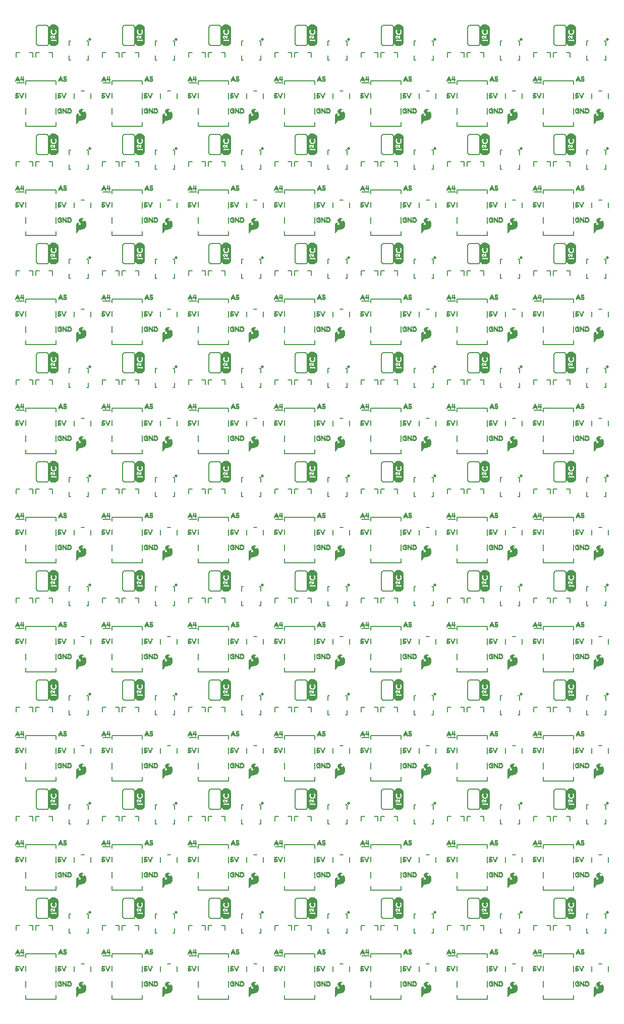
<source format=gto>
G04 EAGLE Gerber RS-274X export*
G75*
%MOMM*%
%FSLAX34Y34*%
%LPD*%
%INSilkscreen Top*%
%IPPOS*%
%AMOC8*
5,1,8,0,0,1.08239X$1,22.5*%
G01*
%ADD10C,0.203200*%
%ADD11C,0.127000*%
%ADD12R,0.030000X0.030000*%
%ADD13R,0.060000X0.030000*%
%ADD14R,0.160000X0.030000*%
%ADD15R,0.190000X0.030000*%
%ADD16R,0.220000X0.030000*%
%ADD17R,0.230000X0.040000*%
%ADD18R,0.220000X0.040000*%
%ADD19R,0.260000X0.030000*%
%ADD20R,0.290000X0.030000*%
%ADD21R,0.230000X0.030000*%
%ADD22R,0.320000X0.030000*%
%ADD23R,0.350000X0.030000*%
%ADD24R,0.380000X0.040000*%
%ADD25R,0.410000X0.030000*%
%ADD26R,0.450000X0.030000*%
%ADD27R,0.480000X0.030000*%
%ADD28R,0.260000X0.040000*%
%ADD29R,0.640000X0.040000*%
%ADD30R,0.640000X0.030000*%
%ADD31R,0.670000X0.030000*%
%ADD32R,0.700000X0.040000*%
%ADD33R,0.730000X0.030000*%
%ADD34R,0.540000X0.030000*%
%ADD35R,0.770000X0.030000*%
%ADD36R,0.800000X0.030000*%
%ADD37R,0.130000X0.030000*%
%ADD38R,0.440000X0.030000*%
%ADD39R,0.520000X0.030000*%
%ADD40R,0.520000X0.040000*%
%ADD41R,0.200000X0.030000*%
%ADD42R,0.420000X0.030000*%
%ADD43R,0.390000X0.030000*%
%ADD44R,0.250000X0.030000*%
%ADD45R,0.510000X0.040000*%
%ADD46R,0.510000X0.030000*%
%ADD47R,0.550000X0.030000*%
%ADD48R,0.700000X0.030000*%
%ADD49R,0.540000X0.040000*%
%ADD50R,0.480000X0.040000*%
%ADD51R,0.280000X0.030000*%
%ADD52R,0.380000X0.030000*%
%ADD53R,0.410000X0.040000*%
%ADD54R,0.090000X0.030000*%
%ADD55R,0.290000X0.040000*%
%ADD56R,0.120000X0.030000*%
%ADD57R,0.040000X0.030000*%
%ADD58R,0.580000X0.040000*%
%ADD59R,0.250000X0.040000*%
%ADD60R,0.610000X0.040000*%
%ADD61R,0.040000X0.040000*%
%ADD62R,0.420000X0.040000*%
%ADD63R,0.360000X0.030000*%
%ADD64R,0.580000X0.030000*%
%ADD65R,0.040000X2.440000*%
%ADD66R,0.040000X2.680000*%
%ADD67R,0.040000X2.840000*%
%ADD68R,0.040000X3.000000*%
%ADD69R,0.040000X3.080000*%
%ADD70R,0.040000X3.160000*%
%ADD71R,0.040000X3.240000*%
%ADD72R,0.040000X1.240000*%
%ADD73R,0.040000X0.720000*%
%ADD74R,0.040000X1.000000*%
%ADD75R,0.040000X0.760000*%
%ADD76R,0.040000X0.200000*%
%ADD77R,0.040000X0.520000*%
%ADD78R,0.040000X0.880000*%
%ADD79R,0.040000X0.160000*%
%ADD80R,0.040000X0.400000*%
%ADD81R,0.040000X0.800000*%
%ADD82R,0.040000X0.320000*%
%ADD83R,0.040000X0.120000*%
%ADD84R,0.040000X0.280000*%
%ADD85R,0.040000X0.840000*%
%ADD86R,0.040000X0.080000*%
%ADD87R,0.040000X0.360000*%
%ADD88R,0.040000X0.960000*%
%ADD89R,0.040000X1.440000*%
%ADD90R,0.040000X1.480000*%
%ADD91R,0.040000X1.520000*%
%ADD92R,0.040000X0.240000*%
%ADD93R,0.040000X0.920000*%
%ADD94R,0.040000X1.040000*%
%ADD95R,0.040000X1.160000*%
%ADD96C,0.177800*%
%ADD97C,0.508000*%

G36*
X399479Y3231D02*
X399479Y3231D01*
X399541Y3233D01*
X399563Y3246D01*
X399589Y3250D01*
X399660Y3298D01*
X399693Y3316D01*
X399699Y3324D01*
X399709Y3331D01*
X400209Y3831D01*
X400228Y3862D01*
X400266Y3904D01*
X400542Y4364D01*
X401009Y4831D01*
X401017Y4844D01*
X401032Y4857D01*
X401521Y5443D01*
X402709Y6631D01*
X402716Y6642D01*
X402729Y6653D01*
X403919Y8042D01*
X404876Y8998D01*
X405774Y9537D01*
X406271Y9620D01*
X408140Y9620D01*
X408166Y9626D01*
X408203Y9625D01*
X409403Y9825D01*
X409418Y9832D01*
X409440Y9833D01*
X410540Y10133D01*
X410557Y10142D01*
X410581Y10147D01*
X411581Y10547D01*
X411603Y10562D01*
X411636Y10574D01*
X412636Y11174D01*
X412656Y11194D01*
X412690Y11214D01*
X413490Y11914D01*
X413497Y11923D01*
X413509Y11931D01*
X414309Y12731D01*
X414320Y12749D01*
X414340Y12767D01*
X415040Y13667D01*
X415051Y13690D01*
X415072Y13715D01*
X416072Y15515D01*
X416083Y15551D01*
X416108Y15603D01*
X416608Y17503D01*
X416609Y17535D01*
X416620Y17578D01*
X416720Y19278D01*
X416713Y19314D01*
X416714Y19370D01*
X416414Y20970D01*
X416405Y20991D01*
X416401Y21020D01*
X415901Y22520D01*
X415882Y22551D01*
X415861Y22604D01*
X415161Y23704D01*
X415142Y23723D01*
X415124Y23753D01*
X414899Y24006D01*
X414561Y24386D01*
X414324Y24653D01*
X414292Y24675D01*
X414242Y24722D01*
X413442Y25222D01*
X413412Y25233D01*
X413392Y25247D01*
X413357Y25253D01*
X413312Y25273D01*
X413295Y25273D01*
X413278Y25278D01*
X413246Y25274D01*
X413240Y25274D01*
X413232Y25272D01*
X413209Y25269D01*
X413139Y25267D01*
X413124Y25258D01*
X413106Y25256D01*
X413076Y25236D01*
X413071Y25235D01*
X413057Y25223D01*
X413048Y25217D01*
X412987Y25184D01*
X412977Y25169D01*
X412962Y25159D01*
X412946Y25131D01*
X412938Y25125D01*
X412924Y25094D01*
X412887Y25042D01*
X412884Y25023D01*
X412876Y25009D01*
X412874Y24983D01*
X412867Y24966D01*
X412868Y24941D01*
X412860Y24900D01*
X412860Y24062D01*
X412788Y23846D01*
X412728Y23725D01*
X412535Y23532D01*
X412378Y23480D01*
X412187Y23480D01*
X411473Y23659D01*
X411131Y23830D01*
X410860Y24011D01*
X410490Y24288D01*
X409936Y24842D01*
X409593Y25356D01*
X409520Y25647D01*
X409520Y26138D01*
X409592Y26354D01*
X409670Y26509D01*
X409820Y26735D01*
X410141Y26975D01*
X410464Y27137D01*
X410915Y27227D01*
X410922Y27231D01*
X410932Y27231D01*
X411287Y27320D01*
X411750Y27320D01*
X411870Y27260D01*
X411885Y27256D01*
X411898Y27247D01*
X412032Y27221D01*
X412039Y27220D01*
X412040Y27220D01*
X412140Y27220D01*
X412165Y27226D01*
X412191Y27223D01*
X412249Y27245D01*
X412309Y27259D01*
X412329Y27276D01*
X412353Y27285D01*
X412395Y27330D01*
X412442Y27369D01*
X412453Y27393D01*
X412470Y27412D01*
X412488Y27471D01*
X412513Y27528D01*
X412512Y27553D01*
X412520Y27578D01*
X412509Y27639D01*
X412507Y27701D01*
X412494Y27723D01*
X412490Y27749D01*
X412442Y27820D01*
X412424Y27853D01*
X412416Y27859D01*
X412409Y27869D01*
X412309Y27969D01*
X412289Y27981D01*
X412268Y28004D01*
X411868Y28304D01*
X411842Y28316D01*
X411810Y28340D01*
X410410Y29040D01*
X410398Y29043D01*
X410389Y29049D01*
X410360Y29055D01*
X410323Y29071D01*
X409423Y29271D01*
X409389Y29271D01*
X409340Y29280D01*
X408340Y29280D01*
X408312Y29274D01*
X408272Y29274D01*
X407172Y29074D01*
X407137Y29059D01*
X407080Y29041D01*
X407065Y29037D01*
X407062Y29035D01*
X407058Y29034D01*
X405958Y28434D01*
X405938Y28416D01*
X405907Y28400D01*
X405007Y27700D01*
X404987Y27676D01*
X404918Y27602D01*
X404418Y26802D01*
X404406Y26768D01*
X404379Y26720D01*
X404079Y25820D01*
X404076Y25783D01*
X404060Y25700D01*
X404060Y24900D01*
X404067Y24867D01*
X404069Y24818D01*
X404269Y23918D01*
X404286Y23882D01*
X404308Y23815D01*
X404808Y22915D01*
X404830Y22891D01*
X404854Y22850D01*
X405554Y22050D01*
X405555Y22049D01*
X405556Y22047D01*
X406356Y21147D01*
X406364Y21142D01*
X406371Y21131D01*
X407013Y20489D01*
X407260Y19831D01*
X407260Y19262D01*
X407101Y18785D01*
X406780Y18384D01*
X406284Y18053D01*
X405593Y17880D01*
X404878Y17880D01*
X404449Y17966D01*
X404054Y18124D01*
X403536Y18642D01*
X403385Y18869D01*
X403320Y19062D01*
X403320Y19338D01*
X403372Y19495D01*
X403845Y19968D01*
X404060Y20039D01*
X404080Y20052D01*
X404110Y20060D01*
X404510Y20260D01*
X404539Y20284D01*
X404609Y20331D01*
X404709Y20431D01*
X404722Y20452D01*
X404741Y20468D01*
X404767Y20525D01*
X404800Y20578D01*
X404803Y20603D01*
X404813Y20626D01*
X404811Y20689D01*
X404817Y20751D01*
X404808Y20774D01*
X404807Y20799D01*
X404777Y20854D01*
X404755Y20913D01*
X404737Y20930D01*
X404725Y20952D01*
X404655Y21006D01*
X404628Y21030D01*
X404619Y21033D01*
X404610Y21040D01*
X404210Y21240D01*
X404195Y21244D01*
X404182Y21253D01*
X404048Y21279D01*
X404042Y21280D01*
X404041Y21280D01*
X404040Y21280D01*
X402840Y21280D01*
X402814Y21274D01*
X402778Y21275D01*
X402178Y21175D01*
X402172Y21173D01*
X402165Y21173D01*
X401665Y21073D01*
X401639Y21061D01*
X401599Y21053D01*
X401099Y20853D01*
X401068Y20831D01*
X401012Y20804D01*
X400612Y20504D01*
X400608Y20500D01*
X400602Y20497D01*
X400102Y20097D01*
X400085Y20074D01*
X400014Y19996D01*
X399414Y18996D01*
X399402Y18960D01*
X399374Y18904D01*
X399174Y18204D01*
X399173Y18179D01*
X399163Y18147D01*
X399063Y17347D01*
X399065Y17326D01*
X399060Y17300D01*
X399060Y3600D01*
X399066Y3575D01*
X399063Y3549D01*
X399085Y3492D01*
X399099Y3431D01*
X399116Y3411D01*
X399125Y3387D01*
X399170Y3345D01*
X399209Y3298D01*
X399233Y3287D01*
X399252Y3270D01*
X399311Y3252D01*
X399368Y3227D01*
X399393Y3228D01*
X399418Y3220D01*
X399479Y3231D01*
G37*
G36*
X544259Y3231D02*
X544259Y3231D01*
X544321Y3233D01*
X544343Y3246D01*
X544369Y3250D01*
X544440Y3298D01*
X544473Y3316D01*
X544479Y3324D01*
X544489Y3331D01*
X544989Y3831D01*
X545008Y3862D01*
X545046Y3904D01*
X545322Y4364D01*
X545789Y4831D01*
X545797Y4844D01*
X545812Y4857D01*
X546301Y5443D01*
X547489Y6631D01*
X547496Y6642D01*
X547509Y6653D01*
X548699Y8042D01*
X549656Y8998D01*
X550554Y9537D01*
X551051Y9620D01*
X552920Y9620D01*
X552946Y9626D01*
X552983Y9625D01*
X554183Y9825D01*
X554198Y9832D01*
X554220Y9833D01*
X555320Y10133D01*
X555337Y10142D01*
X555361Y10147D01*
X556361Y10547D01*
X556383Y10562D01*
X556416Y10574D01*
X557416Y11174D01*
X557436Y11194D01*
X557470Y11214D01*
X558270Y11914D01*
X558277Y11923D01*
X558289Y11931D01*
X559089Y12731D01*
X559100Y12749D01*
X559120Y12767D01*
X559820Y13667D01*
X559831Y13690D01*
X559852Y13715D01*
X560852Y15515D01*
X560863Y15551D01*
X560888Y15603D01*
X561388Y17503D01*
X561389Y17535D01*
X561400Y17578D01*
X561500Y19278D01*
X561493Y19314D01*
X561494Y19370D01*
X561194Y20970D01*
X561185Y20991D01*
X561181Y21020D01*
X560681Y22520D01*
X560662Y22551D01*
X560641Y22604D01*
X559941Y23704D01*
X559922Y23723D01*
X559904Y23753D01*
X559679Y24006D01*
X559341Y24386D01*
X559104Y24653D01*
X559072Y24675D01*
X559022Y24722D01*
X558222Y25222D01*
X558192Y25233D01*
X558172Y25247D01*
X558137Y25253D01*
X558092Y25273D01*
X558075Y25273D01*
X558058Y25278D01*
X558026Y25274D01*
X558020Y25274D01*
X558012Y25272D01*
X557989Y25269D01*
X557919Y25267D01*
X557904Y25258D01*
X557886Y25256D01*
X557856Y25236D01*
X557851Y25235D01*
X557837Y25223D01*
X557828Y25217D01*
X557767Y25184D01*
X557757Y25169D01*
X557742Y25159D01*
X557726Y25131D01*
X557718Y25125D01*
X557704Y25094D01*
X557667Y25042D01*
X557664Y25023D01*
X557656Y25009D01*
X557654Y24983D01*
X557647Y24966D01*
X557648Y24941D01*
X557640Y24900D01*
X557640Y24062D01*
X557568Y23846D01*
X557508Y23725D01*
X557315Y23532D01*
X557158Y23480D01*
X556967Y23480D01*
X556253Y23659D01*
X555911Y23830D01*
X555640Y24011D01*
X555270Y24288D01*
X554716Y24842D01*
X554373Y25356D01*
X554300Y25647D01*
X554300Y26138D01*
X554372Y26354D01*
X554450Y26509D01*
X554600Y26735D01*
X554921Y26975D01*
X555244Y27137D01*
X555695Y27227D01*
X555702Y27231D01*
X555712Y27231D01*
X556067Y27320D01*
X556530Y27320D01*
X556650Y27260D01*
X556665Y27256D01*
X556678Y27247D01*
X556812Y27221D01*
X556819Y27220D01*
X556820Y27220D01*
X556920Y27220D01*
X556945Y27226D01*
X556971Y27223D01*
X557029Y27245D01*
X557089Y27259D01*
X557109Y27276D01*
X557133Y27285D01*
X557175Y27330D01*
X557222Y27369D01*
X557233Y27393D01*
X557250Y27412D01*
X557268Y27471D01*
X557293Y27528D01*
X557292Y27553D01*
X557300Y27578D01*
X557289Y27639D01*
X557287Y27701D01*
X557274Y27723D01*
X557270Y27749D01*
X557222Y27820D01*
X557204Y27853D01*
X557196Y27859D01*
X557189Y27869D01*
X557089Y27969D01*
X557069Y27981D01*
X557048Y28004D01*
X556648Y28304D01*
X556622Y28316D01*
X556590Y28340D01*
X555190Y29040D01*
X555178Y29043D01*
X555169Y29049D01*
X555140Y29055D01*
X555103Y29071D01*
X554203Y29271D01*
X554169Y29271D01*
X554120Y29280D01*
X553120Y29280D01*
X553092Y29274D01*
X553052Y29274D01*
X551952Y29074D01*
X551917Y29059D01*
X551860Y29041D01*
X551845Y29037D01*
X551842Y29035D01*
X551838Y29034D01*
X550738Y28434D01*
X550718Y28416D01*
X550687Y28400D01*
X549787Y27700D01*
X549767Y27676D01*
X549698Y27602D01*
X549198Y26802D01*
X549186Y26768D01*
X549159Y26720D01*
X548859Y25820D01*
X548856Y25783D01*
X548840Y25700D01*
X548840Y24900D01*
X548847Y24867D01*
X548849Y24818D01*
X549049Y23918D01*
X549066Y23882D01*
X549088Y23815D01*
X549588Y22915D01*
X549610Y22891D01*
X549634Y22850D01*
X550334Y22050D01*
X550335Y22049D01*
X550336Y22047D01*
X551136Y21147D01*
X551144Y21142D01*
X551151Y21131D01*
X551793Y20489D01*
X552040Y19831D01*
X552040Y19262D01*
X551881Y18785D01*
X551560Y18384D01*
X551064Y18053D01*
X550373Y17880D01*
X549658Y17880D01*
X549229Y17966D01*
X548834Y18124D01*
X548316Y18642D01*
X548165Y18869D01*
X548100Y19062D01*
X548100Y19338D01*
X548152Y19495D01*
X548625Y19968D01*
X548840Y20039D01*
X548860Y20052D01*
X548890Y20060D01*
X549290Y20260D01*
X549319Y20284D01*
X549389Y20331D01*
X549489Y20431D01*
X549502Y20452D01*
X549521Y20468D01*
X549547Y20525D01*
X549580Y20578D01*
X549583Y20603D01*
X549593Y20626D01*
X549591Y20689D01*
X549597Y20751D01*
X549588Y20774D01*
X549587Y20799D01*
X549557Y20854D01*
X549535Y20913D01*
X549517Y20930D01*
X549505Y20952D01*
X549435Y21006D01*
X549408Y21030D01*
X549399Y21033D01*
X549390Y21040D01*
X548990Y21240D01*
X548975Y21244D01*
X548962Y21253D01*
X548828Y21279D01*
X548822Y21280D01*
X548821Y21280D01*
X548820Y21280D01*
X547620Y21280D01*
X547594Y21274D01*
X547558Y21275D01*
X546958Y21175D01*
X546952Y21173D01*
X546945Y21173D01*
X546445Y21073D01*
X546419Y21061D01*
X546379Y21053D01*
X545879Y20853D01*
X545848Y20831D01*
X545792Y20804D01*
X545392Y20504D01*
X545388Y20500D01*
X545382Y20497D01*
X544882Y20097D01*
X544865Y20074D01*
X544794Y19996D01*
X544194Y18996D01*
X544182Y18960D01*
X544154Y18904D01*
X543954Y18204D01*
X543953Y18179D01*
X543943Y18147D01*
X543843Y17347D01*
X543845Y17326D01*
X543840Y17300D01*
X543840Y3600D01*
X543846Y3575D01*
X543843Y3549D01*
X543865Y3492D01*
X543879Y3431D01*
X543896Y3411D01*
X543905Y3387D01*
X543950Y3345D01*
X543989Y3298D01*
X544013Y3287D01*
X544032Y3270D01*
X544091Y3252D01*
X544148Y3227D01*
X544173Y3228D01*
X544198Y3220D01*
X544259Y3231D01*
G37*
G36*
X399479Y1466271D02*
X399479Y1466271D01*
X399541Y1466273D01*
X399563Y1466286D01*
X399589Y1466290D01*
X399660Y1466338D01*
X399693Y1466356D01*
X399699Y1466364D01*
X399709Y1466371D01*
X400209Y1466871D01*
X400228Y1466902D01*
X400266Y1466944D01*
X400542Y1467404D01*
X401009Y1467871D01*
X401017Y1467884D01*
X401032Y1467897D01*
X401521Y1468483D01*
X402709Y1469671D01*
X402716Y1469682D01*
X402729Y1469693D01*
X403919Y1471082D01*
X404876Y1472038D01*
X405774Y1472577D01*
X406271Y1472660D01*
X408140Y1472660D01*
X408166Y1472666D01*
X408203Y1472665D01*
X409403Y1472865D01*
X409418Y1472872D01*
X409440Y1472873D01*
X410540Y1473173D01*
X410557Y1473182D01*
X410581Y1473187D01*
X411581Y1473587D01*
X411603Y1473602D01*
X411636Y1473614D01*
X412636Y1474214D01*
X412656Y1474234D01*
X412690Y1474254D01*
X413490Y1474954D01*
X413497Y1474963D01*
X413509Y1474971D01*
X414309Y1475771D01*
X414320Y1475789D01*
X414340Y1475807D01*
X415040Y1476707D01*
X415051Y1476730D01*
X415072Y1476755D01*
X416072Y1478555D01*
X416083Y1478591D01*
X416108Y1478643D01*
X416608Y1480543D01*
X416609Y1480575D01*
X416620Y1480618D01*
X416720Y1482318D01*
X416713Y1482354D01*
X416714Y1482410D01*
X416414Y1484010D01*
X416405Y1484031D01*
X416401Y1484060D01*
X415901Y1485560D01*
X415882Y1485591D01*
X415861Y1485644D01*
X415161Y1486744D01*
X415142Y1486763D01*
X415124Y1486793D01*
X414899Y1487046D01*
X414561Y1487426D01*
X414324Y1487693D01*
X414292Y1487715D01*
X414242Y1487762D01*
X413442Y1488262D01*
X413412Y1488273D01*
X413392Y1488287D01*
X413357Y1488293D01*
X413312Y1488313D01*
X413295Y1488313D01*
X413278Y1488318D01*
X413246Y1488314D01*
X413240Y1488314D01*
X413232Y1488312D01*
X413209Y1488309D01*
X413139Y1488307D01*
X413124Y1488298D01*
X413106Y1488296D01*
X413076Y1488276D01*
X413071Y1488275D01*
X413057Y1488263D01*
X413048Y1488257D01*
X412987Y1488224D01*
X412977Y1488209D01*
X412962Y1488199D01*
X412946Y1488171D01*
X412938Y1488165D01*
X412924Y1488134D01*
X412887Y1488082D01*
X412884Y1488063D01*
X412876Y1488049D01*
X412874Y1488023D01*
X412867Y1488006D01*
X412868Y1487981D01*
X412860Y1487940D01*
X412860Y1487102D01*
X412788Y1486886D01*
X412728Y1486765D01*
X412535Y1486572D01*
X412378Y1486520D01*
X412187Y1486520D01*
X411473Y1486699D01*
X411131Y1486870D01*
X410860Y1487051D01*
X410490Y1487328D01*
X409936Y1487882D01*
X409593Y1488396D01*
X409520Y1488687D01*
X409520Y1489178D01*
X409592Y1489394D01*
X409670Y1489549D01*
X409820Y1489775D01*
X410141Y1490015D01*
X410464Y1490177D01*
X410915Y1490267D01*
X410922Y1490271D01*
X410932Y1490271D01*
X411287Y1490360D01*
X411750Y1490360D01*
X411870Y1490300D01*
X411885Y1490296D01*
X411898Y1490287D01*
X412032Y1490261D01*
X412039Y1490260D01*
X412040Y1490260D01*
X412140Y1490260D01*
X412165Y1490266D01*
X412191Y1490263D01*
X412249Y1490285D01*
X412309Y1490299D01*
X412329Y1490316D01*
X412353Y1490325D01*
X412395Y1490370D01*
X412442Y1490409D01*
X412453Y1490433D01*
X412470Y1490452D01*
X412488Y1490511D01*
X412513Y1490568D01*
X412512Y1490593D01*
X412520Y1490618D01*
X412509Y1490679D01*
X412507Y1490741D01*
X412494Y1490763D01*
X412490Y1490789D01*
X412442Y1490860D01*
X412424Y1490893D01*
X412416Y1490899D01*
X412409Y1490909D01*
X412309Y1491009D01*
X412289Y1491021D01*
X412268Y1491044D01*
X411868Y1491344D01*
X411842Y1491356D01*
X411810Y1491380D01*
X410410Y1492080D01*
X410398Y1492083D01*
X410389Y1492089D01*
X410360Y1492095D01*
X410323Y1492111D01*
X409423Y1492311D01*
X409389Y1492311D01*
X409340Y1492320D01*
X408340Y1492320D01*
X408312Y1492314D01*
X408272Y1492314D01*
X407172Y1492114D01*
X407137Y1492099D01*
X407080Y1492081D01*
X407065Y1492077D01*
X407062Y1492075D01*
X407058Y1492074D01*
X405958Y1491474D01*
X405938Y1491456D01*
X405907Y1491440D01*
X405007Y1490740D01*
X404987Y1490716D01*
X404918Y1490642D01*
X404418Y1489842D01*
X404406Y1489808D01*
X404379Y1489760D01*
X404079Y1488860D01*
X404076Y1488823D01*
X404060Y1488740D01*
X404060Y1487940D01*
X404067Y1487907D01*
X404069Y1487858D01*
X404269Y1486958D01*
X404286Y1486922D01*
X404308Y1486855D01*
X404808Y1485955D01*
X404830Y1485931D01*
X404854Y1485890D01*
X405554Y1485090D01*
X405555Y1485089D01*
X405556Y1485087D01*
X406356Y1484187D01*
X406364Y1484182D01*
X406371Y1484171D01*
X407013Y1483529D01*
X407260Y1482871D01*
X407260Y1482302D01*
X407101Y1481825D01*
X406780Y1481424D01*
X406284Y1481093D01*
X405593Y1480920D01*
X404878Y1480920D01*
X404449Y1481006D01*
X404054Y1481164D01*
X403536Y1481682D01*
X403385Y1481909D01*
X403320Y1482102D01*
X403320Y1482378D01*
X403372Y1482535D01*
X403845Y1483008D01*
X404060Y1483079D01*
X404080Y1483092D01*
X404110Y1483100D01*
X404510Y1483300D01*
X404539Y1483324D01*
X404609Y1483371D01*
X404709Y1483471D01*
X404722Y1483492D01*
X404741Y1483508D01*
X404767Y1483565D01*
X404800Y1483618D01*
X404803Y1483643D01*
X404813Y1483666D01*
X404811Y1483729D01*
X404817Y1483791D01*
X404808Y1483814D01*
X404807Y1483839D01*
X404777Y1483894D01*
X404755Y1483953D01*
X404737Y1483970D01*
X404725Y1483992D01*
X404655Y1484046D01*
X404628Y1484070D01*
X404619Y1484073D01*
X404610Y1484080D01*
X404210Y1484280D01*
X404195Y1484284D01*
X404182Y1484293D01*
X404048Y1484319D01*
X404042Y1484320D01*
X404041Y1484320D01*
X404040Y1484320D01*
X402840Y1484320D01*
X402814Y1484314D01*
X402778Y1484315D01*
X402178Y1484215D01*
X402172Y1484213D01*
X402165Y1484213D01*
X401665Y1484113D01*
X401639Y1484101D01*
X401599Y1484093D01*
X401099Y1483893D01*
X401068Y1483871D01*
X401012Y1483844D01*
X400612Y1483544D01*
X400608Y1483540D01*
X400602Y1483537D01*
X400102Y1483137D01*
X400085Y1483114D01*
X400014Y1483036D01*
X399414Y1482036D01*
X399402Y1482000D01*
X399374Y1481944D01*
X399174Y1481244D01*
X399173Y1481219D01*
X399163Y1481187D01*
X399063Y1480387D01*
X399065Y1480366D01*
X399060Y1480340D01*
X399060Y1466640D01*
X399066Y1466615D01*
X399063Y1466589D01*
X399085Y1466532D01*
X399099Y1466471D01*
X399116Y1466451D01*
X399125Y1466427D01*
X399170Y1466385D01*
X399209Y1466338D01*
X399233Y1466327D01*
X399252Y1466310D01*
X399311Y1466292D01*
X399368Y1466267D01*
X399393Y1466268D01*
X399418Y1466260D01*
X399479Y1466271D01*
G37*
G36*
X689039Y1466271D02*
X689039Y1466271D01*
X689101Y1466273D01*
X689123Y1466286D01*
X689149Y1466290D01*
X689220Y1466338D01*
X689253Y1466356D01*
X689259Y1466364D01*
X689269Y1466371D01*
X689769Y1466871D01*
X689788Y1466902D01*
X689826Y1466944D01*
X690102Y1467404D01*
X690569Y1467871D01*
X690577Y1467884D01*
X690592Y1467897D01*
X691081Y1468483D01*
X692269Y1469671D01*
X692276Y1469682D01*
X692289Y1469693D01*
X693479Y1471082D01*
X694436Y1472038D01*
X695334Y1472577D01*
X695831Y1472660D01*
X697700Y1472660D01*
X697726Y1472666D01*
X697763Y1472665D01*
X698963Y1472865D01*
X698978Y1472872D01*
X699000Y1472873D01*
X700100Y1473173D01*
X700117Y1473182D01*
X700141Y1473187D01*
X701141Y1473587D01*
X701163Y1473602D01*
X701196Y1473614D01*
X702196Y1474214D01*
X702216Y1474234D01*
X702250Y1474254D01*
X703050Y1474954D01*
X703057Y1474963D01*
X703069Y1474971D01*
X703869Y1475771D01*
X703880Y1475789D01*
X703900Y1475807D01*
X704600Y1476707D01*
X704611Y1476730D01*
X704632Y1476755D01*
X705632Y1478555D01*
X705643Y1478591D01*
X705668Y1478643D01*
X706168Y1480543D01*
X706169Y1480575D01*
X706180Y1480618D01*
X706280Y1482318D01*
X706273Y1482354D01*
X706274Y1482410D01*
X705974Y1484010D01*
X705965Y1484031D01*
X705961Y1484060D01*
X705461Y1485560D01*
X705442Y1485591D01*
X705421Y1485644D01*
X704721Y1486744D01*
X704702Y1486763D01*
X704684Y1486793D01*
X704459Y1487046D01*
X704121Y1487426D01*
X703884Y1487693D01*
X703852Y1487715D01*
X703802Y1487762D01*
X703002Y1488262D01*
X702972Y1488273D01*
X702952Y1488287D01*
X702917Y1488293D01*
X702872Y1488313D01*
X702855Y1488313D01*
X702838Y1488318D01*
X702806Y1488314D01*
X702800Y1488314D01*
X702792Y1488312D01*
X702769Y1488309D01*
X702699Y1488307D01*
X702684Y1488298D01*
X702666Y1488296D01*
X702636Y1488276D01*
X702631Y1488275D01*
X702617Y1488263D01*
X702608Y1488257D01*
X702547Y1488224D01*
X702537Y1488209D01*
X702522Y1488199D01*
X702506Y1488171D01*
X702498Y1488165D01*
X702484Y1488134D01*
X702447Y1488082D01*
X702444Y1488063D01*
X702436Y1488049D01*
X702434Y1488023D01*
X702427Y1488006D01*
X702428Y1487981D01*
X702420Y1487940D01*
X702420Y1487102D01*
X702348Y1486886D01*
X702288Y1486765D01*
X702095Y1486572D01*
X701938Y1486520D01*
X701747Y1486520D01*
X701033Y1486699D01*
X700691Y1486870D01*
X700420Y1487051D01*
X700050Y1487328D01*
X699496Y1487882D01*
X699153Y1488396D01*
X699080Y1488687D01*
X699080Y1489178D01*
X699152Y1489394D01*
X699230Y1489549D01*
X699380Y1489775D01*
X699701Y1490015D01*
X700024Y1490177D01*
X700475Y1490267D01*
X700482Y1490271D01*
X700492Y1490271D01*
X700847Y1490360D01*
X701310Y1490360D01*
X701430Y1490300D01*
X701445Y1490296D01*
X701458Y1490287D01*
X701592Y1490261D01*
X701599Y1490260D01*
X701600Y1490260D01*
X701700Y1490260D01*
X701725Y1490266D01*
X701751Y1490263D01*
X701809Y1490285D01*
X701869Y1490299D01*
X701889Y1490316D01*
X701913Y1490325D01*
X701955Y1490370D01*
X702002Y1490409D01*
X702013Y1490433D01*
X702030Y1490452D01*
X702048Y1490511D01*
X702073Y1490568D01*
X702072Y1490593D01*
X702080Y1490618D01*
X702069Y1490679D01*
X702067Y1490741D01*
X702054Y1490763D01*
X702050Y1490789D01*
X702002Y1490860D01*
X701984Y1490893D01*
X701976Y1490899D01*
X701969Y1490909D01*
X701869Y1491009D01*
X701849Y1491021D01*
X701828Y1491044D01*
X701428Y1491344D01*
X701402Y1491356D01*
X701370Y1491380D01*
X699970Y1492080D01*
X699958Y1492083D01*
X699949Y1492089D01*
X699920Y1492095D01*
X699883Y1492111D01*
X698983Y1492311D01*
X698949Y1492311D01*
X698900Y1492320D01*
X697900Y1492320D01*
X697872Y1492314D01*
X697832Y1492314D01*
X696732Y1492114D01*
X696697Y1492099D01*
X696640Y1492081D01*
X696625Y1492077D01*
X696622Y1492075D01*
X696618Y1492074D01*
X695518Y1491474D01*
X695498Y1491456D01*
X695467Y1491440D01*
X694567Y1490740D01*
X694547Y1490716D01*
X694478Y1490642D01*
X693978Y1489842D01*
X693966Y1489808D01*
X693939Y1489760D01*
X693639Y1488860D01*
X693636Y1488823D01*
X693620Y1488740D01*
X693620Y1487940D01*
X693627Y1487907D01*
X693629Y1487858D01*
X693829Y1486958D01*
X693846Y1486922D01*
X693868Y1486855D01*
X694368Y1485955D01*
X694390Y1485931D01*
X694414Y1485890D01*
X695114Y1485090D01*
X695115Y1485089D01*
X695116Y1485087D01*
X695916Y1484187D01*
X695924Y1484182D01*
X695931Y1484171D01*
X696573Y1483529D01*
X696820Y1482871D01*
X696820Y1482302D01*
X696661Y1481825D01*
X696340Y1481424D01*
X695844Y1481093D01*
X695153Y1480920D01*
X694438Y1480920D01*
X694009Y1481006D01*
X693614Y1481164D01*
X693096Y1481682D01*
X692945Y1481909D01*
X692880Y1482102D01*
X692880Y1482378D01*
X692932Y1482535D01*
X693405Y1483008D01*
X693620Y1483079D01*
X693640Y1483092D01*
X693670Y1483100D01*
X694070Y1483300D01*
X694099Y1483324D01*
X694169Y1483371D01*
X694269Y1483471D01*
X694282Y1483492D01*
X694301Y1483508D01*
X694327Y1483565D01*
X694360Y1483618D01*
X694363Y1483643D01*
X694373Y1483666D01*
X694371Y1483729D01*
X694377Y1483791D01*
X694368Y1483814D01*
X694367Y1483839D01*
X694337Y1483894D01*
X694315Y1483953D01*
X694297Y1483970D01*
X694285Y1483992D01*
X694215Y1484046D01*
X694188Y1484070D01*
X694179Y1484073D01*
X694170Y1484080D01*
X693770Y1484280D01*
X693755Y1484284D01*
X693742Y1484293D01*
X693608Y1484319D01*
X693602Y1484320D01*
X693601Y1484320D01*
X693600Y1484320D01*
X692400Y1484320D01*
X692374Y1484314D01*
X692338Y1484315D01*
X691738Y1484215D01*
X691732Y1484213D01*
X691725Y1484213D01*
X691225Y1484113D01*
X691199Y1484101D01*
X691159Y1484093D01*
X690659Y1483893D01*
X690628Y1483871D01*
X690572Y1483844D01*
X690172Y1483544D01*
X690168Y1483540D01*
X690162Y1483537D01*
X689662Y1483137D01*
X689645Y1483114D01*
X689574Y1483036D01*
X688974Y1482036D01*
X688962Y1482000D01*
X688934Y1481944D01*
X688734Y1481244D01*
X688733Y1481219D01*
X688723Y1481187D01*
X688623Y1480387D01*
X688625Y1480366D01*
X688620Y1480340D01*
X688620Y1466640D01*
X688626Y1466615D01*
X688623Y1466589D01*
X688645Y1466532D01*
X688659Y1466471D01*
X688676Y1466451D01*
X688685Y1466427D01*
X688730Y1466385D01*
X688769Y1466338D01*
X688793Y1466327D01*
X688812Y1466310D01*
X688871Y1466292D01*
X688928Y1466267D01*
X688953Y1466268D01*
X688978Y1466260D01*
X689039Y1466271D01*
G37*
G36*
X978599Y1466271D02*
X978599Y1466271D01*
X978661Y1466273D01*
X978683Y1466286D01*
X978709Y1466290D01*
X978780Y1466338D01*
X978813Y1466356D01*
X978819Y1466364D01*
X978829Y1466371D01*
X979329Y1466871D01*
X979348Y1466902D01*
X979386Y1466944D01*
X979662Y1467404D01*
X980129Y1467871D01*
X980137Y1467884D01*
X980152Y1467897D01*
X980641Y1468483D01*
X981829Y1469671D01*
X981836Y1469682D01*
X981849Y1469693D01*
X983039Y1471082D01*
X983996Y1472038D01*
X984894Y1472577D01*
X985391Y1472660D01*
X987260Y1472660D01*
X987286Y1472666D01*
X987323Y1472665D01*
X988523Y1472865D01*
X988538Y1472872D01*
X988560Y1472873D01*
X989660Y1473173D01*
X989677Y1473182D01*
X989701Y1473187D01*
X990701Y1473587D01*
X990723Y1473602D01*
X990756Y1473614D01*
X991756Y1474214D01*
X991776Y1474234D01*
X991810Y1474254D01*
X992610Y1474954D01*
X992617Y1474963D01*
X992629Y1474971D01*
X993429Y1475771D01*
X993440Y1475789D01*
X993460Y1475807D01*
X994160Y1476707D01*
X994171Y1476730D01*
X994192Y1476755D01*
X995192Y1478555D01*
X995203Y1478591D01*
X995228Y1478643D01*
X995728Y1480543D01*
X995729Y1480575D01*
X995740Y1480618D01*
X995840Y1482318D01*
X995833Y1482354D01*
X995834Y1482410D01*
X995534Y1484010D01*
X995525Y1484031D01*
X995521Y1484060D01*
X995021Y1485560D01*
X995002Y1485591D01*
X994981Y1485644D01*
X994281Y1486744D01*
X994262Y1486763D01*
X994244Y1486793D01*
X994019Y1487046D01*
X993681Y1487426D01*
X993444Y1487693D01*
X993412Y1487715D01*
X993362Y1487762D01*
X992562Y1488262D01*
X992532Y1488273D01*
X992512Y1488287D01*
X992477Y1488293D01*
X992432Y1488313D01*
X992415Y1488313D01*
X992398Y1488318D01*
X992366Y1488314D01*
X992360Y1488314D01*
X992352Y1488312D01*
X992329Y1488309D01*
X992259Y1488307D01*
X992244Y1488298D01*
X992226Y1488296D01*
X992196Y1488276D01*
X992191Y1488275D01*
X992177Y1488263D01*
X992168Y1488257D01*
X992107Y1488224D01*
X992097Y1488209D01*
X992082Y1488199D01*
X992066Y1488171D01*
X992058Y1488165D01*
X992044Y1488134D01*
X992007Y1488082D01*
X992004Y1488063D01*
X991996Y1488049D01*
X991994Y1488023D01*
X991987Y1488006D01*
X991988Y1487981D01*
X991980Y1487940D01*
X991980Y1487102D01*
X991908Y1486886D01*
X991848Y1486765D01*
X991655Y1486572D01*
X991498Y1486520D01*
X991307Y1486520D01*
X990593Y1486699D01*
X990251Y1486870D01*
X989980Y1487051D01*
X989610Y1487328D01*
X989056Y1487882D01*
X988713Y1488396D01*
X988640Y1488687D01*
X988640Y1489178D01*
X988712Y1489394D01*
X988790Y1489549D01*
X988940Y1489775D01*
X989261Y1490015D01*
X989584Y1490177D01*
X990035Y1490267D01*
X990042Y1490271D01*
X990052Y1490271D01*
X990407Y1490360D01*
X990870Y1490360D01*
X990990Y1490300D01*
X991005Y1490296D01*
X991018Y1490287D01*
X991152Y1490261D01*
X991159Y1490260D01*
X991160Y1490260D01*
X991260Y1490260D01*
X991285Y1490266D01*
X991311Y1490263D01*
X991369Y1490285D01*
X991429Y1490299D01*
X991449Y1490316D01*
X991473Y1490325D01*
X991515Y1490370D01*
X991562Y1490409D01*
X991573Y1490433D01*
X991590Y1490452D01*
X991608Y1490511D01*
X991633Y1490568D01*
X991632Y1490593D01*
X991640Y1490618D01*
X991629Y1490679D01*
X991627Y1490741D01*
X991614Y1490763D01*
X991610Y1490789D01*
X991562Y1490860D01*
X991544Y1490893D01*
X991536Y1490899D01*
X991529Y1490909D01*
X991429Y1491009D01*
X991409Y1491021D01*
X991388Y1491044D01*
X990988Y1491344D01*
X990962Y1491356D01*
X990930Y1491380D01*
X989530Y1492080D01*
X989518Y1492083D01*
X989509Y1492089D01*
X989480Y1492095D01*
X989443Y1492111D01*
X988543Y1492311D01*
X988509Y1492311D01*
X988460Y1492320D01*
X987460Y1492320D01*
X987432Y1492314D01*
X987392Y1492314D01*
X986292Y1492114D01*
X986257Y1492099D01*
X986200Y1492081D01*
X986185Y1492077D01*
X986182Y1492075D01*
X986178Y1492074D01*
X985078Y1491474D01*
X985058Y1491456D01*
X985027Y1491440D01*
X984127Y1490740D01*
X984107Y1490716D01*
X984038Y1490642D01*
X983538Y1489842D01*
X983526Y1489808D01*
X983499Y1489760D01*
X983199Y1488860D01*
X983196Y1488823D01*
X983180Y1488740D01*
X983180Y1487940D01*
X983187Y1487907D01*
X983189Y1487858D01*
X983389Y1486958D01*
X983406Y1486922D01*
X983428Y1486855D01*
X983928Y1485955D01*
X983950Y1485931D01*
X983974Y1485890D01*
X984674Y1485090D01*
X984675Y1485089D01*
X984676Y1485087D01*
X985476Y1484187D01*
X985484Y1484182D01*
X985491Y1484171D01*
X986133Y1483529D01*
X986380Y1482871D01*
X986380Y1482302D01*
X986221Y1481825D01*
X985900Y1481424D01*
X985404Y1481093D01*
X984713Y1480920D01*
X983998Y1480920D01*
X983569Y1481006D01*
X983174Y1481164D01*
X982656Y1481682D01*
X982505Y1481909D01*
X982440Y1482102D01*
X982440Y1482378D01*
X982492Y1482535D01*
X982965Y1483008D01*
X983180Y1483079D01*
X983200Y1483092D01*
X983230Y1483100D01*
X983630Y1483300D01*
X983659Y1483324D01*
X983729Y1483371D01*
X983829Y1483471D01*
X983842Y1483492D01*
X983861Y1483508D01*
X983887Y1483565D01*
X983920Y1483618D01*
X983923Y1483643D01*
X983933Y1483666D01*
X983931Y1483729D01*
X983937Y1483791D01*
X983928Y1483814D01*
X983927Y1483839D01*
X983897Y1483894D01*
X983875Y1483953D01*
X983857Y1483970D01*
X983845Y1483992D01*
X983775Y1484046D01*
X983748Y1484070D01*
X983739Y1484073D01*
X983730Y1484080D01*
X983330Y1484280D01*
X983315Y1484284D01*
X983302Y1484293D01*
X983168Y1484319D01*
X983162Y1484320D01*
X983161Y1484320D01*
X983160Y1484320D01*
X981960Y1484320D01*
X981934Y1484314D01*
X981898Y1484315D01*
X981298Y1484215D01*
X981292Y1484213D01*
X981285Y1484213D01*
X980785Y1484113D01*
X980759Y1484101D01*
X980719Y1484093D01*
X980219Y1483893D01*
X980188Y1483871D01*
X980132Y1483844D01*
X979732Y1483544D01*
X979728Y1483540D01*
X979722Y1483537D01*
X979222Y1483137D01*
X979205Y1483114D01*
X979134Y1483036D01*
X978534Y1482036D01*
X978522Y1482000D01*
X978494Y1481944D01*
X978294Y1481244D01*
X978293Y1481219D01*
X978283Y1481187D01*
X978183Y1480387D01*
X978185Y1480366D01*
X978180Y1480340D01*
X978180Y1466640D01*
X978186Y1466615D01*
X978183Y1466589D01*
X978205Y1466532D01*
X978219Y1466471D01*
X978236Y1466451D01*
X978245Y1466427D01*
X978290Y1466385D01*
X978329Y1466338D01*
X978353Y1466327D01*
X978372Y1466310D01*
X978431Y1466292D01*
X978488Y1466267D01*
X978513Y1466268D01*
X978538Y1466260D01*
X978599Y1466271D01*
G37*
G36*
X544259Y1466271D02*
X544259Y1466271D01*
X544321Y1466273D01*
X544343Y1466286D01*
X544369Y1466290D01*
X544440Y1466338D01*
X544473Y1466356D01*
X544479Y1466364D01*
X544489Y1466371D01*
X544989Y1466871D01*
X545008Y1466902D01*
X545046Y1466944D01*
X545322Y1467404D01*
X545789Y1467871D01*
X545797Y1467884D01*
X545812Y1467897D01*
X546301Y1468483D01*
X547489Y1469671D01*
X547496Y1469682D01*
X547509Y1469693D01*
X548699Y1471082D01*
X549656Y1472038D01*
X550554Y1472577D01*
X551051Y1472660D01*
X552920Y1472660D01*
X552946Y1472666D01*
X552983Y1472665D01*
X554183Y1472865D01*
X554198Y1472872D01*
X554220Y1472873D01*
X555320Y1473173D01*
X555337Y1473182D01*
X555361Y1473187D01*
X556361Y1473587D01*
X556383Y1473602D01*
X556416Y1473614D01*
X557416Y1474214D01*
X557436Y1474234D01*
X557470Y1474254D01*
X558270Y1474954D01*
X558277Y1474963D01*
X558289Y1474971D01*
X559089Y1475771D01*
X559100Y1475789D01*
X559120Y1475807D01*
X559820Y1476707D01*
X559831Y1476730D01*
X559852Y1476755D01*
X560852Y1478555D01*
X560863Y1478591D01*
X560888Y1478643D01*
X561388Y1480543D01*
X561389Y1480575D01*
X561400Y1480618D01*
X561500Y1482318D01*
X561493Y1482354D01*
X561494Y1482410D01*
X561194Y1484010D01*
X561185Y1484031D01*
X561181Y1484060D01*
X560681Y1485560D01*
X560662Y1485591D01*
X560641Y1485644D01*
X559941Y1486744D01*
X559922Y1486763D01*
X559904Y1486793D01*
X559679Y1487046D01*
X559341Y1487426D01*
X559104Y1487693D01*
X559072Y1487715D01*
X559022Y1487762D01*
X558222Y1488262D01*
X558192Y1488273D01*
X558172Y1488287D01*
X558137Y1488293D01*
X558092Y1488313D01*
X558075Y1488313D01*
X558058Y1488318D01*
X558026Y1488314D01*
X558020Y1488314D01*
X558012Y1488312D01*
X557989Y1488309D01*
X557919Y1488307D01*
X557904Y1488298D01*
X557886Y1488296D01*
X557856Y1488276D01*
X557851Y1488275D01*
X557837Y1488263D01*
X557828Y1488257D01*
X557767Y1488224D01*
X557757Y1488209D01*
X557742Y1488199D01*
X557726Y1488171D01*
X557718Y1488165D01*
X557704Y1488134D01*
X557667Y1488082D01*
X557664Y1488063D01*
X557656Y1488049D01*
X557654Y1488023D01*
X557647Y1488006D01*
X557648Y1487981D01*
X557640Y1487940D01*
X557640Y1487102D01*
X557568Y1486886D01*
X557508Y1486765D01*
X557315Y1486572D01*
X557158Y1486520D01*
X556967Y1486520D01*
X556253Y1486699D01*
X555911Y1486870D01*
X555640Y1487051D01*
X555270Y1487328D01*
X554716Y1487882D01*
X554373Y1488396D01*
X554300Y1488687D01*
X554300Y1489178D01*
X554372Y1489394D01*
X554450Y1489549D01*
X554600Y1489775D01*
X554921Y1490015D01*
X555244Y1490177D01*
X555695Y1490267D01*
X555702Y1490271D01*
X555712Y1490271D01*
X556067Y1490360D01*
X556530Y1490360D01*
X556650Y1490300D01*
X556665Y1490296D01*
X556678Y1490287D01*
X556812Y1490261D01*
X556819Y1490260D01*
X556820Y1490260D01*
X556920Y1490260D01*
X556945Y1490266D01*
X556971Y1490263D01*
X557029Y1490285D01*
X557089Y1490299D01*
X557109Y1490316D01*
X557133Y1490325D01*
X557175Y1490370D01*
X557222Y1490409D01*
X557233Y1490433D01*
X557250Y1490452D01*
X557268Y1490511D01*
X557293Y1490568D01*
X557292Y1490593D01*
X557300Y1490618D01*
X557289Y1490679D01*
X557287Y1490741D01*
X557274Y1490763D01*
X557270Y1490789D01*
X557222Y1490860D01*
X557204Y1490893D01*
X557196Y1490899D01*
X557189Y1490909D01*
X557089Y1491009D01*
X557069Y1491021D01*
X557048Y1491044D01*
X556648Y1491344D01*
X556622Y1491356D01*
X556590Y1491380D01*
X555190Y1492080D01*
X555178Y1492083D01*
X555169Y1492089D01*
X555140Y1492095D01*
X555103Y1492111D01*
X554203Y1492311D01*
X554169Y1492311D01*
X554120Y1492320D01*
X553120Y1492320D01*
X553092Y1492314D01*
X553052Y1492314D01*
X551952Y1492114D01*
X551917Y1492099D01*
X551860Y1492081D01*
X551845Y1492077D01*
X551842Y1492075D01*
X551838Y1492074D01*
X550738Y1491474D01*
X550718Y1491456D01*
X550687Y1491440D01*
X549787Y1490740D01*
X549767Y1490716D01*
X549698Y1490642D01*
X549198Y1489842D01*
X549186Y1489808D01*
X549159Y1489760D01*
X548859Y1488860D01*
X548856Y1488823D01*
X548840Y1488740D01*
X548840Y1487940D01*
X548847Y1487907D01*
X548849Y1487858D01*
X549049Y1486958D01*
X549066Y1486922D01*
X549088Y1486855D01*
X549588Y1485955D01*
X549610Y1485931D01*
X549634Y1485890D01*
X550334Y1485090D01*
X550335Y1485089D01*
X550336Y1485087D01*
X551136Y1484187D01*
X551144Y1484182D01*
X551151Y1484171D01*
X551793Y1483529D01*
X552040Y1482871D01*
X552040Y1482302D01*
X551881Y1481825D01*
X551560Y1481424D01*
X551064Y1481093D01*
X550373Y1480920D01*
X549658Y1480920D01*
X549229Y1481006D01*
X548834Y1481164D01*
X548316Y1481682D01*
X548165Y1481909D01*
X548100Y1482102D01*
X548100Y1482378D01*
X548152Y1482535D01*
X548625Y1483008D01*
X548840Y1483079D01*
X548860Y1483092D01*
X548890Y1483100D01*
X549290Y1483300D01*
X549319Y1483324D01*
X549389Y1483371D01*
X549489Y1483471D01*
X549502Y1483492D01*
X549521Y1483508D01*
X549547Y1483565D01*
X549580Y1483618D01*
X549583Y1483643D01*
X549593Y1483666D01*
X549591Y1483729D01*
X549597Y1483791D01*
X549588Y1483814D01*
X549587Y1483839D01*
X549557Y1483894D01*
X549535Y1483953D01*
X549517Y1483970D01*
X549505Y1483992D01*
X549435Y1484046D01*
X549408Y1484070D01*
X549399Y1484073D01*
X549390Y1484080D01*
X548990Y1484280D01*
X548975Y1484284D01*
X548962Y1484293D01*
X548828Y1484319D01*
X548822Y1484320D01*
X548821Y1484320D01*
X548820Y1484320D01*
X547620Y1484320D01*
X547594Y1484314D01*
X547558Y1484315D01*
X546958Y1484215D01*
X546952Y1484213D01*
X546945Y1484213D01*
X546445Y1484113D01*
X546419Y1484101D01*
X546379Y1484093D01*
X545879Y1483893D01*
X545848Y1483871D01*
X545792Y1483844D01*
X545392Y1483544D01*
X545388Y1483540D01*
X545382Y1483537D01*
X544882Y1483137D01*
X544865Y1483114D01*
X544794Y1483036D01*
X544194Y1482036D01*
X544182Y1482000D01*
X544154Y1481944D01*
X543954Y1481244D01*
X543953Y1481219D01*
X543943Y1481187D01*
X543843Y1480387D01*
X543845Y1480366D01*
X543840Y1480340D01*
X543840Y1466640D01*
X543846Y1466615D01*
X543843Y1466589D01*
X543865Y1466532D01*
X543879Y1466471D01*
X543896Y1466451D01*
X543905Y1466427D01*
X543950Y1466385D01*
X543989Y1466338D01*
X544013Y1466327D01*
X544032Y1466310D01*
X544091Y1466292D01*
X544148Y1466267D01*
X544173Y1466268D01*
X544198Y1466260D01*
X544259Y1466271D01*
G37*
G36*
X833819Y1466271D02*
X833819Y1466271D01*
X833881Y1466273D01*
X833903Y1466286D01*
X833929Y1466290D01*
X834000Y1466338D01*
X834033Y1466356D01*
X834039Y1466364D01*
X834049Y1466371D01*
X834549Y1466871D01*
X834568Y1466902D01*
X834606Y1466944D01*
X834882Y1467404D01*
X835349Y1467871D01*
X835357Y1467884D01*
X835372Y1467897D01*
X835861Y1468483D01*
X837049Y1469671D01*
X837056Y1469682D01*
X837069Y1469693D01*
X838259Y1471082D01*
X839216Y1472038D01*
X840114Y1472577D01*
X840611Y1472660D01*
X842480Y1472660D01*
X842506Y1472666D01*
X842543Y1472665D01*
X843743Y1472865D01*
X843758Y1472872D01*
X843780Y1472873D01*
X844880Y1473173D01*
X844897Y1473182D01*
X844921Y1473187D01*
X845921Y1473587D01*
X845943Y1473602D01*
X845976Y1473614D01*
X846976Y1474214D01*
X846996Y1474234D01*
X847030Y1474254D01*
X847830Y1474954D01*
X847837Y1474963D01*
X847849Y1474971D01*
X848649Y1475771D01*
X848660Y1475789D01*
X848680Y1475807D01*
X849380Y1476707D01*
X849391Y1476730D01*
X849412Y1476755D01*
X850412Y1478555D01*
X850423Y1478591D01*
X850448Y1478643D01*
X850948Y1480543D01*
X850949Y1480575D01*
X850960Y1480618D01*
X851060Y1482318D01*
X851053Y1482354D01*
X851054Y1482410D01*
X850754Y1484010D01*
X850745Y1484031D01*
X850741Y1484060D01*
X850241Y1485560D01*
X850222Y1485591D01*
X850201Y1485644D01*
X849501Y1486744D01*
X849482Y1486763D01*
X849464Y1486793D01*
X849239Y1487046D01*
X848901Y1487426D01*
X848664Y1487693D01*
X848632Y1487715D01*
X848582Y1487762D01*
X847782Y1488262D01*
X847752Y1488273D01*
X847732Y1488287D01*
X847697Y1488293D01*
X847652Y1488313D01*
X847635Y1488313D01*
X847618Y1488318D01*
X847586Y1488314D01*
X847580Y1488314D01*
X847572Y1488312D01*
X847549Y1488309D01*
X847479Y1488307D01*
X847464Y1488298D01*
X847446Y1488296D01*
X847416Y1488276D01*
X847411Y1488275D01*
X847397Y1488263D01*
X847388Y1488257D01*
X847327Y1488224D01*
X847317Y1488209D01*
X847302Y1488199D01*
X847286Y1488171D01*
X847278Y1488165D01*
X847264Y1488134D01*
X847227Y1488082D01*
X847224Y1488063D01*
X847216Y1488049D01*
X847214Y1488023D01*
X847207Y1488006D01*
X847208Y1487981D01*
X847200Y1487940D01*
X847200Y1487102D01*
X847128Y1486886D01*
X847068Y1486765D01*
X846875Y1486572D01*
X846718Y1486520D01*
X846527Y1486520D01*
X845813Y1486699D01*
X845471Y1486870D01*
X845200Y1487051D01*
X844830Y1487328D01*
X844276Y1487882D01*
X843933Y1488396D01*
X843860Y1488687D01*
X843860Y1489178D01*
X843932Y1489394D01*
X844010Y1489549D01*
X844160Y1489775D01*
X844481Y1490015D01*
X844804Y1490177D01*
X845255Y1490267D01*
X845262Y1490271D01*
X845272Y1490271D01*
X845627Y1490360D01*
X846090Y1490360D01*
X846210Y1490300D01*
X846225Y1490296D01*
X846238Y1490287D01*
X846372Y1490261D01*
X846379Y1490260D01*
X846380Y1490260D01*
X846480Y1490260D01*
X846505Y1490266D01*
X846531Y1490263D01*
X846589Y1490285D01*
X846649Y1490299D01*
X846669Y1490316D01*
X846693Y1490325D01*
X846735Y1490370D01*
X846782Y1490409D01*
X846793Y1490433D01*
X846810Y1490452D01*
X846828Y1490511D01*
X846853Y1490568D01*
X846852Y1490593D01*
X846860Y1490618D01*
X846849Y1490679D01*
X846847Y1490741D01*
X846834Y1490763D01*
X846830Y1490789D01*
X846782Y1490860D01*
X846764Y1490893D01*
X846756Y1490899D01*
X846749Y1490909D01*
X846649Y1491009D01*
X846629Y1491021D01*
X846608Y1491044D01*
X846208Y1491344D01*
X846182Y1491356D01*
X846150Y1491380D01*
X844750Y1492080D01*
X844738Y1492083D01*
X844729Y1492089D01*
X844700Y1492095D01*
X844663Y1492111D01*
X843763Y1492311D01*
X843729Y1492311D01*
X843680Y1492320D01*
X842680Y1492320D01*
X842652Y1492314D01*
X842612Y1492314D01*
X841512Y1492114D01*
X841477Y1492099D01*
X841420Y1492081D01*
X841405Y1492077D01*
X841402Y1492075D01*
X841398Y1492074D01*
X840298Y1491474D01*
X840278Y1491456D01*
X840247Y1491440D01*
X839347Y1490740D01*
X839327Y1490716D01*
X839258Y1490642D01*
X838758Y1489842D01*
X838746Y1489808D01*
X838719Y1489760D01*
X838419Y1488860D01*
X838416Y1488823D01*
X838400Y1488740D01*
X838400Y1487940D01*
X838407Y1487907D01*
X838409Y1487858D01*
X838609Y1486958D01*
X838626Y1486922D01*
X838648Y1486855D01*
X839148Y1485955D01*
X839170Y1485931D01*
X839194Y1485890D01*
X839894Y1485090D01*
X839895Y1485089D01*
X839896Y1485087D01*
X840696Y1484187D01*
X840704Y1484182D01*
X840711Y1484171D01*
X841353Y1483529D01*
X841600Y1482871D01*
X841600Y1482302D01*
X841441Y1481825D01*
X841120Y1481424D01*
X840624Y1481093D01*
X839933Y1480920D01*
X839218Y1480920D01*
X838789Y1481006D01*
X838394Y1481164D01*
X837876Y1481682D01*
X837725Y1481909D01*
X837660Y1482102D01*
X837660Y1482378D01*
X837712Y1482535D01*
X838185Y1483008D01*
X838400Y1483079D01*
X838420Y1483092D01*
X838450Y1483100D01*
X838850Y1483300D01*
X838879Y1483324D01*
X838949Y1483371D01*
X839049Y1483471D01*
X839062Y1483492D01*
X839081Y1483508D01*
X839107Y1483565D01*
X839140Y1483618D01*
X839143Y1483643D01*
X839153Y1483666D01*
X839151Y1483729D01*
X839157Y1483791D01*
X839148Y1483814D01*
X839147Y1483839D01*
X839117Y1483894D01*
X839095Y1483953D01*
X839077Y1483970D01*
X839065Y1483992D01*
X838995Y1484046D01*
X838968Y1484070D01*
X838959Y1484073D01*
X838950Y1484080D01*
X838550Y1484280D01*
X838535Y1484284D01*
X838522Y1484293D01*
X838388Y1484319D01*
X838382Y1484320D01*
X838381Y1484320D01*
X838380Y1484320D01*
X837180Y1484320D01*
X837154Y1484314D01*
X837118Y1484315D01*
X836518Y1484215D01*
X836512Y1484213D01*
X836505Y1484213D01*
X836005Y1484113D01*
X835979Y1484101D01*
X835939Y1484093D01*
X835439Y1483893D01*
X835408Y1483871D01*
X835352Y1483844D01*
X834952Y1483544D01*
X834948Y1483540D01*
X834942Y1483537D01*
X834442Y1483137D01*
X834425Y1483114D01*
X834354Y1483036D01*
X833754Y1482036D01*
X833742Y1482000D01*
X833714Y1481944D01*
X833514Y1481244D01*
X833513Y1481219D01*
X833503Y1481187D01*
X833403Y1480387D01*
X833405Y1480366D01*
X833400Y1480340D01*
X833400Y1466640D01*
X833406Y1466615D01*
X833403Y1466589D01*
X833425Y1466532D01*
X833439Y1466471D01*
X833456Y1466451D01*
X833465Y1466427D01*
X833510Y1466385D01*
X833549Y1466338D01*
X833573Y1466327D01*
X833592Y1466310D01*
X833651Y1466292D01*
X833708Y1466267D01*
X833733Y1466268D01*
X833758Y1466260D01*
X833819Y1466271D01*
G37*
G36*
X254699Y1466271D02*
X254699Y1466271D01*
X254761Y1466273D01*
X254783Y1466286D01*
X254809Y1466290D01*
X254880Y1466338D01*
X254913Y1466356D01*
X254919Y1466364D01*
X254929Y1466371D01*
X255429Y1466871D01*
X255448Y1466902D01*
X255486Y1466944D01*
X255762Y1467404D01*
X256229Y1467871D01*
X256237Y1467884D01*
X256252Y1467897D01*
X256741Y1468483D01*
X257929Y1469671D01*
X257936Y1469682D01*
X257949Y1469693D01*
X259139Y1471082D01*
X260096Y1472038D01*
X260994Y1472577D01*
X261491Y1472660D01*
X263360Y1472660D01*
X263386Y1472666D01*
X263423Y1472665D01*
X264623Y1472865D01*
X264638Y1472872D01*
X264660Y1472873D01*
X265760Y1473173D01*
X265777Y1473182D01*
X265801Y1473187D01*
X266801Y1473587D01*
X266823Y1473602D01*
X266856Y1473614D01*
X267856Y1474214D01*
X267876Y1474234D01*
X267910Y1474254D01*
X268710Y1474954D01*
X268717Y1474963D01*
X268729Y1474971D01*
X269529Y1475771D01*
X269540Y1475789D01*
X269560Y1475807D01*
X270260Y1476707D01*
X270271Y1476730D01*
X270292Y1476755D01*
X271292Y1478555D01*
X271303Y1478591D01*
X271328Y1478643D01*
X271828Y1480543D01*
X271829Y1480575D01*
X271840Y1480618D01*
X271940Y1482318D01*
X271933Y1482354D01*
X271934Y1482410D01*
X271634Y1484010D01*
X271625Y1484031D01*
X271621Y1484060D01*
X271121Y1485560D01*
X271102Y1485591D01*
X271081Y1485644D01*
X270381Y1486744D01*
X270362Y1486763D01*
X270344Y1486793D01*
X270119Y1487046D01*
X269781Y1487426D01*
X269544Y1487693D01*
X269512Y1487715D01*
X269462Y1487762D01*
X268662Y1488262D01*
X268632Y1488273D01*
X268612Y1488287D01*
X268577Y1488293D01*
X268532Y1488313D01*
X268515Y1488313D01*
X268498Y1488318D01*
X268466Y1488314D01*
X268460Y1488314D01*
X268452Y1488312D01*
X268429Y1488309D01*
X268359Y1488307D01*
X268344Y1488298D01*
X268326Y1488296D01*
X268296Y1488276D01*
X268291Y1488275D01*
X268277Y1488263D01*
X268268Y1488257D01*
X268207Y1488224D01*
X268197Y1488209D01*
X268182Y1488199D01*
X268166Y1488171D01*
X268158Y1488165D01*
X268144Y1488134D01*
X268107Y1488082D01*
X268104Y1488063D01*
X268096Y1488049D01*
X268094Y1488023D01*
X268087Y1488006D01*
X268088Y1487981D01*
X268080Y1487940D01*
X268080Y1487102D01*
X268008Y1486886D01*
X267948Y1486765D01*
X267755Y1486572D01*
X267598Y1486520D01*
X267407Y1486520D01*
X266693Y1486699D01*
X266351Y1486870D01*
X266080Y1487051D01*
X265710Y1487328D01*
X265156Y1487882D01*
X264813Y1488396D01*
X264740Y1488687D01*
X264740Y1489178D01*
X264812Y1489394D01*
X264890Y1489549D01*
X265040Y1489775D01*
X265361Y1490015D01*
X265684Y1490177D01*
X266135Y1490267D01*
X266142Y1490271D01*
X266152Y1490271D01*
X266507Y1490360D01*
X266970Y1490360D01*
X267090Y1490300D01*
X267105Y1490296D01*
X267118Y1490287D01*
X267252Y1490261D01*
X267259Y1490260D01*
X267260Y1490260D01*
X267360Y1490260D01*
X267385Y1490266D01*
X267411Y1490263D01*
X267469Y1490285D01*
X267529Y1490299D01*
X267549Y1490316D01*
X267573Y1490325D01*
X267615Y1490370D01*
X267662Y1490409D01*
X267673Y1490433D01*
X267690Y1490452D01*
X267708Y1490511D01*
X267733Y1490568D01*
X267732Y1490593D01*
X267740Y1490618D01*
X267729Y1490679D01*
X267727Y1490741D01*
X267714Y1490763D01*
X267710Y1490789D01*
X267662Y1490860D01*
X267644Y1490893D01*
X267636Y1490899D01*
X267629Y1490909D01*
X267529Y1491009D01*
X267509Y1491021D01*
X267488Y1491044D01*
X267088Y1491344D01*
X267062Y1491356D01*
X267030Y1491380D01*
X265630Y1492080D01*
X265618Y1492083D01*
X265609Y1492089D01*
X265580Y1492095D01*
X265543Y1492111D01*
X264643Y1492311D01*
X264609Y1492311D01*
X264560Y1492320D01*
X263560Y1492320D01*
X263532Y1492314D01*
X263492Y1492314D01*
X262392Y1492114D01*
X262357Y1492099D01*
X262300Y1492081D01*
X262285Y1492077D01*
X262282Y1492075D01*
X262278Y1492074D01*
X261178Y1491474D01*
X261158Y1491456D01*
X261127Y1491440D01*
X260227Y1490740D01*
X260207Y1490716D01*
X260138Y1490642D01*
X259638Y1489842D01*
X259626Y1489808D01*
X259599Y1489760D01*
X259299Y1488860D01*
X259296Y1488823D01*
X259280Y1488740D01*
X259280Y1487940D01*
X259287Y1487907D01*
X259289Y1487858D01*
X259489Y1486958D01*
X259506Y1486922D01*
X259528Y1486855D01*
X260028Y1485955D01*
X260050Y1485931D01*
X260074Y1485890D01*
X260774Y1485090D01*
X260775Y1485089D01*
X260776Y1485087D01*
X261576Y1484187D01*
X261584Y1484182D01*
X261591Y1484171D01*
X262233Y1483529D01*
X262480Y1482871D01*
X262480Y1482302D01*
X262321Y1481825D01*
X262000Y1481424D01*
X261504Y1481093D01*
X260813Y1480920D01*
X260098Y1480920D01*
X259669Y1481006D01*
X259274Y1481164D01*
X258756Y1481682D01*
X258605Y1481909D01*
X258540Y1482102D01*
X258540Y1482378D01*
X258592Y1482535D01*
X259065Y1483008D01*
X259280Y1483079D01*
X259300Y1483092D01*
X259330Y1483100D01*
X259730Y1483300D01*
X259759Y1483324D01*
X259829Y1483371D01*
X259929Y1483471D01*
X259942Y1483492D01*
X259961Y1483508D01*
X259987Y1483565D01*
X260020Y1483618D01*
X260023Y1483643D01*
X260033Y1483666D01*
X260031Y1483729D01*
X260037Y1483791D01*
X260028Y1483814D01*
X260027Y1483839D01*
X259997Y1483894D01*
X259975Y1483953D01*
X259957Y1483970D01*
X259945Y1483992D01*
X259875Y1484046D01*
X259848Y1484070D01*
X259839Y1484073D01*
X259830Y1484080D01*
X259430Y1484280D01*
X259415Y1484284D01*
X259402Y1484293D01*
X259268Y1484319D01*
X259262Y1484320D01*
X259261Y1484320D01*
X259260Y1484320D01*
X258060Y1484320D01*
X258034Y1484314D01*
X257998Y1484315D01*
X257398Y1484215D01*
X257392Y1484213D01*
X257385Y1484213D01*
X256885Y1484113D01*
X256859Y1484101D01*
X256819Y1484093D01*
X256319Y1483893D01*
X256288Y1483871D01*
X256232Y1483844D01*
X255832Y1483544D01*
X255828Y1483540D01*
X255822Y1483537D01*
X255322Y1483137D01*
X255305Y1483114D01*
X255234Y1483036D01*
X254634Y1482036D01*
X254622Y1482000D01*
X254594Y1481944D01*
X254394Y1481244D01*
X254393Y1481219D01*
X254383Y1481187D01*
X254283Y1480387D01*
X254285Y1480366D01*
X254280Y1480340D01*
X254280Y1466640D01*
X254286Y1466615D01*
X254283Y1466589D01*
X254305Y1466532D01*
X254319Y1466471D01*
X254336Y1466451D01*
X254345Y1466427D01*
X254390Y1466385D01*
X254429Y1466338D01*
X254453Y1466327D01*
X254472Y1466310D01*
X254531Y1466292D01*
X254588Y1466267D01*
X254613Y1466268D01*
X254638Y1466260D01*
X254699Y1466271D01*
G37*
G36*
X109919Y1466271D02*
X109919Y1466271D01*
X109981Y1466273D01*
X110003Y1466286D01*
X110029Y1466290D01*
X110100Y1466338D01*
X110133Y1466356D01*
X110139Y1466364D01*
X110149Y1466371D01*
X110649Y1466871D01*
X110668Y1466902D01*
X110706Y1466944D01*
X110982Y1467404D01*
X111449Y1467871D01*
X111457Y1467884D01*
X111472Y1467897D01*
X111961Y1468483D01*
X113149Y1469671D01*
X113156Y1469682D01*
X113169Y1469693D01*
X114359Y1471082D01*
X115316Y1472038D01*
X116214Y1472577D01*
X116711Y1472660D01*
X118580Y1472660D01*
X118606Y1472666D01*
X118643Y1472665D01*
X119843Y1472865D01*
X119858Y1472872D01*
X119880Y1472873D01*
X120980Y1473173D01*
X120997Y1473182D01*
X121021Y1473187D01*
X122021Y1473587D01*
X122043Y1473602D01*
X122076Y1473614D01*
X123076Y1474214D01*
X123096Y1474234D01*
X123130Y1474254D01*
X123930Y1474954D01*
X123937Y1474963D01*
X123949Y1474971D01*
X124749Y1475771D01*
X124760Y1475789D01*
X124780Y1475807D01*
X125480Y1476707D01*
X125491Y1476730D01*
X125512Y1476755D01*
X126512Y1478555D01*
X126523Y1478591D01*
X126548Y1478643D01*
X127048Y1480543D01*
X127049Y1480575D01*
X127060Y1480618D01*
X127160Y1482318D01*
X127153Y1482354D01*
X127154Y1482410D01*
X126854Y1484010D01*
X126845Y1484031D01*
X126841Y1484060D01*
X126341Y1485560D01*
X126322Y1485591D01*
X126301Y1485644D01*
X125601Y1486744D01*
X125582Y1486763D01*
X125564Y1486793D01*
X125339Y1487046D01*
X125001Y1487426D01*
X124764Y1487693D01*
X124732Y1487715D01*
X124682Y1487762D01*
X123882Y1488262D01*
X123852Y1488273D01*
X123832Y1488287D01*
X123797Y1488293D01*
X123752Y1488313D01*
X123735Y1488313D01*
X123718Y1488318D01*
X123686Y1488314D01*
X123680Y1488314D01*
X123672Y1488312D01*
X123649Y1488309D01*
X123579Y1488307D01*
X123564Y1488298D01*
X123546Y1488296D01*
X123516Y1488276D01*
X123511Y1488275D01*
X123497Y1488263D01*
X123488Y1488257D01*
X123427Y1488224D01*
X123417Y1488209D01*
X123402Y1488199D01*
X123386Y1488171D01*
X123378Y1488165D01*
X123364Y1488134D01*
X123327Y1488082D01*
X123324Y1488063D01*
X123316Y1488049D01*
X123314Y1488023D01*
X123307Y1488006D01*
X123308Y1487981D01*
X123300Y1487940D01*
X123300Y1487102D01*
X123228Y1486886D01*
X123168Y1486765D01*
X122975Y1486572D01*
X122818Y1486520D01*
X122627Y1486520D01*
X121913Y1486699D01*
X121571Y1486870D01*
X121300Y1487051D01*
X120930Y1487328D01*
X120376Y1487882D01*
X120033Y1488396D01*
X119960Y1488687D01*
X119960Y1489178D01*
X120032Y1489394D01*
X120110Y1489549D01*
X120260Y1489775D01*
X120581Y1490015D01*
X120904Y1490177D01*
X121355Y1490267D01*
X121362Y1490271D01*
X121372Y1490271D01*
X121727Y1490360D01*
X122190Y1490360D01*
X122310Y1490300D01*
X122325Y1490296D01*
X122338Y1490287D01*
X122472Y1490261D01*
X122479Y1490260D01*
X122480Y1490260D01*
X122580Y1490260D01*
X122605Y1490266D01*
X122631Y1490263D01*
X122689Y1490285D01*
X122749Y1490299D01*
X122769Y1490316D01*
X122793Y1490325D01*
X122835Y1490370D01*
X122882Y1490409D01*
X122893Y1490433D01*
X122910Y1490452D01*
X122928Y1490511D01*
X122953Y1490568D01*
X122952Y1490593D01*
X122960Y1490618D01*
X122949Y1490679D01*
X122947Y1490741D01*
X122934Y1490763D01*
X122930Y1490789D01*
X122882Y1490860D01*
X122864Y1490893D01*
X122856Y1490899D01*
X122849Y1490909D01*
X122749Y1491009D01*
X122729Y1491021D01*
X122708Y1491044D01*
X122308Y1491344D01*
X122282Y1491356D01*
X122250Y1491380D01*
X120850Y1492080D01*
X120838Y1492083D01*
X120829Y1492089D01*
X120800Y1492095D01*
X120763Y1492111D01*
X119863Y1492311D01*
X119829Y1492311D01*
X119780Y1492320D01*
X118780Y1492320D01*
X118752Y1492314D01*
X118712Y1492314D01*
X117612Y1492114D01*
X117577Y1492099D01*
X117520Y1492081D01*
X117505Y1492077D01*
X117502Y1492075D01*
X117498Y1492074D01*
X116398Y1491474D01*
X116378Y1491456D01*
X116347Y1491440D01*
X115447Y1490740D01*
X115427Y1490716D01*
X115358Y1490642D01*
X114858Y1489842D01*
X114846Y1489808D01*
X114819Y1489760D01*
X114519Y1488860D01*
X114516Y1488823D01*
X114500Y1488740D01*
X114500Y1487940D01*
X114507Y1487907D01*
X114509Y1487858D01*
X114709Y1486958D01*
X114726Y1486922D01*
X114748Y1486855D01*
X115248Y1485955D01*
X115270Y1485931D01*
X115294Y1485890D01*
X115994Y1485090D01*
X115995Y1485089D01*
X115996Y1485087D01*
X116796Y1484187D01*
X116804Y1484182D01*
X116811Y1484171D01*
X117453Y1483529D01*
X117700Y1482871D01*
X117700Y1482302D01*
X117541Y1481825D01*
X117220Y1481424D01*
X116724Y1481093D01*
X116033Y1480920D01*
X115318Y1480920D01*
X114889Y1481006D01*
X114494Y1481164D01*
X113976Y1481682D01*
X113825Y1481909D01*
X113760Y1482102D01*
X113760Y1482378D01*
X113812Y1482535D01*
X114285Y1483008D01*
X114500Y1483079D01*
X114520Y1483092D01*
X114550Y1483100D01*
X114950Y1483300D01*
X114979Y1483324D01*
X115049Y1483371D01*
X115149Y1483471D01*
X115162Y1483492D01*
X115181Y1483508D01*
X115207Y1483565D01*
X115240Y1483618D01*
X115243Y1483643D01*
X115253Y1483666D01*
X115251Y1483729D01*
X115257Y1483791D01*
X115248Y1483814D01*
X115247Y1483839D01*
X115217Y1483894D01*
X115195Y1483953D01*
X115177Y1483970D01*
X115165Y1483992D01*
X115095Y1484046D01*
X115068Y1484070D01*
X115059Y1484073D01*
X115050Y1484080D01*
X114650Y1484280D01*
X114635Y1484284D01*
X114622Y1484293D01*
X114488Y1484319D01*
X114482Y1484320D01*
X114481Y1484320D01*
X114480Y1484320D01*
X113280Y1484320D01*
X113254Y1484314D01*
X113218Y1484315D01*
X112618Y1484215D01*
X112612Y1484213D01*
X112605Y1484213D01*
X112105Y1484113D01*
X112079Y1484101D01*
X112039Y1484093D01*
X111539Y1483893D01*
X111508Y1483871D01*
X111452Y1483844D01*
X111052Y1483544D01*
X111048Y1483540D01*
X111042Y1483537D01*
X110542Y1483137D01*
X110525Y1483114D01*
X110454Y1483036D01*
X109854Y1482036D01*
X109842Y1482000D01*
X109814Y1481944D01*
X109614Y1481244D01*
X109613Y1481219D01*
X109603Y1481187D01*
X109503Y1480387D01*
X109505Y1480366D01*
X109500Y1480340D01*
X109500Y1466640D01*
X109506Y1466615D01*
X109503Y1466589D01*
X109525Y1466532D01*
X109539Y1466471D01*
X109556Y1466451D01*
X109565Y1466427D01*
X109610Y1466385D01*
X109649Y1466338D01*
X109673Y1466327D01*
X109692Y1466310D01*
X109751Y1466292D01*
X109808Y1466267D01*
X109833Y1466268D01*
X109858Y1466260D01*
X109919Y1466271D01*
G37*
G36*
X399479Y1283391D02*
X399479Y1283391D01*
X399541Y1283393D01*
X399563Y1283406D01*
X399589Y1283410D01*
X399660Y1283458D01*
X399693Y1283476D01*
X399699Y1283484D01*
X399709Y1283491D01*
X400209Y1283991D01*
X400228Y1284022D01*
X400266Y1284064D01*
X400542Y1284524D01*
X401009Y1284991D01*
X401017Y1285004D01*
X401032Y1285017D01*
X401521Y1285603D01*
X402709Y1286791D01*
X402716Y1286802D01*
X402729Y1286813D01*
X403919Y1288202D01*
X404876Y1289158D01*
X405774Y1289697D01*
X406271Y1289780D01*
X408140Y1289780D01*
X408166Y1289786D01*
X408203Y1289785D01*
X409403Y1289985D01*
X409418Y1289992D01*
X409440Y1289993D01*
X410540Y1290293D01*
X410557Y1290302D01*
X410581Y1290307D01*
X411581Y1290707D01*
X411603Y1290722D01*
X411636Y1290734D01*
X412636Y1291334D01*
X412656Y1291354D01*
X412690Y1291374D01*
X413490Y1292074D01*
X413497Y1292083D01*
X413509Y1292091D01*
X414309Y1292891D01*
X414320Y1292909D01*
X414340Y1292927D01*
X415040Y1293827D01*
X415051Y1293850D01*
X415072Y1293875D01*
X416072Y1295675D01*
X416083Y1295711D01*
X416108Y1295763D01*
X416608Y1297663D01*
X416609Y1297695D01*
X416620Y1297738D01*
X416720Y1299438D01*
X416713Y1299474D01*
X416714Y1299530D01*
X416414Y1301130D01*
X416405Y1301151D01*
X416401Y1301180D01*
X415901Y1302680D01*
X415882Y1302711D01*
X415861Y1302764D01*
X415161Y1303864D01*
X415142Y1303883D01*
X415124Y1303913D01*
X414899Y1304166D01*
X414561Y1304546D01*
X414324Y1304813D01*
X414292Y1304835D01*
X414242Y1304882D01*
X413442Y1305382D01*
X413412Y1305393D01*
X413392Y1305407D01*
X413357Y1305413D01*
X413312Y1305433D01*
X413295Y1305433D01*
X413278Y1305438D01*
X413246Y1305434D01*
X413240Y1305434D01*
X413232Y1305432D01*
X413209Y1305429D01*
X413139Y1305427D01*
X413124Y1305418D01*
X413106Y1305416D01*
X413076Y1305396D01*
X413071Y1305395D01*
X413057Y1305383D01*
X413048Y1305377D01*
X412987Y1305344D01*
X412977Y1305329D01*
X412962Y1305319D01*
X412946Y1305291D01*
X412938Y1305285D01*
X412924Y1305254D01*
X412887Y1305202D01*
X412884Y1305183D01*
X412876Y1305169D01*
X412874Y1305143D01*
X412867Y1305126D01*
X412868Y1305101D01*
X412860Y1305060D01*
X412860Y1304222D01*
X412788Y1304006D01*
X412728Y1303885D01*
X412535Y1303692D01*
X412378Y1303640D01*
X412187Y1303640D01*
X411473Y1303819D01*
X411131Y1303990D01*
X410860Y1304171D01*
X410490Y1304448D01*
X409936Y1305002D01*
X409593Y1305516D01*
X409520Y1305807D01*
X409520Y1306298D01*
X409592Y1306514D01*
X409670Y1306669D01*
X409820Y1306895D01*
X410141Y1307135D01*
X410464Y1307297D01*
X410915Y1307387D01*
X410922Y1307391D01*
X410932Y1307391D01*
X411287Y1307480D01*
X411750Y1307480D01*
X411870Y1307420D01*
X411885Y1307416D01*
X411898Y1307407D01*
X412032Y1307381D01*
X412039Y1307380D01*
X412040Y1307380D01*
X412140Y1307380D01*
X412165Y1307386D01*
X412191Y1307383D01*
X412249Y1307405D01*
X412309Y1307419D01*
X412329Y1307436D01*
X412353Y1307445D01*
X412395Y1307490D01*
X412442Y1307529D01*
X412453Y1307553D01*
X412470Y1307572D01*
X412488Y1307631D01*
X412513Y1307688D01*
X412512Y1307713D01*
X412520Y1307738D01*
X412509Y1307799D01*
X412507Y1307861D01*
X412494Y1307883D01*
X412490Y1307909D01*
X412442Y1307980D01*
X412424Y1308013D01*
X412416Y1308019D01*
X412409Y1308029D01*
X412309Y1308129D01*
X412289Y1308141D01*
X412268Y1308164D01*
X411868Y1308464D01*
X411842Y1308476D01*
X411810Y1308500D01*
X410410Y1309200D01*
X410398Y1309203D01*
X410389Y1309209D01*
X410360Y1309215D01*
X410323Y1309231D01*
X409423Y1309431D01*
X409389Y1309431D01*
X409340Y1309440D01*
X408340Y1309440D01*
X408312Y1309434D01*
X408272Y1309434D01*
X407172Y1309234D01*
X407137Y1309219D01*
X407080Y1309201D01*
X407065Y1309197D01*
X407062Y1309195D01*
X407058Y1309194D01*
X405958Y1308594D01*
X405938Y1308576D01*
X405907Y1308560D01*
X405007Y1307860D01*
X404987Y1307836D01*
X404918Y1307762D01*
X404418Y1306962D01*
X404406Y1306928D01*
X404379Y1306880D01*
X404079Y1305980D01*
X404076Y1305943D01*
X404060Y1305860D01*
X404060Y1305060D01*
X404067Y1305027D01*
X404069Y1304978D01*
X404269Y1304078D01*
X404286Y1304042D01*
X404308Y1303975D01*
X404808Y1303075D01*
X404830Y1303051D01*
X404854Y1303010D01*
X405554Y1302210D01*
X405555Y1302209D01*
X405556Y1302207D01*
X406356Y1301307D01*
X406364Y1301302D01*
X406371Y1301291D01*
X407013Y1300649D01*
X407260Y1299991D01*
X407260Y1299422D01*
X407101Y1298945D01*
X406780Y1298544D01*
X406284Y1298213D01*
X405593Y1298040D01*
X404878Y1298040D01*
X404449Y1298126D01*
X404054Y1298284D01*
X403536Y1298802D01*
X403385Y1299029D01*
X403320Y1299222D01*
X403320Y1299498D01*
X403372Y1299655D01*
X403845Y1300128D01*
X404060Y1300199D01*
X404080Y1300212D01*
X404110Y1300220D01*
X404510Y1300420D01*
X404539Y1300444D01*
X404609Y1300491D01*
X404709Y1300591D01*
X404722Y1300612D01*
X404741Y1300628D01*
X404767Y1300685D01*
X404800Y1300738D01*
X404803Y1300763D01*
X404813Y1300786D01*
X404811Y1300849D01*
X404817Y1300911D01*
X404808Y1300934D01*
X404807Y1300959D01*
X404777Y1301014D01*
X404755Y1301073D01*
X404737Y1301090D01*
X404725Y1301112D01*
X404655Y1301166D01*
X404628Y1301190D01*
X404619Y1301193D01*
X404610Y1301200D01*
X404210Y1301400D01*
X404195Y1301404D01*
X404182Y1301413D01*
X404048Y1301439D01*
X404042Y1301440D01*
X404041Y1301440D01*
X404040Y1301440D01*
X402840Y1301440D01*
X402814Y1301434D01*
X402778Y1301435D01*
X402178Y1301335D01*
X402172Y1301333D01*
X402165Y1301333D01*
X401665Y1301233D01*
X401639Y1301221D01*
X401599Y1301213D01*
X401099Y1301013D01*
X401068Y1300991D01*
X401012Y1300964D01*
X400612Y1300664D01*
X400608Y1300660D01*
X400602Y1300657D01*
X400102Y1300257D01*
X400085Y1300234D01*
X400014Y1300156D01*
X399414Y1299156D01*
X399402Y1299120D01*
X399374Y1299064D01*
X399174Y1298364D01*
X399173Y1298339D01*
X399163Y1298307D01*
X399063Y1297507D01*
X399065Y1297486D01*
X399060Y1297460D01*
X399060Y1283760D01*
X399066Y1283735D01*
X399063Y1283709D01*
X399085Y1283652D01*
X399099Y1283591D01*
X399116Y1283571D01*
X399125Y1283547D01*
X399170Y1283505D01*
X399209Y1283458D01*
X399233Y1283447D01*
X399252Y1283430D01*
X399311Y1283412D01*
X399368Y1283387D01*
X399393Y1283388D01*
X399418Y1283380D01*
X399479Y1283391D01*
G37*
G36*
X544259Y1283391D02*
X544259Y1283391D01*
X544321Y1283393D01*
X544343Y1283406D01*
X544369Y1283410D01*
X544440Y1283458D01*
X544473Y1283476D01*
X544479Y1283484D01*
X544489Y1283491D01*
X544989Y1283991D01*
X545008Y1284022D01*
X545046Y1284064D01*
X545322Y1284524D01*
X545789Y1284991D01*
X545797Y1285004D01*
X545812Y1285017D01*
X546301Y1285603D01*
X547489Y1286791D01*
X547496Y1286802D01*
X547509Y1286813D01*
X548699Y1288202D01*
X549656Y1289158D01*
X550554Y1289697D01*
X551051Y1289780D01*
X552920Y1289780D01*
X552946Y1289786D01*
X552983Y1289785D01*
X554183Y1289985D01*
X554198Y1289992D01*
X554220Y1289993D01*
X555320Y1290293D01*
X555337Y1290302D01*
X555361Y1290307D01*
X556361Y1290707D01*
X556383Y1290722D01*
X556416Y1290734D01*
X557416Y1291334D01*
X557436Y1291354D01*
X557470Y1291374D01*
X558270Y1292074D01*
X558277Y1292083D01*
X558289Y1292091D01*
X559089Y1292891D01*
X559100Y1292909D01*
X559120Y1292927D01*
X559820Y1293827D01*
X559831Y1293850D01*
X559852Y1293875D01*
X560852Y1295675D01*
X560863Y1295711D01*
X560888Y1295763D01*
X561388Y1297663D01*
X561389Y1297695D01*
X561400Y1297738D01*
X561500Y1299438D01*
X561493Y1299474D01*
X561494Y1299530D01*
X561194Y1301130D01*
X561185Y1301151D01*
X561181Y1301180D01*
X560681Y1302680D01*
X560662Y1302711D01*
X560641Y1302764D01*
X559941Y1303864D01*
X559922Y1303883D01*
X559904Y1303913D01*
X559679Y1304166D01*
X559341Y1304546D01*
X559104Y1304813D01*
X559072Y1304835D01*
X559022Y1304882D01*
X558222Y1305382D01*
X558192Y1305393D01*
X558172Y1305407D01*
X558137Y1305413D01*
X558092Y1305433D01*
X558075Y1305433D01*
X558058Y1305438D01*
X558026Y1305434D01*
X558020Y1305434D01*
X558012Y1305432D01*
X557989Y1305429D01*
X557919Y1305427D01*
X557904Y1305418D01*
X557886Y1305416D01*
X557856Y1305396D01*
X557851Y1305395D01*
X557837Y1305383D01*
X557828Y1305377D01*
X557767Y1305344D01*
X557757Y1305329D01*
X557742Y1305319D01*
X557726Y1305291D01*
X557718Y1305285D01*
X557704Y1305254D01*
X557667Y1305202D01*
X557664Y1305183D01*
X557656Y1305169D01*
X557654Y1305143D01*
X557647Y1305126D01*
X557648Y1305101D01*
X557640Y1305060D01*
X557640Y1304222D01*
X557568Y1304006D01*
X557508Y1303885D01*
X557315Y1303692D01*
X557158Y1303640D01*
X556967Y1303640D01*
X556253Y1303819D01*
X555911Y1303990D01*
X555640Y1304171D01*
X555270Y1304448D01*
X554716Y1305002D01*
X554373Y1305516D01*
X554300Y1305807D01*
X554300Y1306298D01*
X554372Y1306514D01*
X554450Y1306669D01*
X554600Y1306895D01*
X554921Y1307135D01*
X555244Y1307297D01*
X555695Y1307387D01*
X555702Y1307391D01*
X555712Y1307391D01*
X556067Y1307480D01*
X556530Y1307480D01*
X556650Y1307420D01*
X556665Y1307416D01*
X556678Y1307407D01*
X556812Y1307381D01*
X556819Y1307380D01*
X556820Y1307380D01*
X556920Y1307380D01*
X556945Y1307386D01*
X556971Y1307383D01*
X557029Y1307405D01*
X557089Y1307419D01*
X557109Y1307436D01*
X557133Y1307445D01*
X557175Y1307490D01*
X557222Y1307529D01*
X557233Y1307553D01*
X557250Y1307572D01*
X557268Y1307631D01*
X557293Y1307688D01*
X557292Y1307713D01*
X557300Y1307738D01*
X557289Y1307799D01*
X557287Y1307861D01*
X557274Y1307883D01*
X557270Y1307909D01*
X557222Y1307980D01*
X557204Y1308013D01*
X557196Y1308019D01*
X557189Y1308029D01*
X557089Y1308129D01*
X557069Y1308141D01*
X557048Y1308164D01*
X556648Y1308464D01*
X556622Y1308476D01*
X556590Y1308500D01*
X555190Y1309200D01*
X555178Y1309203D01*
X555169Y1309209D01*
X555140Y1309215D01*
X555103Y1309231D01*
X554203Y1309431D01*
X554169Y1309431D01*
X554120Y1309440D01*
X553120Y1309440D01*
X553092Y1309434D01*
X553052Y1309434D01*
X551952Y1309234D01*
X551917Y1309219D01*
X551860Y1309201D01*
X551845Y1309197D01*
X551842Y1309195D01*
X551838Y1309194D01*
X550738Y1308594D01*
X550718Y1308576D01*
X550687Y1308560D01*
X549787Y1307860D01*
X549767Y1307836D01*
X549698Y1307762D01*
X549198Y1306962D01*
X549186Y1306928D01*
X549159Y1306880D01*
X548859Y1305980D01*
X548856Y1305943D01*
X548840Y1305860D01*
X548840Y1305060D01*
X548847Y1305027D01*
X548849Y1304978D01*
X549049Y1304078D01*
X549066Y1304042D01*
X549088Y1303975D01*
X549588Y1303075D01*
X549610Y1303051D01*
X549634Y1303010D01*
X550334Y1302210D01*
X550335Y1302209D01*
X550336Y1302207D01*
X551136Y1301307D01*
X551144Y1301302D01*
X551151Y1301291D01*
X551793Y1300649D01*
X552040Y1299991D01*
X552040Y1299422D01*
X551881Y1298945D01*
X551560Y1298544D01*
X551064Y1298213D01*
X550373Y1298040D01*
X549658Y1298040D01*
X549229Y1298126D01*
X548834Y1298284D01*
X548316Y1298802D01*
X548165Y1299029D01*
X548100Y1299222D01*
X548100Y1299498D01*
X548152Y1299655D01*
X548625Y1300128D01*
X548840Y1300199D01*
X548860Y1300212D01*
X548890Y1300220D01*
X549290Y1300420D01*
X549319Y1300444D01*
X549389Y1300491D01*
X549489Y1300591D01*
X549502Y1300612D01*
X549521Y1300628D01*
X549547Y1300685D01*
X549580Y1300738D01*
X549583Y1300763D01*
X549593Y1300786D01*
X549591Y1300849D01*
X549597Y1300911D01*
X549588Y1300934D01*
X549587Y1300959D01*
X549557Y1301014D01*
X549535Y1301073D01*
X549517Y1301090D01*
X549505Y1301112D01*
X549435Y1301166D01*
X549408Y1301190D01*
X549399Y1301193D01*
X549390Y1301200D01*
X548990Y1301400D01*
X548975Y1301404D01*
X548962Y1301413D01*
X548828Y1301439D01*
X548822Y1301440D01*
X548821Y1301440D01*
X548820Y1301440D01*
X547620Y1301440D01*
X547594Y1301434D01*
X547558Y1301435D01*
X546958Y1301335D01*
X546952Y1301333D01*
X546945Y1301333D01*
X546445Y1301233D01*
X546419Y1301221D01*
X546379Y1301213D01*
X545879Y1301013D01*
X545848Y1300991D01*
X545792Y1300964D01*
X545392Y1300664D01*
X545388Y1300660D01*
X545382Y1300657D01*
X544882Y1300257D01*
X544865Y1300234D01*
X544794Y1300156D01*
X544194Y1299156D01*
X544182Y1299120D01*
X544154Y1299064D01*
X543954Y1298364D01*
X543953Y1298339D01*
X543943Y1298307D01*
X543843Y1297507D01*
X543845Y1297486D01*
X543840Y1297460D01*
X543840Y1283760D01*
X543846Y1283735D01*
X543843Y1283709D01*
X543865Y1283652D01*
X543879Y1283591D01*
X543896Y1283571D01*
X543905Y1283547D01*
X543950Y1283505D01*
X543989Y1283458D01*
X544013Y1283447D01*
X544032Y1283430D01*
X544091Y1283412D01*
X544148Y1283387D01*
X544173Y1283388D01*
X544198Y1283380D01*
X544259Y1283391D01*
G37*
G36*
X689039Y1283391D02*
X689039Y1283391D01*
X689101Y1283393D01*
X689123Y1283406D01*
X689149Y1283410D01*
X689220Y1283458D01*
X689253Y1283476D01*
X689259Y1283484D01*
X689269Y1283491D01*
X689769Y1283991D01*
X689788Y1284022D01*
X689826Y1284064D01*
X690102Y1284524D01*
X690569Y1284991D01*
X690577Y1285004D01*
X690592Y1285017D01*
X691081Y1285603D01*
X692269Y1286791D01*
X692276Y1286802D01*
X692289Y1286813D01*
X693479Y1288202D01*
X694436Y1289158D01*
X695334Y1289697D01*
X695831Y1289780D01*
X697700Y1289780D01*
X697726Y1289786D01*
X697763Y1289785D01*
X698963Y1289985D01*
X698978Y1289992D01*
X699000Y1289993D01*
X700100Y1290293D01*
X700117Y1290302D01*
X700141Y1290307D01*
X701141Y1290707D01*
X701163Y1290722D01*
X701196Y1290734D01*
X702196Y1291334D01*
X702216Y1291354D01*
X702250Y1291374D01*
X703050Y1292074D01*
X703057Y1292083D01*
X703069Y1292091D01*
X703869Y1292891D01*
X703880Y1292909D01*
X703900Y1292927D01*
X704600Y1293827D01*
X704611Y1293850D01*
X704632Y1293875D01*
X705632Y1295675D01*
X705643Y1295711D01*
X705668Y1295763D01*
X706168Y1297663D01*
X706169Y1297695D01*
X706180Y1297738D01*
X706280Y1299438D01*
X706273Y1299474D01*
X706274Y1299530D01*
X705974Y1301130D01*
X705965Y1301151D01*
X705961Y1301180D01*
X705461Y1302680D01*
X705442Y1302711D01*
X705421Y1302764D01*
X704721Y1303864D01*
X704702Y1303883D01*
X704684Y1303913D01*
X704459Y1304166D01*
X704121Y1304546D01*
X703884Y1304813D01*
X703852Y1304835D01*
X703802Y1304882D01*
X703002Y1305382D01*
X702972Y1305393D01*
X702952Y1305407D01*
X702917Y1305413D01*
X702872Y1305433D01*
X702855Y1305433D01*
X702838Y1305438D01*
X702806Y1305434D01*
X702800Y1305434D01*
X702792Y1305432D01*
X702769Y1305429D01*
X702699Y1305427D01*
X702684Y1305418D01*
X702666Y1305416D01*
X702636Y1305396D01*
X702631Y1305395D01*
X702617Y1305383D01*
X702608Y1305377D01*
X702547Y1305344D01*
X702537Y1305329D01*
X702522Y1305319D01*
X702506Y1305291D01*
X702498Y1305285D01*
X702484Y1305254D01*
X702447Y1305202D01*
X702444Y1305183D01*
X702436Y1305169D01*
X702434Y1305143D01*
X702427Y1305126D01*
X702428Y1305101D01*
X702420Y1305060D01*
X702420Y1304222D01*
X702348Y1304006D01*
X702288Y1303885D01*
X702095Y1303692D01*
X701938Y1303640D01*
X701747Y1303640D01*
X701033Y1303819D01*
X700691Y1303990D01*
X700420Y1304171D01*
X700050Y1304448D01*
X699496Y1305002D01*
X699153Y1305516D01*
X699080Y1305807D01*
X699080Y1306298D01*
X699152Y1306514D01*
X699230Y1306669D01*
X699380Y1306895D01*
X699701Y1307135D01*
X700024Y1307297D01*
X700475Y1307387D01*
X700482Y1307391D01*
X700492Y1307391D01*
X700847Y1307480D01*
X701310Y1307480D01*
X701430Y1307420D01*
X701445Y1307416D01*
X701458Y1307407D01*
X701592Y1307381D01*
X701599Y1307380D01*
X701600Y1307380D01*
X701700Y1307380D01*
X701725Y1307386D01*
X701751Y1307383D01*
X701809Y1307405D01*
X701869Y1307419D01*
X701889Y1307436D01*
X701913Y1307445D01*
X701955Y1307490D01*
X702002Y1307529D01*
X702013Y1307553D01*
X702030Y1307572D01*
X702048Y1307631D01*
X702073Y1307688D01*
X702072Y1307713D01*
X702080Y1307738D01*
X702069Y1307799D01*
X702067Y1307861D01*
X702054Y1307883D01*
X702050Y1307909D01*
X702002Y1307980D01*
X701984Y1308013D01*
X701976Y1308019D01*
X701969Y1308029D01*
X701869Y1308129D01*
X701849Y1308141D01*
X701828Y1308164D01*
X701428Y1308464D01*
X701402Y1308476D01*
X701370Y1308500D01*
X699970Y1309200D01*
X699958Y1309203D01*
X699949Y1309209D01*
X699920Y1309215D01*
X699883Y1309231D01*
X698983Y1309431D01*
X698949Y1309431D01*
X698900Y1309440D01*
X697900Y1309440D01*
X697872Y1309434D01*
X697832Y1309434D01*
X696732Y1309234D01*
X696697Y1309219D01*
X696640Y1309201D01*
X696625Y1309197D01*
X696622Y1309195D01*
X696618Y1309194D01*
X695518Y1308594D01*
X695498Y1308576D01*
X695467Y1308560D01*
X694567Y1307860D01*
X694547Y1307836D01*
X694478Y1307762D01*
X693978Y1306962D01*
X693966Y1306928D01*
X693939Y1306880D01*
X693639Y1305980D01*
X693636Y1305943D01*
X693620Y1305860D01*
X693620Y1305060D01*
X693627Y1305027D01*
X693629Y1304978D01*
X693829Y1304078D01*
X693846Y1304042D01*
X693868Y1303975D01*
X694368Y1303075D01*
X694390Y1303051D01*
X694414Y1303010D01*
X695114Y1302210D01*
X695115Y1302209D01*
X695116Y1302207D01*
X695916Y1301307D01*
X695924Y1301302D01*
X695931Y1301291D01*
X696573Y1300649D01*
X696820Y1299991D01*
X696820Y1299422D01*
X696661Y1298945D01*
X696340Y1298544D01*
X695844Y1298213D01*
X695153Y1298040D01*
X694438Y1298040D01*
X694009Y1298126D01*
X693614Y1298284D01*
X693096Y1298802D01*
X692945Y1299029D01*
X692880Y1299222D01*
X692880Y1299498D01*
X692932Y1299655D01*
X693405Y1300128D01*
X693620Y1300199D01*
X693640Y1300212D01*
X693670Y1300220D01*
X694070Y1300420D01*
X694099Y1300444D01*
X694169Y1300491D01*
X694269Y1300591D01*
X694282Y1300612D01*
X694301Y1300628D01*
X694327Y1300685D01*
X694360Y1300738D01*
X694363Y1300763D01*
X694373Y1300786D01*
X694371Y1300849D01*
X694377Y1300911D01*
X694368Y1300934D01*
X694367Y1300959D01*
X694337Y1301014D01*
X694315Y1301073D01*
X694297Y1301090D01*
X694285Y1301112D01*
X694215Y1301166D01*
X694188Y1301190D01*
X694179Y1301193D01*
X694170Y1301200D01*
X693770Y1301400D01*
X693755Y1301404D01*
X693742Y1301413D01*
X693608Y1301439D01*
X693602Y1301440D01*
X693601Y1301440D01*
X693600Y1301440D01*
X692400Y1301440D01*
X692374Y1301434D01*
X692338Y1301435D01*
X691738Y1301335D01*
X691732Y1301333D01*
X691725Y1301333D01*
X691225Y1301233D01*
X691199Y1301221D01*
X691159Y1301213D01*
X690659Y1301013D01*
X690628Y1300991D01*
X690572Y1300964D01*
X690172Y1300664D01*
X690168Y1300660D01*
X690162Y1300657D01*
X689662Y1300257D01*
X689645Y1300234D01*
X689574Y1300156D01*
X688974Y1299156D01*
X688962Y1299120D01*
X688934Y1299064D01*
X688734Y1298364D01*
X688733Y1298339D01*
X688723Y1298307D01*
X688623Y1297507D01*
X688625Y1297486D01*
X688620Y1297460D01*
X688620Y1283760D01*
X688626Y1283735D01*
X688623Y1283709D01*
X688645Y1283652D01*
X688659Y1283591D01*
X688676Y1283571D01*
X688685Y1283547D01*
X688730Y1283505D01*
X688769Y1283458D01*
X688793Y1283447D01*
X688812Y1283430D01*
X688871Y1283412D01*
X688928Y1283387D01*
X688953Y1283388D01*
X688978Y1283380D01*
X689039Y1283391D01*
G37*
G36*
X254699Y1283391D02*
X254699Y1283391D01*
X254761Y1283393D01*
X254783Y1283406D01*
X254809Y1283410D01*
X254880Y1283458D01*
X254913Y1283476D01*
X254919Y1283484D01*
X254929Y1283491D01*
X255429Y1283991D01*
X255448Y1284022D01*
X255486Y1284064D01*
X255762Y1284524D01*
X256229Y1284991D01*
X256237Y1285004D01*
X256252Y1285017D01*
X256741Y1285603D01*
X257929Y1286791D01*
X257936Y1286802D01*
X257949Y1286813D01*
X259139Y1288202D01*
X260096Y1289158D01*
X260994Y1289697D01*
X261491Y1289780D01*
X263360Y1289780D01*
X263386Y1289786D01*
X263423Y1289785D01*
X264623Y1289985D01*
X264638Y1289992D01*
X264660Y1289993D01*
X265760Y1290293D01*
X265777Y1290302D01*
X265801Y1290307D01*
X266801Y1290707D01*
X266823Y1290722D01*
X266856Y1290734D01*
X267856Y1291334D01*
X267876Y1291354D01*
X267910Y1291374D01*
X268710Y1292074D01*
X268717Y1292083D01*
X268729Y1292091D01*
X269529Y1292891D01*
X269540Y1292909D01*
X269560Y1292927D01*
X270260Y1293827D01*
X270271Y1293850D01*
X270292Y1293875D01*
X271292Y1295675D01*
X271303Y1295711D01*
X271328Y1295763D01*
X271828Y1297663D01*
X271829Y1297695D01*
X271840Y1297738D01*
X271940Y1299438D01*
X271933Y1299474D01*
X271934Y1299530D01*
X271634Y1301130D01*
X271625Y1301151D01*
X271621Y1301180D01*
X271121Y1302680D01*
X271102Y1302711D01*
X271081Y1302764D01*
X270381Y1303864D01*
X270362Y1303883D01*
X270344Y1303913D01*
X270119Y1304166D01*
X269781Y1304546D01*
X269544Y1304813D01*
X269512Y1304835D01*
X269462Y1304882D01*
X268662Y1305382D01*
X268632Y1305393D01*
X268612Y1305407D01*
X268577Y1305413D01*
X268532Y1305433D01*
X268515Y1305433D01*
X268498Y1305438D01*
X268466Y1305434D01*
X268460Y1305434D01*
X268452Y1305432D01*
X268429Y1305429D01*
X268359Y1305427D01*
X268344Y1305418D01*
X268326Y1305416D01*
X268296Y1305396D01*
X268291Y1305395D01*
X268277Y1305383D01*
X268268Y1305377D01*
X268207Y1305344D01*
X268197Y1305329D01*
X268182Y1305319D01*
X268166Y1305291D01*
X268158Y1305285D01*
X268144Y1305254D01*
X268107Y1305202D01*
X268104Y1305183D01*
X268096Y1305169D01*
X268094Y1305143D01*
X268087Y1305126D01*
X268088Y1305101D01*
X268080Y1305060D01*
X268080Y1304222D01*
X268008Y1304006D01*
X267948Y1303885D01*
X267755Y1303692D01*
X267598Y1303640D01*
X267407Y1303640D01*
X266693Y1303819D01*
X266351Y1303990D01*
X266080Y1304171D01*
X265710Y1304448D01*
X265156Y1305002D01*
X264813Y1305516D01*
X264740Y1305807D01*
X264740Y1306298D01*
X264812Y1306514D01*
X264890Y1306669D01*
X265040Y1306895D01*
X265361Y1307135D01*
X265684Y1307297D01*
X266135Y1307387D01*
X266142Y1307391D01*
X266152Y1307391D01*
X266507Y1307480D01*
X266970Y1307480D01*
X267090Y1307420D01*
X267105Y1307416D01*
X267118Y1307407D01*
X267252Y1307381D01*
X267259Y1307380D01*
X267260Y1307380D01*
X267360Y1307380D01*
X267385Y1307386D01*
X267411Y1307383D01*
X267469Y1307405D01*
X267529Y1307419D01*
X267549Y1307436D01*
X267573Y1307445D01*
X267615Y1307490D01*
X267662Y1307529D01*
X267673Y1307553D01*
X267690Y1307572D01*
X267708Y1307631D01*
X267733Y1307688D01*
X267732Y1307713D01*
X267740Y1307738D01*
X267729Y1307799D01*
X267727Y1307861D01*
X267714Y1307883D01*
X267710Y1307909D01*
X267662Y1307980D01*
X267644Y1308013D01*
X267636Y1308019D01*
X267629Y1308029D01*
X267529Y1308129D01*
X267509Y1308141D01*
X267488Y1308164D01*
X267088Y1308464D01*
X267062Y1308476D01*
X267030Y1308500D01*
X265630Y1309200D01*
X265618Y1309203D01*
X265609Y1309209D01*
X265580Y1309215D01*
X265543Y1309231D01*
X264643Y1309431D01*
X264609Y1309431D01*
X264560Y1309440D01*
X263560Y1309440D01*
X263532Y1309434D01*
X263492Y1309434D01*
X262392Y1309234D01*
X262357Y1309219D01*
X262300Y1309201D01*
X262285Y1309197D01*
X262282Y1309195D01*
X262278Y1309194D01*
X261178Y1308594D01*
X261158Y1308576D01*
X261127Y1308560D01*
X260227Y1307860D01*
X260207Y1307836D01*
X260138Y1307762D01*
X259638Y1306962D01*
X259626Y1306928D01*
X259599Y1306880D01*
X259299Y1305980D01*
X259296Y1305943D01*
X259280Y1305860D01*
X259280Y1305060D01*
X259287Y1305027D01*
X259289Y1304978D01*
X259489Y1304078D01*
X259506Y1304042D01*
X259528Y1303975D01*
X260028Y1303075D01*
X260050Y1303051D01*
X260074Y1303010D01*
X260774Y1302210D01*
X260775Y1302209D01*
X260776Y1302207D01*
X261576Y1301307D01*
X261584Y1301302D01*
X261591Y1301291D01*
X262233Y1300649D01*
X262480Y1299991D01*
X262480Y1299422D01*
X262321Y1298945D01*
X262000Y1298544D01*
X261504Y1298213D01*
X260813Y1298040D01*
X260098Y1298040D01*
X259669Y1298126D01*
X259274Y1298284D01*
X258756Y1298802D01*
X258605Y1299029D01*
X258540Y1299222D01*
X258540Y1299498D01*
X258592Y1299655D01*
X259065Y1300128D01*
X259280Y1300199D01*
X259300Y1300212D01*
X259330Y1300220D01*
X259730Y1300420D01*
X259759Y1300444D01*
X259829Y1300491D01*
X259929Y1300591D01*
X259942Y1300612D01*
X259961Y1300628D01*
X259987Y1300685D01*
X260020Y1300738D01*
X260023Y1300763D01*
X260033Y1300786D01*
X260031Y1300849D01*
X260037Y1300911D01*
X260028Y1300934D01*
X260027Y1300959D01*
X259997Y1301014D01*
X259975Y1301073D01*
X259957Y1301090D01*
X259945Y1301112D01*
X259875Y1301166D01*
X259848Y1301190D01*
X259839Y1301193D01*
X259830Y1301200D01*
X259430Y1301400D01*
X259415Y1301404D01*
X259402Y1301413D01*
X259268Y1301439D01*
X259262Y1301440D01*
X259261Y1301440D01*
X259260Y1301440D01*
X258060Y1301440D01*
X258034Y1301434D01*
X257998Y1301435D01*
X257398Y1301335D01*
X257392Y1301333D01*
X257385Y1301333D01*
X256885Y1301233D01*
X256859Y1301221D01*
X256819Y1301213D01*
X256319Y1301013D01*
X256288Y1300991D01*
X256232Y1300964D01*
X255832Y1300664D01*
X255828Y1300660D01*
X255822Y1300657D01*
X255322Y1300257D01*
X255305Y1300234D01*
X255234Y1300156D01*
X254634Y1299156D01*
X254622Y1299120D01*
X254594Y1299064D01*
X254394Y1298364D01*
X254393Y1298339D01*
X254383Y1298307D01*
X254283Y1297507D01*
X254285Y1297486D01*
X254280Y1297460D01*
X254280Y1283760D01*
X254286Y1283735D01*
X254283Y1283709D01*
X254305Y1283652D01*
X254319Y1283591D01*
X254336Y1283571D01*
X254345Y1283547D01*
X254390Y1283505D01*
X254429Y1283458D01*
X254453Y1283447D01*
X254472Y1283430D01*
X254531Y1283412D01*
X254588Y1283387D01*
X254613Y1283388D01*
X254638Y1283380D01*
X254699Y1283391D01*
G37*
G36*
X833819Y1283391D02*
X833819Y1283391D01*
X833881Y1283393D01*
X833903Y1283406D01*
X833929Y1283410D01*
X834000Y1283458D01*
X834033Y1283476D01*
X834039Y1283484D01*
X834049Y1283491D01*
X834549Y1283991D01*
X834568Y1284022D01*
X834606Y1284064D01*
X834882Y1284524D01*
X835349Y1284991D01*
X835357Y1285004D01*
X835372Y1285017D01*
X835861Y1285603D01*
X837049Y1286791D01*
X837056Y1286802D01*
X837069Y1286813D01*
X838259Y1288202D01*
X839216Y1289158D01*
X840114Y1289697D01*
X840611Y1289780D01*
X842480Y1289780D01*
X842506Y1289786D01*
X842543Y1289785D01*
X843743Y1289985D01*
X843758Y1289992D01*
X843780Y1289993D01*
X844880Y1290293D01*
X844897Y1290302D01*
X844921Y1290307D01*
X845921Y1290707D01*
X845943Y1290722D01*
X845976Y1290734D01*
X846976Y1291334D01*
X846996Y1291354D01*
X847030Y1291374D01*
X847830Y1292074D01*
X847837Y1292083D01*
X847849Y1292091D01*
X848649Y1292891D01*
X848660Y1292909D01*
X848680Y1292927D01*
X849380Y1293827D01*
X849391Y1293850D01*
X849412Y1293875D01*
X850412Y1295675D01*
X850423Y1295711D01*
X850448Y1295763D01*
X850948Y1297663D01*
X850949Y1297695D01*
X850960Y1297738D01*
X851060Y1299438D01*
X851053Y1299474D01*
X851054Y1299530D01*
X850754Y1301130D01*
X850745Y1301151D01*
X850741Y1301180D01*
X850241Y1302680D01*
X850222Y1302711D01*
X850201Y1302764D01*
X849501Y1303864D01*
X849482Y1303883D01*
X849464Y1303913D01*
X849239Y1304166D01*
X848901Y1304546D01*
X848664Y1304813D01*
X848632Y1304835D01*
X848582Y1304882D01*
X847782Y1305382D01*
X847752Y1305393D01*
X847732Y1305407D01*
X847697Y1305413D01*
X847652Y1305433D01*
X847635Y1305433D01*
X847618Y1305438D01*
X847586Y1305434D01*
X847580Y1305434D01*
X847572Y1305432D01*
X847549Y1305429D01*
X847479Y1305427D01*
X847464Y1305418D01*
X847446Y1305416D01*
X847416Y1305396D01*
X847411Y1305395D01*
X847397Y1305383D01*
X847388Y1305377D01*
X847327Y1305344D01*
X847317Y1305329D01*
X847302Y1305319D01*
X847286Y1305291D01*
X847278Y1305285D01*
X847264Y1305254D01*
X847227Y1305202D01*
X847224Y1305183D01*
X847216Y1305169D01*
X847214Y1305143D01*
X847207Y1305126D01*
X847208Y1305101D01*
X847200Y1305060D01*
X847200Y1304222D01*
X847128Y1304006D01*
X847068Y1303885D01*
X846875Y1303692D01*
X846718Y1303640D01*
X846527Y1303640D01*
X845813Y1303819D01*
X845471Y1303990D01*
X845200Y1304171D01*
X844830Y1304448D01*
X844276Y1305002D01*
X843933Y1305516D01*
X843860Y1305807D01*
X843860Y1306298D01*
X843932Y1306514D01*
X844010Y1306669D01*
X844160Y1306895D01*
X844481Y1307135D01*
X844804Y1307297D01*
X845255Y1307387D01*
X845262Y1307391D01*
X845272Y1307391D01*
X845627Y1307480D01*
X846090Y1307480D01*
X846210Y1307420D01*
X846225Y1307416D01*
X846238Y1307407D01*
X846372Y1307381D01*
X846379Y1307380D01*
X846380Y1307380D01*
X846480Y1307380D01*
X846505Y1307386D01*
X846531Y1307383D01*
X846589Y1307405D01*
X846649Y1307419D01*
X846669Y1307436D01*
X846693Y1307445D01*
X846735Y1307490D01*
X846782Y1307529D01*
X846793Y1307553D01*
X846810Y1307572D01*
X846828Y1307631D01*
X846853Y1307688D01*
X846852Y1307713D01*
X846860Y1307738D01*
X846849Y1307799D01*
X846847Y1307861D01*
X846834Y1307883D01*
X846830Y1307909D01*
X846782Y1307980D01*
X846764Y1308013D01*
X846756Y1308019D01*
X846749Y1308029D01*
X846649Y1308129D01*
X846629Y1308141D01*
X846608Y1308164D01*
X846208Y1308464D01*
X846182Y1308476D01*
X846150Y1308500D01*
X844750Y1309200D01*
X844738Y1309203D01*
X844729Y1309209D01*
X844700Y1309215D01*
X844663Y1309231D01*
X843763Y1309431D01*
X843729Y1309431D01*
X843680Y1309440D01*
X842680Y1309440D01*
X842652Y1309434D01*
X842612Y1309434D01*
X841512Y1309234D01*
X841477Y1309219D01*
X841420Y1309201D01*
X841405Y1309197D01*
X841402Y1309195D01*
X841398Y1309194D01*
X840298Y1308594D01*
X840278Y1308576D01*
X840247Y1308560D01*
X839347Y1307860D01*
X839327Y1307836D01*
X839258Y1307762D01*
X838758Y1306962D01*
X838746Y1306928D01*
X838719Y1306880D01*
X838419Y1305980D01*
X838416Y1305943D01*
X838400Y1305860D01*
X838400Y1305060D01*
X838407Y1305027D01*
X838409Y1304978D01*
X838609Y1304078D01*
X838626Y1304042D01*
X838648Y1303975D01*
X839148Y1303075D01*
X839170Y1303051D01*
X839194Y1303010D01*
X839894Y1302210D01*
X839895Y1302209D01*
X839896Y1302207D01*
X840696Y1301307D01*
X840704Y1301302D01*
X840711Y1301291D01*
X841353Y1300649D01*
X841600Y1299991D01*
X841600Y1299422D01*
X841441Y1298945D01*
X841120Y1298544D01*
X840624Y1298213D01*
X839933Y1298040D01*
X839218Y1298040D01*
X838789Y1298126D01*
X838394Y1298284D01*
X837876Y1298802D01*
X837725Y1299029D01*
X837660Y1299222D01*
X837660Y1299498D01*
X837712Y1299655D01*
X838185Y1300128D01*
X838400Y1300199D01*
X838420Y1300212D01*
X838450Y1300220D01*
X838850Y1300420D01*
X838879Y1300444D01*
X838949Y1300491D01*
X839049Y1300591D01*
X839062Y1300612D01*
X839081Y1300628D01*
X839107Y1300685D01*
X839140Y1300738D01*
X839143Y1300763D01*
X839153Y1300786D01*
X839151Y1300849D01*
X839157Y1300911D01*
X839148Y1300934D01*
X839147Y1300959D01*
X839117Y1301014D01*
X839095Y1301073D01*
X839077Y1301090D01*
X839065Y1301112D01*
X838995Y1301166D01*
X838968Y1301190D01*
X838959Y1301193D01*
X838950Y1301200D01*
X838550Y1301400D01*
X838535Y1301404D01*
X838522Y1301413D01*
X838388Y1301439D01*
X838382Y1301440D01*
X838381Y1301440D01*
X838380Y1301440D01*
X837180Y1301440D01*
X837154Y1301434D01*
X837118Y1301435D01*
X836518Y1301335D01*
X836512Y1301333D01*
X836505Y1301333D01*
X836005Y1301233D01*
X835979Y1301221D01*
X835939Y1301213D01*
X835439Y1301013D01*
X835408Y1300991D01*
X835352Y1300964D01*
X834952Y1300664D01*
X834948Y1300660D01*
X834942Y1300657D01*
X834442Y1300257D01*
X834425Y1300234D01*
X834354Y1300156D01*
X833754Y1299156D01*
X833742Y1299120D01*
X833714Y1299064D01*
X833514Y1298364D01*
X833513Y1298339D01*
X833503Y1298307D01*
X833403Y1297507D01*
X833405Y1297486D01*
X833400Y1297460D01*
X833400Y1283760D01*
X833406Y1283735D01*
X833403Y1283709D01*
X833425Y1283652D01*
X833439Y1283591D01*
X833456Y1283571D01*
X833465Y1283547D01*
X833510Y1283505D01*
X833549Y1283458D01*
X833573Y1283447D01*
X833592Y1283430D01*
X833651Y1283412D01*
X833708Y1283387D01*
X833733Y1283388D01*
X833758Y1283380D01*
X833819Y1283391D01*
G37*
G36*
X978599Y1283391D02*
X978599Y1283391D01*
X978661Y1283393D01*
X978683Y1283406D01*
X978709Y1283410D01*
X978780Y1283458D01*
X978813Y1283476D01*
X978819Y1283484D01*
X978829Y1283491D01*
X979329Y1283991D01*
X979348Y1284022D01*
X979386Y1284064D01*
X979662Y1284524D01*
X980129Y1284991D01*
X980137Y1285004D01*
X980152Y1285017D01*
X980641Y1285603D01*
X981829Y1286791D01*
X981836Y1286802D01*
X981849Y1286813D01*
X983039Y1288202D01*
X983996Y1289158D01*
X984894Y1289697D01*
X985391Y1289780D01*
X987260Y1289780D01*
X987286Y1289786D01*
X987323Y1289785D01*
X988523Y1289985D01*
X988538Y1289992D01*
X988560Y1289993D01*
X989660Y1290293D01*
X989677Y1290302D01*
X989701Y1290307D01*
X990701Y1290707D01*
X990723Y1290722D01*
X990756Y1290734D01*
X991756Y1291334D01*
X991776Y1291354D01*
X991810Y1291374D01*
X992610Y1292074D01*
X992617Y1292083D01*
X992629Y1292091D01*
X993429Y1292891D01*
X993440Y1292909D01*
X993460Y1292927D01*
X994160Y1293827D01*
X994171Y1293850D01*
X994192Y1293875D01*
X995192Y1295675D01*
X995203Y1295711D01*
X995228Y1295763D01*
X995728Y1297663D01*
X995729Y1297695D01*
X995740Y1297738D01*
X995840Y1299438D01*
X995833Y1299474D01*
X995834Y1299530D01*
X995534Y1301130D01*
X995525Y1301151D01*
X995521Y1301180D01*
X995021Y1302680D01*
X995002Y1302711D01*
X994981Y1302764D01*
X994281Y1303864D01*
X994262Y1303883D01*
X994244Y1303913D01*
X994019Y1304166D01*
X993681Y1304546D01*
X993444Y1304813D01*
X993412Y1304835D01*
X993362Y1304882D01*
X992562Y1305382D01*
X992532Y1305393D01*
X992512Y1305407D01*
X992477Y1305413D01*
X992432Y1305433D01*
X992415Y1305433D01*
X992398Y1305438D01*
X992366Y1305434D01*
X992360Y1305434D01*
X992352Y1305432D01*
X992329Y1305429D01*
X992259Y1305427D01*
X992244Y1305418D01*
X992226Y1305416D01*
X992196Y1305396D01*
X992191Y1305395D01*
X992177Y1305383D01*
X992168Y1305377D01*
X992107Y1305344D01*
X992097Y1305329D01*
X992082Y1305319D01*
X992066Y1305291D01*
X992058Y1305285D01*
X992044Y1305254D01*
X992007Y1305202D01*
X992004Y1305183D01*
X991996Y1305169D01*
X991994Y1305143D01*
X991987Y1305126D01*
X991988Y1305101D01*
X991980Y1305060D01*
X991980Y1304222D01*
X991908Y1304006D01*
X991848Y1303885D01*
X991655Y1303692D01*
X991498Y1303640D01*
X991307Y1303640D01*
X990593Y1303819D01*
X990251Y1303990D01*
X989980Y1304171D01*
X989610Y1304448D01*
X989056Y1305002D01*
X988713Y1305516D01*
X988640Y1305807D01*
X988640Y1306298D01*
X988712Y1306514D01*
X988790Y1306669D01*
X988940Y1306895D01*
X989261Y1307135D01*
X989584Y1307297D01*
X990035Y1307387D01*
X990042Y1307391D01*
X990052Y1307391D01*
X990407Y1307480D01*
X990870Y1307480D01*
X990990Y1307420D01*
X991005Y1307416D01*
X991018Y1307407D01*
X991152Y1307381D01*
X991159Y1307380D01*
X991160Y1307380D01*
X991260Y1307380D01*
X991285Y1307386D01*
X991311Y1307383D01*
X991369Y1307405D01*
X991429Y1307419D01*
X991449Y1307436D01*
X991473Y1307445D01*
X991515Y1307490D01*
X991562Y1307529D01*
X991573Y1307553D01*
X991590Y1307572D01*
X991608Y1307631D01*
X991633Y1307688D01*
X991632Y1307713D01*
X991640Y1307738D01*
X991629Y1307799D01*
X991627Y1307861D01*
X991614Y1307883D01*
X991610Y1307909D01*
X991562Y1307980D01*
X991544Y1308013D01*
X991536Y1308019D01*
X991529Y1308029D01*
X991429Y1308129D01*
X991409Y1308141D01*
X991388Y1308164D01*
X990988Y1308464D01*
X990962Y1308476D01*
X990930Y1308500D01*
X989530Y1309200D01*
X989518Y1309203D01*
X989509Y1309209D01*
X989480Y1309215D01*
X989443Y1309231D01*
X988543Y1309431D01*
X988509Y1309431D01*
X988460Y1309440D01*
X987460Y1309440D01*
X987432Y1309434D01*
X987392Y1309434D01*
X986292Y1309234D01*
X986257Y1309219D01*
X986200Y1309201D01*
X986185Y1309197D01*
X986182Y1309195D01*
X986178Y1309194D01*
X985078Y1308594D01*
X985058Y1308576D01*
X985027Y1308560D01*
X984127Y1307860D01*
X984107Y1307836D01*
X984038Y1307762D01*
X983538Y1306962D01*
X983526Y1306928D01*
X983499Y1306880D01*
X983199Y1305980D01*
X983196Y1305943D01*
X983180Y1305860D01*
X983180Y1305060D01*
X983187Y1305027D01*
X983189Y1304978D01*
X983389Y1304078D01*
X983406Y1304042D01*
X983428Y1303975D01*
X983928Y1303075D01*
X983950Y1303051D01*
X983974Y1303010D01*
X984674Y1302210D01*
X984675Y1302209D01*
X984676Y1302207D01*
X985476Y1301307D01*
X985484Y1301302D01*
X985491Y1301291D01*
X986133Y1300649D01*
X986380Y1299991D01*
X986380Y1299422D01*
X986221Y1298945D01*
X985900Y1298544D01*
X985404Y1298213D01*
X984713Y1298040D01*
X983998Y1298040D01*
X983569Y1298126D01*
X983174Y1298284D01*
X982656Y1298802D01*
X982505Y1299029D01*
X982440Y1299222D01*
X982440Y1299498D01*
X982492Y1299655D01*
X982965Y1300128D01*
X983180Y1300199D01*
X983200Y1300212D01*
X983230Y1300220D01*
X983630Y1300420D01*
X983659Y1300444D01*
X983729Y1300491D01*
X983829Y1300591D01*
X983842Y1300612D01*
X983861Y1300628D01*
X983887Y1300685D01*
X983920Y1300738D01*
X983923Y1300763D01*
X983933Y1300786D01*
X983931Y1300849D01*
X983937Y1300911D01*
X983928Y1300934D01*
X983927Y1300959D01*
X983897Y1301014D01*
X983875Y1301073D01*
X983857Y1301090D01*
X983845Y1301112D01*
X983775Y1301166D01*
X983748Y1301190D01*
X983739Y1301193D01*
X983730Y1301200D01*
X983330Y1301400D01*
X983315Y1301404D01*
X983302Y1301413D01*
X983168Y1301439D01*
X983162Y1301440D01*
X983161Y1301440D01*
X983160Y1301440D01*
X981960Y1301440D01*
X981934Y1301434D01*
X981898Y1301435D01*
X981298Y1301335D01*
X981292Y1301333D01*
X981285Y1301333D01*
X980785Y1301233D01*
X980759Y1301221D01*
X980719Y1301213D01*
X980219Y1301013D01*
X980188Y1300991D01*
X980132Y1300964D01*
X979732Y1300664D01*
X979728Y1300660D01*
X979722Y1300657D01*
X979222Y1300257D01*
X979205Y1300234D01*
X979134Y1300156D01*
X978534Y1299156D01*
X978522Y1299120D01*
X978494Y1299064D01*
X978294Y1298364D01*
X978293Y1298339D01*
X978283Y1298307D01*
X978183Y1297507D01*
X978185Y1297486D01*
X978180Y1297460D01*
X978180Y1283760D01*
X978186Y1283735D01*
X978183Y1283709D01*
X978205Y1283652D01*
X978219Y1283591D01*
X978236Y1283571D01*
X978245Y1283547D01*
X978290Y1283505D01*
X978329Y1283458D01*
X978353Y1283447D01*
X978372Y1283430D01*
X978431Y1283412D01*
X978488Y1283387D01*
X978513Y1283388D01*
X978538Y1283380D01*
X978599Y1283391D01*
G37*
G36*
X109919Y1283391D02*
X109919Y1283391D01*
X109981Y1283393D01*
X110003Y1283406D01*
X110029Y1283410D01*
X110100Y1283458D01*
X110133Y1283476D01*
X110139Y1283484D01*
X110149Y1283491D01*
X110649Y1283991D01*
X110668Y1284022D01*
X110706Y1284064D01*
X110982Y1284524D01*
X111449Y1284991D01*
X111457Y1285004D01*
X111472Y1285017D01*
X111961Y1285603D01*
X113149Y1286791D01*
X113156Y1286802D01*
X113169Y1286813D01*
X114359Y1288202D01*
X115316Y1289158D01*
X116214Y1289697D01*
X116711Y1289780D01*
X118580Y1289780D01*
X118606Y1289786D01*
X118643Y1289785D01*
X119843Y1289985D01*
X119858Y1289992D01*
X119880Y1289993D01*
X120980Y1290293D01*
X120997Y1290302D01*
X121021Y1290307D01*
X122021Y1290707D01*
X122043Y1290722D01*
X122076Y1290734D01*
X123076Y1291334D01*
X123096Y1291354D01*
X123130Y1291374D01*
X123930Y1292074D01*
X123937Y1292083D01*
X123949Y1292091D01*
X124749Y1292891D01*
X124760Y1292909D01*
X124780Y1292927D01*
X125480Y1293827D01*
X125491Y1293850D01*
X125512Y1293875D01*
X126512Y1295675D01*
X126523Y1295711D01*
X126548Y1295763D01*
X127048Y1297663D01*
X127049Y1297695D01*
X127060Y1297738D01*
X127160Y1299438D01*
X127153Y1299474D01*
X127154Y1299530D01*
X126854Y1301130D01*
X126845Y1301151D01*
X126841Y1301180D01*
X126341Y1302680D01*
X126322Y1302711D01*
X126301Y1302764D01*
X125601Y1303864D01*
X125582Y1303883D01*
X125564Y1303913D01*
X125339Y1304166D01*
X125001Y1304546D01*
X124764Y1304813D01*
X124732Y1304835D01*
X124682Y1304882D01*
X123882Y1305382D01*
X123852Y1305393D01*
X123832Y1305407D01*
X123797Y1305413D01*
X123752Y1305433D01*
X123735Y1305433D01*
X123718Y1305438D01*
X123686Y1305434D01*
X123680Y1305434D01*
X123672Y1305432D01*
X123649Y1305429D01*
X123579Y1305427D01*
X123564Y1305418D01*
X123546Y1305416D01*
X123516Y1305396D01*
X123511Y1305395D01*
X123497Y1305383D01*
X123488Y1305377D01*
X123427Y1305344D01*
X123417Y1305329D01*
X123402Y1305319D01*
X123386Y1305291D01*
X123378Y1305285D01*
X123364Y1305254D01*
X123327Y1305202D01*
X123324Y1305183D01*
X123316Y1305169D01*
X123314Y1305143D01*
X123307Y1305126D01*
X123308Y1305101D01*
X123300Y1305060D01*
X123300Y1304222D01*
X123228Y1304006D01*
X123168Y1303885D01*
X122975Y1303692D01*
X122818Y1303640D01*
X122627Y1303640D01*
X121913Y1303819D01*
X121571Y1303990D01*
X121300Y1304171D01*
X120930Y1304448D01*
X120376Y1305002D01*
X120033Y1305516D01*
X119960Y1305807D01*
X119960Y1306298D01*
X120032Y1306514D01*
X120110Y1306669D01*
X120260Y1306895D01*
X120581Y1307135D01*
X120904Y1307297D01*
X121355Y1307387D01*
X121362Y1307391D01*
X121372Y1307391D01*
X121727Y1307480D01*
X122190Y1307480D01*
X122310Y1307420D01*
X122325Y1307416D01*
X122338Y1307407D01*
X122472Y1307381D01*
X122479Y1307380D01*
X122480Y1307380D01*
X122580Y1307380D01*
X122605Y1307386D01*
X122631Y1307383D01*
X122689Y1307405D01*
X122749Y1307419D01*
X122769Y1307436D01*
X122793Y1307445D01*
X122835Y1307490D01*
X122882Y1307529D01*
X122893Y1307553D01*
X122910Y1307572D01*
X122928Y1307631D01*
X122953Y1307688D01*
X122952Y1307713D01*
X122960Y1307738D01*
X122949Y1307799D01*
X122947Y1307861D01*
X122934Y1307883D01*
X122930Y1307909D01*
X122882Y1307980D01*
X122864Y1308013D01*
X122856Y1308019D01*
X122849Y1308029D01*
X122749Y1308129D01*
X122729Y1308141D01*
X122708Y1308164D01*
X122308Y1308464D01*
X122282Y1308476D01*
X122250Y1308500D01*
X120850Y1309200D01*
X120838Y1309203D01*
X120829Y1309209D01*
X120800Y1309215D01*
X120763Y1309231D01*
X119863Y1309431D01*
X119829Y1309431D01*
X119780Y1309440D01*
X118780Y1309440D01*
X118752Y1309434D01*
X118712Y1309434D01*
X117612Y1309234D01*
X117577Y1309219D01*
X117520Y1309201D01*
X117505Y1309197D01*
X117502Y1309195D01*
X117498Y1309194D01*
X116398Y1308594D01*
X116378Y1308576D01*
X116347Y1308560D01*
X115447Y1307860D01*
X115427Y1307836D01*
X115358Y1307762D01*
X114858Y1306962D01*
X114846Y1306928D01*
X114819Y1306880D01*
X114519Y1305980D01*
X114516Y1305943D01*
X114500Y1305860D01*
X114500Y1305060D01*
X114507Y1305027D01*
X114509Y1304978D01*
X114709Y1304078D01*
X114726Y1304042D01*
X114748Y1303975D01*
X115248Y1303075D01*
X115270Y1303051D01*
X115294Y1303010D01*
X115994Y1302210D01*
X115995Y1302209D01*
X115996Y1302207D01*
X116796Y1301307D01*
X116804Y1301302D01*
X116811Y1301291D01*
X117453Y1300649D01*
X117700Y1299991D01*
X117700Y1299422D01*
X117541Y1298945D01*
X117220Y1298544D01*
X116724Y1298213D01*
X116033Y1298040D01*
X115318Y1298040D01*
X114889Y1298126D01*
X114494Y1298284D01*
X113976Y1298802D01*
X113825Y1299029D01*
X113760Y1299222D01*
X113760Y1299498D01*
X113812Y1299655D01*
X114285Y1300128D01*
X114500Y1300199D01*
X114520Y1300212D01*
X114550Y1300220D01*
X114950Y1300420D01*
X114979Y1300444D01*
X115049Y1300491D01*
X115149Y1300591D01*
X115162Y1300612D01*
X115181Y1300628D01*
X115207Y1300685D01*
X115240Y1300738D01*
X115243Y1300763D01*
X115253Y1300786D01*
X115251Y1300849D01*
X115257Y1300911D01*
X115248Y1300934D01*
X115247Y1300959D01*
X115217Y1301014D01*
X115195Y1301073D01*
X115177Y1301090D01*
X115165Y1301112D01*
X115095Y1301166D01*
X115068Y1301190D01*
X115059Y1301193D01*
X115050Y1301200D01*
X114650Y1301400D01*
X114635Y1301404D01*
X114622Y1301413D01*
X114488Y1301439D01*
X114482Y1301440D01*
X114481Y1301440D01*
X114480Y1301440D01*
X113280Y1301440D01*
X113254Y1301434D01*
X113218Y1301435D01*
X112618Y1301335D01*
X112612Y1301333D01*
X112605Y1301333D01*
X112105Y1301233D01*
X112079Y1301221D01*
X112039Y1301213D01*
X111539Y1301013D01*
X111508Y1300991D01*
X111452Y1300964D01*
X111052Y1300664D01*
X111048Y1300660D01*
X111042Y1300657D01*
X110542Y1300257D01*
X110525Y1300234D01*
X110454Y1300156D01*
X109854Y1299156D01*
X109842Y1299120D01*
X109814Y1299064D01*
X109614Y1298364D01*
X109613Y1298339D01*
X109603Y1298307D01*
X109503Y1297507D01*
X109505Y1297486D01*
X109500Y1297460D01*
X109500Y1283760D01*
X109506Y1283735D01*
X109503Y1283709D01*
X109525Y1283652D01*
X109539Y1283591D01*
X109556Y1283571D01*
X109565Y1283547D01*
X109610Y1283505D01*
X109649Y1283458D01*
X109673Y1283447D01*
X109692Y1283430D01*
X109751Y1283412D01*
X109808Y1283387D01*
X109833Y1283388D01*
X109858Y1283380D01*
X109919Y1283391D01*
G37*
G36*
X544259Y1100511D02*
X544259Y1100511D01*
X544321Y1100513D01*
X544343Y1100526D01*
X544369Y1100530D01*
X544440Y1100578D01*
X544473Y1100596D01*
X544479Y1100604D01*
X544489Y1100611D01*
X544989Y1101111D01*
X545008Y1101142D01*
X545046Y1101184D01*
X545322Y1101644D01*
X545789Y1102111D01*
X545797Y1102124D01*
X545812Y1102137D01*
X546301Y1102723D01*
X547489Y1103911D01*
X547496Y1103922D01*
X547509Y1103933D01*
X548699Y1105322D01*
X549656Y1106278D01*
X550554Y1106817D01*
X551051Y1106900D01*
X552920Y1106900D01*
X552946Y1106906D01*
X552983Y1106905D01*
X554183Y1107105D01*
X554198Y1107112D01*
X554220Y1107113D01*
X555320Y1107413D01*
X555337Y1107422D01*
X555361Y1107427D01*
X556361Y1107827D01*
X556383Y1107842D01*
X556416Y1107854D01*
X557416Y1108454D01*
X557436Y1108474D01*
X557470Y1108494D01*
X558270Y1109194D01*
X558277Y1109203D01*
X558289Y1109211D01*
X559089Y1110011D01*
X559100Y1110029D01*
X559120Y1110047D01*
X559820Y1110947D01*
X559831Y1110970D01*
X559852Y1110995D01*
X560852Y1112795D01*
X560863Y1112831D01*
X560888Y1112883D01*
X561388Y1114783D01*
X561389Y1114815D01*
X561400Y1114858D01*
X561500Y1116558D01*
X561493Y1116594D01*
X561494Y1116650D01*
X561194Y1118250D01*
X561185Y1118271D01*
X561181Y1118300D01*
X560681Y1119800D01*
X560662Y1119831D01*
X560641Y1119884D01*
X559941Y1120984D01*
X559922Y1121003D01*
X559904Y1121033D01*
X559679Y1121286D01*
X559341Y1121666D01*
X559104Y1121933D01*
X559072Y1121955D01*
X559022Y1122002D01*
X558222Y1122502D01*
X558192Y1122513D01*
X558172Y1122527D01*
X558137Y1122533D01*
X558092Y1122553D01*
X558075Y1122553D01*
X558058Y1122558D01*
X558026Y1122554D01*
X558020Y1122554D01*
X558012Y1122552D01*
X557989Y1122549D01*
X557919Y1122547D01*
X557904Y1122538D01*
X557886Y1122536D01*
X557856Y1122516D01*
X557851Y1122515D01*
X557837Y1122503D01*
X557828Y1122497D01*
X557767Y1122464D01*
X557757Y1122449D01*
X557742Y1122439D01*
X557726Y1122411D01*
X557718Y1122405D01*
X557704Y1122374D01*
X557667Y1122322D01*
X557664Y1122303D01*
X557656Y1122289D01*
X557654Y1122263D01*
X557647Y1122246D01*
X557648Y1122221D01*
X557640Y1122180D01*
X557640Y1121342D01*
X557568Y1121126D01*
X557508Y1121005D01*
X557315Y1120812D01*
X557158Y1120760D01*
X556967Y1120760D01*
X556253Y1120939D01*
X555911Y1121110D01*
X555640Y1121291D01*
X555270Y1121568D01*
X554716Y1122122D01*
X554373Y1122636D01*
X554300Y1122927D01*
X554300Y1123418D01*
X554372Y1123634D01*
X554450Y1123789D01*
X554600Y1124015D01*
X554921Y1124255D01*
X555244Y1124417D01*
X555695Y1124507D01*
X555702Y1124511D01*
X555712Y1124511D01*
X556067Y1124600D01*
X556530Y1124600D01*
X556650Y1124540D01*
X556665Y1124536D01*
X556678Y1124527D01*
X556812Y1124501D01*
X556819Y1124500D01*
X556820Y1124500D01*
X556920Y1124500D01*
X556945Y1124506D01*
X556971Y1124503D01*
X557029Y1124525D01*
X557089Y1124539D01*
X557109Y1124556D01*
X557133Y1124565D01*
X557175Y1124610D01*
X557222Y1124649D01*
X557233Y1124673D01*
X557250Y1124692D01*
X557268Y1124751D01*
X557293Y1124808D01*
X557292Y1124833D01*
X557300Y1124858D01*
X557289Y1124919D01*
X557287Y1124981D01*
X557274Y1125003D01*
X557270Y1125029D01*
X557222Y1125100D01*
X557204Y1125133D01*
X557196Y1125139D01*
X557189Y1125149D01*
X557089Y1125249D01*
X557069Y1125261D01*
X557048Y1125284D01*
X556648Y1125584D01*
X556622Y1125596D01*
X556590Y1125620D01*
X555190Y1126320D01*
X555178Y1126323D01*
X555169Y1126329D01*
X555140Y1126335D01*
X555103Y1126351D01*
X554203Y1126551D01*
X554169Y1126551D01*
X554120Y1126560D01*
X553120Y1126560D01*
X553092Y1126554D01*
X553052Y1126554D01*
X551952Y1126354D01*
X551917Y1126339D01*
X551860Y1126321D01*
X551845Y1126317D01*
X551842Y1126315D01*
X551838Y1126314D01*
X550738Y1125714D01*
X550718Y1125696D01*
X550687Y1125680D01*
X549787Y1124980D01*
X549767Y1124956D01*
X549698Y1124882D01*
X549198Y1124082D01*
X549186Y1124048D01*
X549159Y1124000D01*
X548859Y1123100D01*
X548856Y1123063D01*
X548840Y1122980D01*
X548840Y1122180D01*
X548847Y1122147D01*
X548849Y1122098D01*
X549049Y1121198D01*
X549066Y1121162D01*
X549088Y1121095D01*
X549588Y1120195D01*
X549610Y1120171D01*
X549634Y1120130D01*
X550334Y1119330D01*
X550335Y1119329D01*
X550336Y1119327D01*
X551136Y1118427D01*
X551144Y1118422D01*
X551151Y1118411D01*
X551793Y1117769D01*
X552040Y1117111D01*
X552040Y1116542D01*
X551881Y1116065D01*
X551560Y1115664D01*
X551064Y1115333D01*
X550373Y1115160D01*
X549658Y1115160D01*
X549229Y1115246D01*
X548834Y1115404D01*
X548316Y1115922D01*
X548165Y1116149D01*
X548100Y1116342D01*
X548100Y1116618D01*
X548152Y1116775D01*
X548625Y1117248D01*
X548840Y1117319D01*
X548860Y1117332D01*
X548890Y1117340D01*
X549290Y1117540D01*
X549319Y1117564D01*
X549389Y1117611D01*
X549489Y1117711D01*
X549502Y1117732D01*
X549521Y1117748D01*
X549547Y1117805D01*
X549580Y1117858D01*
X549583Y1117883D01*
X549593Y1117906D01*
X549591Y1117969D01*
X549597Y1118031D01*
X549588Y1118054D01*
X549587Y1118079D01*
X549557Y1118134D01*
X549535Y1118193D01*
X549517Y1118210D01*
X549505Y1118232D01*
X549435Y1118286D01*
X549408Y1118310D01*
X549399Y1118313D01*
X549390Y1118320D01*
X548990Y1118520D01*
X548975Y1118524D01*
X548962Y1118533D01*
X548828Y1118559D01*
X548822Y1118560D01*
X548821Y1118560D01*
X548820Y1118560D01*
X547620Y1118560D01*
X547594Y1118554D01*
X547558Y1118555D01*
X546958Y1118455D01*
X546952Y1118453D01*
X546945Y1118453D01*
X546445Y1118353D01*
X546419Y1118341D01*
X546379Y1118333D01*
X545879Y1118133D01*
X545848Y1118111D01*
X545792Y1118084D01*
X545392Y1117784D01*
X545388Y1117780D01*
X545382Y1117777D01*
X544882Y1117377D01*
X544865Y1117354D01*
X544794Y1117276D01*
X544194Y1116276D01*
X544182Y1116240D01*
X544154Y1116184D01*
X543954Y1115484D01*
X543953Y1115459D01*
X543943Y1115427D01*
X543843Y1114627D01*
X543845Y1114606D01*
X543840Y1114580D01*
X543840Y1100880D01*
X543846Y1100855D01*
X543843Y1100829D01*
X543865Y1100772D01*
X543879Y1100711D01*
X543896Y1100691D01*
X543905Y1100667D01*
X543950Y1100625D01*
X543989Y1100578D01*
X544013Y1100567D01*
X544032Y1100550D01*
X544091Y1100532D01*
X544148Y1100507D01*
X544173Y1100508D01*
X544198Y1100500D01*
X544259Y1100511D01*
G37*
G36*
X254699Y1100511D02*
X254699Y1100511D01*
X254761Y1100513D01*
X254783Y1100526D01*
X254809Y1100530D01*
X254880Y1100578D01*
X254913Y1100596D01*
X254919Y1100604D01*
X254929Y1100611D01*
X255429Y1101111D01*
X255448Y1101142D01*
X255486Y1101184D01*
X255762Y1101644D01*
X256229Y1102111D01*
X256237Y1102124D01*
X256252Y1102137D01*
X256741Y1102723D01*
X257929Y1103911D01*
X257936Y1103922D01*
X257949Y1103933D01*
X259139Y1105322D01*
X260096Y1106278D01*
X260994Y1106817D01*
X261491Y1106900D01*
X263360Y1106900D01*
X263386Y1106906D01*
X263423Y1106905D01*
X264623Y1107105D01*
X264638Y1107112D01*
X264660Y1107113D01*
X265760Y1107413D01*
X265777Y1107422D01*
X265801Y1107427D01*
X266801Y1107827D01*
X266823Y1107842D01*
X266856Y1107854D01*
X267856Y1108454D01*
X267876Y1108474D01*
X267910Y1108494D01*
X268710Y1109194D01*
X268717Y1109203D01*
X268729Y1109211D01*
X269529Y1110011D01*
X269540Y1110029D01*
X269560Y1110047D01*
X270260Y1110947D01*
X270271Y1110970D01*
X270292Y1110995D01*
X271292Y1112795D01*
X271303Y1112831D01*
X271328Y1112883D01*
X271828Y1114783D01*
X271829Y1114815D01*
X271840Y1114858D01*
X271940Y1116558D01*
X271933Y1116594D01*
X271934Y1116650D01*
X271634Y1118250D01*
X271625Y1118271D01*
X271621Y1118300D01*
X271121Y1119800D01*
X271102Y1119831D01*
X271081Y1119884D01*
X270381Y1120984D01*
X270362Y1121003D01*
X270344Y1121033D01*
X270119Y1121286D01*
X269781Y1121666D01*
X269544Y1121933D01*
X269512Y1121955D01*
X269462Y1122002D01*
X268662Y1122502D01*
X268632Y1122513D01*
X268612Y1122527D01*
X268577Y1122533D01*
X268532Y1122553D01*
X268515Y1122553D01*
X268498Y1122558D01*
X268466Y1122554D01*
X268460Y1122554D01*
X268452Y1122552D01*
X268429Y1122549D01*
X268359Y1122547D01*
X268344Y1122538D01*
X268326Y1122536D01*
X268296Y1122516D01*
X268291Y1122515D01*
X268277Y1122503D01*
X268268Y1122497D01*
X268207Y1122464D01*
X268197Y1122449D01*
X268182Y1122439D01*
X268166Y1122411D01*
X268158Y1122405D01*
X268144Y1122374D01*
X268107Y1122322D01*
X268104Y1122303D01*
X268096Y1122289D01*
X268094Y1122263D01*
X268087Y1122246D01*
X268088Y1122221D01*
X268080Y1122180D01*
X268080Y1121342D01*
X268008Y1121126D01*
X267948Y1121005D01*
X267755Y1120812D01*
X267598Y1120760D01*
X267407Y1120760D01*
X266693Y1120939D01*
X266351Y1121110D01*
X266080Y1121291D01*
X265710Y1121568D01*
X265156Y1122122D01*
X264813Y1122636D01*
X264740Y1122927D01*
X264740Y1123418D01*
X264812Y1123634D01*
X264890Y1123789D01*
X265040Y1124015D01*
X265361Y1124255D01*
X265684Y1124417D01*
X266135Y1124507D01*
X266142Y1124511D01*
X266152Y1124511D01*
X266507Y1124600D01*
X266970Y1124600D01*
X267090Y1124540D01*
X267105Y1124536D01*
X267118Y1124527D01*
X267252Y1124501D01*
X267259Y1124500D01*
X267260Y1124500D01*
X267360Y1124500D01*
X267385Y1124506D01*
X267411Y1124503D01*
X267469Y1124525D01*
X267529Y1124539D01*
X267549Y1124556D01*
X267573Y1124565D01*
X267615Y1124610D01*
X267662Y1124649D01*
X267673Y1124673D01*
X267690Y1124692D01*
X267708Y1124751D01*
X267733Y1124808D01*
X267732Y1124833D01*
X267740Y1124858D01*
X267729Y1124919D01*
X267727Y1124981D01*
X267714Y1125003D01*
X267710Y1125029D01*
X267662Y1125100D01*
X267644Y1125133D01*
X267636Y1125139D01*
X267629Y1125149D01*
X267529Y1125249D01*
X267509Y1125261D01*
X267488Y1125284D01*
X267088Y1125584D01*
X267062Y1125596D01*
X267030Y1125620D01*
X265630Y1126320D01*
X265618Y1126323D01*
X265609Y1126329D01*
X265580Y1126335D01*
X265543Y1126351D01*
X264643Y1126551D01*
X264609Y1126551D01*
X264560Y1126560D01*
X263560Y1126560D01*
X263532Y1126554D01*
X263492Y1126554D01*
X262392Y1126354D01*
X262357Y1126339D01*
X262300Y1126321D01*
X262285Y1126317D01*
X262282Y1126315D01*
X262278Y1126314D01*
X261178Y1125714D01*
X261158Y1125696D01*
X261127Y1125680D01*
X260227Y1124980D01*
X260207Y1124956D01*
X260138Y1124882D01*
X259638Y1124082D01*
X259626Y1124048D01*
X259599Y1124000D01*
X259299Y1123100D01*
X259296Y1123063D01*
X259280Y1122980D01*
X259280Y1122180D01*
X259287Y1122147D01*
X259289Y1122098D01*
X259489Y1121198D01*
X259506Y1121162D01*
X259528Y1121095D01*
X260028Y1120195D01*
X260050Y1120171D01*
X260074Y1120130D01*
X260774Y1119330D01*
X260775Y1119329D01*
X260776Y1119327D01*
X261576Y1118427D01*
X261584Y1118422D01*
X261591Y1118411D01*
X262233Y1117769D01*
X262480Y1117111D01*
X262480Y1116542D01*
X262321Y1116065D01*
X262000Y1115664D01*
X261504Y1115333D01*
X260813Y1115160D01*
X260098Y1115160D01*
X259669Y1115246D01*
X259274Y1115404D01*
X258756Y1115922D01*
X258605Y1116149D01*
X258540Y1116342D01*
X258540Y1116618D01*
X258592Y1116775D01*
X259065Y1117248D01*
X259280Y1117319D01*
X259300Y1117332D01*
X259330Y1117340D01*
X259730Y1117540D01*
X259759Y1117564D01*
X259829Y1117611D01*
X259929Y1117711D01*
X259942Y1117732D01*
X259961Y1117748D01*
X259987Y1117805D01*
X260020Y1117858D01*
X260023Y1117883D01*
X260033Y1117906D01*
X260031Y1117969D01*
X260037Y1118031D01*
X260028Y1118054D01*
X260027Y1118079D01*
X259997Y1118134D01*
X259975Y1118193D01*
X259957Y1118210D01*
X259945Y1118232D01*
X259875Y1118286D01*
X259848Y1118310D01*
X259839Y1118313D01*
X259830Y1118320D01*
X259430Y1118520D01*
X259415Y1118524D01*
X259402Y1118533D01*
X259268Y1118559D01*
X259262Y1118560D01*
X259261Y1118560D01*
X259260Y1118560D01*
X258060Y1118560D01*
X258034Y1118554D01*
X257998Y1118555D01*
X257398Y1118455D01*
X257392Y1118453D01*
X257385Y1118453D01*
X256885Y1118353D01*
X256859Y1118341D01*
X256819Y1118333D01*
X256319Y1118133D01*
X256288Y1118111D01*
X256232Y1118084D01*
X255832Y1117784D01*
X255828Y1117780D01*
X255822Y1117777D01*
X255322Y1117377D01*
X255305Y1117354D01*
X255234Y1117276D01*
X254634Y1116276D01*
X254622Y1116240D01*
X254594Y1116184D01*
X254394Y1115484D01*
X254393Y1115459D01*
X254383Y1115427D01*
X254283Y1114627D01*
X254285Y1114606D01*
X254280Y1114580D01*
X254280Y1100880D01*
X254286Y1100855D01*
X254283Y1100829D01*
X254305Y1100772D01*
X254319Y1100711D01*
X254336Y1100691D01*
X254345Y1100667D01*
X254390Y1100625D01*
X254429Y1100578D01*
X254453Y1100567D01*
X254472Y1100550D01*
X254531Y1100532D01*
X254588Y1100507D01*
X254613Y1100508D01*
X254638Y1100500D01*
X254699Y1100511D01*
G37*
G36*
X109919Y1100511D02*
X109919Y1100511D01*
X109981Y1100513D01*
X110003Y1100526D01*
X110029Y1100530D01*
X110100Y1100578D01*
X110133Y1100596D01*
X110139Y1100604D01*
X110149Y1100611D01*
X110649Y1101111D01*
X110668Y1101142D01*
X110706Y1101184D01*
X110982Y1101644D01*
X111449Y1102111D01*
X111457Y1102124D01*
X111472Y1102137D01*
X111961Y1102723D01*
X113149Y1103911D01*
X113156Y1103922D01*
X113169Y1103933D01*
X114359Y1105322D01*
X115316Y1106278D01*
X116214Y1106817D01*
X116711Y1106900D01*
X118580Y1106900D01*
X118606Y1106906D01*
X118643Y1106905D01*
X119843Y1107105D01*
X119858Y1107112D01*
X119880Y1107113D01*
X120980Y1107413D01*
X120997Y1107422D01*
X121021Y1107427D01*
X122021Y1107827D01*
X122043Y1107842D01*
X122076Y1107854D01*
X123076Y1108454D01*
X123096Y1108474D01*
X123130Y1108494D01*
X123930Y1109194D01*
X123937Y1109203D01*
X123949Y1109211D01*
X124749Y1110011D01*
X124760Y1110029D01*
X124780Y1110047D01*
X125480Y1110947D01*
X125491Y1110970D01*
X125512Y1110995D01*
X126512Y1112795D01*
X126523Y1112831D01*
X126548Y1112883D01*
X127048Y1114783D01*
X127049Y1114815D01*
X127060Y1114858D01*
X127160Y1116558D01*
X127153Y1116594D01*
X127154Y1116650D01*
X126854Y1118250D01*
X126845Y1118271D01*
X126841Y1118300D01*
X126341Y1119800D01*
X126322Y1119831D01*
X126301Y1119884D01*
X125601Y1120984D01*
X125582Y1121003D01*
X125564Y1121033D01*
X125339Y1121286D01*
X125001Y1121666D01*
X124764Y1121933D01*
X124732Y1121955D01*
X124682Y1122002D01*
X123882Y1122502D01*
X123852Y1122513D01*
X123832Y1122527D01*
X123797Y1122533D01*
X123752Y1122553D01*
X123735Y1122553D01*
X123718Y1122558D01*
X123686Y1122554D01*
X123680Y1122554D01*
X123672Y1122552D01*
X123649Y1122549D01*
X123579Y1122547D01*
X123564Y1122538D01*
X123546Y1122536D01*
X123516Y1122516D01*
X123511Y1122515D01*
X123497Y1122503D01*
X123488Y1122497D01*
X123427Y1122464D01*
X123417Y1122449D01*
X123402Y1122439D01*
X123386Y1122411D01*
X123378Y1122405D01*
X123364Y1122374D01*
X123327Y1122322D01*
X123324Y1122303D01*
X123316Y1122289D01*
X123314Y1122263D01*
X123307Y1122246D01*
X123308Y1122221D01*
X123300Y1122180D01*
X123300Y1121342D01*
X123228Y1121126D01*
X123168Y1121005D01*
X122975Y1120812D01*
X122818Y1120760D01*
X122627Y1120760D01*
X121913Y1120939D01*
X121571Y1121110D01*
X121300Y1121291D01*
X120930Y1121568D01*
X120376Y1122122D01*
X120033Y1122636D01*
X119960Y1122927D01*
X119960Y1123418D01*
X120032Y1123634D01*
X120110Y1123789D01*
X120260Y1124015D01*
X120581Y1124255D01*
X120904Y1124417D01*
X121355Y1124507D01*
X121362Y1124511D01*
X121372Y1124511D01*
X121727Y1124600D01*
X122190Y1124600D01*
X122310Y1124540D01*
X122325Y1124536D01*
X122338Y1124527D01*
X122472Y1124501D01*
X122479Y1124500D01*
X122480Y1124500D01*
X122580Y1124500D01*
X122605Y1124506D01*
X122631Y1124503D01*
X122689Y1124525D01*
X122749Y1124539D01*
X122769Y1124556D01*
X122793Y1124565D01*
X122835Y1124610D01*
X122882Y1124649D01*
X122893Y1124673D01*
X122910Y1124692D01*
X122928Y1124751D01*
X122953Y1124808D01*
X122952Y1124833D01*
X122960Y1124858D01*
X122949Y1124919D01*
X122947Y1124981D01*
X122934Y1125003D01*
X122930Y1125029D01*
X122882Y1125100D01*
X122864Y1125133D01*
X122856Y1125139D01*
X122849Y1125149D01*
X122749Y1125249D01*
X122729Y1125261D01*
X122708Y1125284D01*
X122308Y1125584D01*
X122282Y1125596D01*
X122250Y1125620D01*
X120850Y1126320D01*
X120838Y1126323D01*
X120829Y1126329D01*
X120800Y1126335D01*
X120763Y1126351D01*
X119863Y1126551D01*
X119829Y1126551D01*
X119780Y1126560D01*
X118780Y1126560D01*
X118752Y1126554D01*
X118712Y1126554D01*
X117612Y1126354D01*
X117577Y1126339D01*
X117520Y1126321D01*
X117505Y1126317D01*
X117502Y1126315D01*
X117498Y1126314D01*
X116398Y1125714D01*
X116378Y1125696D01*
X116347Y1125680D01*
X115447Y1124980D01*
X115427Y1124956D01*
X115358Y1124882D01*
X114858Y1124082D01*
X114846Y1124048D01*
X114819Y1124000D01*
X114519Y1123100D01*
X114516Y1123063D01*
X114500Y1122980D01*
X114500Y1122180D01*
X114507Y1122147D01*
X114509Y1122098D01*
X114709Y1121198D01*
X114726Y1121162D01*
X114748Y1121095D01*
X115248Y1120195D01*
X115270Y1120171D01*
X115294Y1120130D01*
X115994Y1119330D01*
X115995Y1119329D01*
X115996Y1119327D01*
X116796Y1118427D01*
X116804Y1118422D01*
X116811Y1118411D01*
X117453Y1117769D01*
X117700Y1117111D01*
X117700Y1116542D01*
X117541Y1116065D01*
X117220Y1115664D01*
X116724Y1115333D01*
X116033Y1115160D01*
X115318Y1115160D01*
X114889Y1115246D01*
X114494Y1115404D01*
X113976Y1115922D01*
X113825Y1116149D01*
X113760Y1116342D01*
X113760Y1116618D01*
X113812Y1116775D01*
X114285Y1117248D01*
X114500Y1117319D01*
X114520Y1117332D01*
X114550Y1117340D01*
X114950Y1117540D01*
X114979Y1117564D01*
X115049Y1117611D01*
X115149Y1117711D01*
X115162Y1117732D01*
X115181Y1117748D01*
X115207Y1117805D01*
X115240Y1117858D01*
X115243Y1117883D01*
X115253Y1117906D01*
X115251Y1117969D01*
X115257Y1118031D01*
X115248Y1118054D01*
X115247Y1118079D01*
X115217Y1118134D01*
X115195Y1118193D01*
X115177Y1118210D01*
X115165Y1118232D01*
X115095Y1118286D01*
X115068Y1118310D01*
X115059Y1118313D01*
X115050Y1118320D01*
X114650Y1118520D01*
X114635Y1118524D01*
X114622Y1118533D01*
X114488Y1118559D01*
X114482Y1118560D01*
X114481Y1118560D01*
X114480Y1118560D01*
X113280Y1118560D01*
X113254Y1118554D01*
X113218Y1118555D01*
X112618Y1118455D01*
X112612Y1118453D01*
X112605Y1118453D01*
X112105Y1118353D01*
X112079Y1118341D01*
X112039Y1118333D01*
X111539Y1118133D01*
X111508Y1118111D01*
X111452Y1118084D01*
X111052Y1117784D01*
X111048Y1117780D01*
X111042Y1117777D01*
X110542Y1117377D01*
X110525Y1117354D01*
X110454Y1117276D01*
X109854Y1116276D01*
X109842Y1116240D01*
X109814Y1116184D01*
X109614Y1115484D01*
X109613Y1115459D01*
X109603Y1115427D01*
X109503Y1114627D01*
X109505Y1114606D01*
X109500Y1114580D01*
X109500Y1100880D01*
X109506Y1100855D01*
X109503Y1100829D01*
X109525Y1100772D01*
X109539Y1100711D01*
X109556Y1100691D01*
X109565Y1100667D01*
X109610Y1100625D01*
X109649Y1100578D01*
X109673Y1100567D01*
X109692Y1100550D01*
X109751Y1100532D01*
X109808Y1100507D01*
X109833Y1100508D01*
X109858Y1100500D01*
X109919Y1100511D01*
G37*
G36*
X978599Y1100511D02*
X978599Y1100511D01*
X978661Y1100513D01*
X978683Y1100526D01*
X978709Y1100530D01*
X978780Y1100578D01*
X978813Y1100596D01*
X978819Y1100604D01*
X978829Y1100611D01*
X979329Y1101111D01*
X979348Y1101142D01*
X979386Y1101184D01*
X979662Y1101644D01*
X980129Y1102111D01*
X980137Y1102124D01*
X980152Y1102137D01*
X980641Y1102723D01*
X981829Y1103911D01*
X981836Y1103922D01*
X981849Y1103933D01*
X983039Y1105322D01*
X983996Y1106278D01*
X984894Y1106817D01*
X985391Y1106900D01*
X987260Y1106900D01*
X987286Y1106906D01*
X987323Y1106905D01*
X988523Y1107105D01*
X988538Y1107112D01*
X988560Y1107113D01*
X989660Y1107413D01*
X989677Y1107422D01*
X989701Y1107427D01*
X990701Y1107827D01*
X990723Y1107842D01*
X990756Y1107854D01*
X991756Y1108454D01*
X991776Y1108474D01*
X991810Y1108494D01*
X992610Y1109194D01*
X992617Y1109203D01*
X992629Y1109211D01*
X993429Y1110011D01*
X993440Y1110029D01*
X993460Y1110047D01*
X994160Y1110947D01*
X994171Y1110970D01*
X994192Y1110995D01*
X995192Y1112795D01*
X995203Y1112831D01*
X995228Y1112883D01*
X995728Y1114783D01*
X995729Y1114815D01*
X995740Y1114858D01*
X995840Y1116558D01*
X995833Y1116594D01*
X995834Y1116650D01*
X995534Y1118250D01*
X995525Y1118271D01*
X995521Y1118300D01*
X995021Y1119800D01*
X995002Y1119831D01*
X994981Y1119884D01*
X994281Y1120984D01*
X994262Y1121003D01*
X994244Y1121033D01*
X994019Y1121286D01*
X993681Y1121666D01*
X993444Y1121933D01*
X993412Y1121955D01*
X993362Y1122002D01*
X992562Y1122502D01*
X992532Y1122513D01*
X992512Y1122527D01*
X992477Y1122533D01*
X992432Y1122553D01*
X992415Y1122553D01*
X992398Y1122558D01*
X992366Y1122554D01*
X992360Y1122554D01*
X992352Y1122552D01*
X992329Y1122549D01*
X992259Y1122547D01*
X992244Y1122538D01*
X992226Y1122536D01*
X992196Y1122516D01*
X992191Y1122515D01*
X992177Y1122503D01*
X992168Y1122497D01*
X992107Y1122464D01*
X992097Y1122449D01*
X992082Y1122439D01*
X992066Y1122411D01*
X992058Y1122405D01*
X992044Y1122374D01*
X992007Y1122322D01*
X992004Y1122303D01*
X991996Y1122289D01*
X991994Y1122263D01*
X991987Y1122246D01*
X991988Y1122221D01*
X991980Y1122180D01*
X991980Y1121342D01*
X991908Y1121126D01*
X991848Y1121005D01*
X991655Y1120812D01*
X991498Y1120760D01*
X991307Y1120760D01*
X990593Y1120939D01*
X990251Y1121110D01*
X989980Y1121291D01*
X989610Y1121568D01*
X989056Y1122122D01*
X988713Y1122636D01*
X988640Y1122927D01*
X988640Y1123418D01*
X988712Y1123634D01*
X988790Y1123789D01*
X988940Y1124015D01*
X989261Y1124255D01*
X989584Y1124417D01*
X990035Y1124507D01*
X990042Y1124511D01*
X990052Y1124511D01*
X990407Y1124600D01*
X990870Y1124600D01*
X990990Y1124540D01*
X991005Y1124536D01*
X991018Y1124527D01*
X991152Y1124501D01*
X991159Y1124500D01*
X991160Y1124500D01*
X991260Y1124500D01*
X991285Y1124506D01*
X991311Y1124503D01*
X991369Y1124525D01*
X991429Y1124539D01*
X991449Y1124556D01*
X991473Y1124565D01*
X991515Y1124610D01*
X991562Y1124649D01*
X991573Y1124673D01*
X991590Y1124692D01*
X991608Y1124751D01*
X991633Y1124808D01*
X991632Y1124833D01*
X991640Y1124858D01*
X991629Y1124919D01*
X991627Y1124981D01*
X991614Y1125003D01*
X991610Y1125029D01*
X991562Y1125100D01*
X991544Y1125133D01*
X991536Y1125139D01*
X991529Y1125149D01*
X991429Y1125249D01*
X991409Y1125261D01*
X991388Y1125284D01*
X990988Y1125584D01*
X990962Y1125596D01*
X990930Y1125620D01*
X989530Y1126320D01*
X989518Y1126323D01*
X989509Y1126329D01*
X989480Y1126335D01*
X989443Y1126351D01*
X988543Y1126551D01*
X988509Y1126551D01*
X988460Y1126560D01*
X987460Y1126560D01*
X987432Y1126554D01*
X987392Y1126554D01*
X986292Y1126354D01*
X986257Y1126339D01*
X986200Y1126321D01*
X986185Y1126317D01*
X986182Y1126315D01*
X986178Y1126314D01*
X985078Y1125714D01*
X985058Y1125696D01*
X985027Y1125680D01*
X984127Y1124980D01*
X984107Y1124956D01*
X984038Y1124882D01*
X983538Y1124082D01*
X983526Y1124048D01*
X983499Y1124000D01*
X983199Y1123100D01*
X983196Y1123063D01*
X983180Y1122980D01*
X983180Y1122180D01*
X983187Y1122147D01*
X983189Y1122098D01*
X983389Y1121198D01*
X983406Y1121162D01*
X983428Y1121095D01*
X983928Y1120195D01*
X983950Y1120171D01*
X983974Y1120130D01*
X984674Y1119330D01*
X984675Y1119329D01*
X984676Y1119327D01*
X985476Y1118427D01*
X985484Y1118422D01*
X985491Y1118411D01*
X986133Y1117769D01*
X986380Y1117111D01*
X986380Y1116542D01*
X986221Y1116065D01*
X985900Y1115664D01*
X985404Y1115333D01*
X984713Y1115160D01*
X983998Y1115160D01*
X983569Y1115246D01*
X983174Y1115404D01*
X982656Y1115922D01*
X982505Y1116149D01*
X982440Y1116342D01*
X982440Y1116618D01*
X982492Y1116775D01*
X982965Y1117248D01*
X983180Y1117319D01*
X983200Y1117332D01*
X983230Y1117340D01*
X983630Y1117540D01*
X983659Y1117564D01*
X983729Y1117611D01*
X983829Y1117711D01*
X983842Y1117732D01*
X983861Y1117748D01*
X983887Y1117805D01*
X983920Y1117858D01*
X983923Y1117883D01*
X983933Y1117906D01*
X983931Y1117969D01*
X983937Y1118031D01*
X983928Y1118054D01*
X983927Y1118079D01*
X983897Y1118134D01*
X983875Y1118193D01*
X983857Y1118210D01*
X983845Y1118232D01*
X983775Y1118286D01*
X983748Y1118310D01*
X983739Y1118313D01*
X983730Y1118320D01*
X983330Y1118520D01*
X983315Y1118524D01*
X983302Y1118533D01*
X983168Y1118559D01*
X983162Y1118560D01*
X983161Y1118560D01*
X983160Y1118560D01*
X981960Y1118560D01*
X981934Y1118554D01*
X981898Y1118555D01*
X981298Y1118455D01*
X981292Y1118453D01*
X981285Y1118453D01*
X980785Y1118353D01*
X980759Y1118341D01*
X980719Y1118333D01*
X980219Y1118133D01*
X980188Y1118111D01*
X980132Y1118084D01*
X979732Y1117784D01*
X979728Y1117780D01*
X979722Y1117777D01*
X979222Y1117377D01*
X979205Y1117354D01*
X979134Y1117276D01*
X978534Y1116276D01*
X978522Y1116240D01*
X978494Y1116184D01*
X978294Y1115484D01*
X978293Y1115459D01*
X978283Y1115427D01*
X978183Y1114627D01*
X978185Y1114606D01*
X978180Y1114580D01*
X978180Y1100880D01*
X978186Y1100855D01*
X978183Y1100829D01*
X978205Y1100772D01*
X978219Y1100711D01*
X978236Y1100691D01*
X978245Y1100667D01*
X978290Y1100625D01*
X978329Y1100578D01*
X978353Y1100567D01*
X978372Y1100550D01*
X978431Y1100532D01*
X978488Y1100507D01*
X978513Y1100508D01*
X978538Y1100500D01*
X978599Y1100511D01*
G37*
G36*
X399479Y1100511D02*
X399479Y1100511D01*
X399541Y1100513D01*
X399563Y1100526D01*
X399589Y1100530D01*
X399660Y1100578D01*
X399693Y1100596D01*
X399699Y1100604D01*
X399709Y1100611D01*
X400209Y1101111D01*
X400228Y1101142D01*
X400266Y1101184D01*
X400542Y1101644D01*
X401009Y1102111D01*
X401017Y1102124D01*
X401032Y1102137D01*
X401521Y1102723D01*
X402709Y1103911D01*
X402716Y1103922D01*
X402729Y1103933D01*
X403919Y1105322D01*
X404876Y1106278D01*
X405774Y1106817D01*
X406271Y1106900D01*
X408140Y1106900D01*
X408166Y1106906D01*
X408203Y1106905D01*
X409403Y1107105D01*
X409418Y1107112D01*
X409440Y1107113D01*
X410540Y1107413D01*
X410557Y1107422D01*
X410581Y1107427D01*
X411581Y1107827D01*
X411603Y1107842D01*
X411636Y1107854D01*
X412636Y1108454D01*
X412656Y1108474D01*
X412690Y1108494D01*
X413490Y1109194D01*
X413497Y1109203D01*
X413509Y1109211D01*
X414309Y1110011D01*
X414320Y1110029D01*
X414340Y1110047D01*
X415040Y1110947D01*
X415051Y1110970D01*
X415072Y1110995D01*
X416072Y1112795D01*
X416083Y1112831D01*
X416108Y1112883D01*
X416608Y1114783D01*
X416609Y1114815D01*
X416620Y1114858D01*
X416720Y1116558D01*
X416713Y1116594D01*
X416714Y1116650D01*
X416414Y1118250D01*
X416405Y1118271D01*
X416401Y1118300D01*
X415901Y1119800D01*
X415882Y1119831D01*
X415861Y1119884D01*
X415161Y1120984D01*
X415142Y1121003D01*
X415124Y1121033D01*
X414899Y1121286D01*
X414561Y1121666D01*
X414324Y1121933D01*
X414292Y1121955D01*
X414242Y1122002D01*
X413442Y1122502D01*
X413412Y1122513D01*
X413392Y1122527D01*
X413357Y1122533D01*
X413312Y1122553D01*
X413295Y1122553D01*
X413278Y1122558D01*
X413246Y1122554D01*
X413240Y1122554D01*
X413232Y1122552D01*
X413209Y1122549D01*
X413139Y1122547D01*
X413124Y1122538D01*
X413106Y1122536D01*
X413076Y1122516D01*
X413071Y1122515D01*
X413057Y1122503D01*
X413048Y1122497D01*
X412987Y1122464D01*
X412977Y1122449D01*
X412962Y1122439D01*
X412946Y1122411D01*
X412938Y1122405D01*
X412924Y1122374D01*
X412887Y1122322D01*
X412884Y1122303D01*
X412876Y1122289D01*
X412874Y1122263D01*
X412867Y1122246D01*
X412868Y1122221D01*
X412860Y1122180D01*
X412860Y1121342D01*
X412788Y1121126D01*
X412728Y1121005D01*
X412535Y1120812D01*
X412378Y1120760D01*
X412187Y1120760D01*
X411473Y1120939D01*
X411131Y1121110D01*
X410860Y1121291D01*
X410490Y1121568D01*
X409936Y1122122D01*
X409593Y1122636D01*
X409520Y1122927D01*
X409520Y1123418D01*
X409592Y1123634D01*
X409670Y1123789D01*
X409820Y1124015D01*
X410141Y1124255D01*
X410464Y1124417D01*
X410915Y1124507D01*
X410922Y1124511D01*
X410932Y1124511D01*
X411287Y1124600D01*
X411750Y1124600D01*
X411870Y1124540D01*
X411885Y1124536D01*
X411898Y1124527D01*
X412032Y1124501D01*
X412039Y1124500D01*
X412040Y1124500D01*
X412140Y1124500D01*
X412165Y1124506D01*
X412191Y1124503D01*
X412249Y1124525D01*
X412309Y1124539D01*
X412329Y1124556D01*
X412353Y1124565D01*
X412395Y1124610D01*
X412442Y1124649D01*
X412453Y1124673D01*
X412470Y1124692D01*
X412488Y1124751D01*
X412513Y1124808D01*
X412512Y1124833D01*
X412520Y1124858D01*
X412509Y1124919D01*
X412507Y1124981D01*
X412494Y1125003D01*
X412490Y1125029D01*
X412442Y1125100D01*
X412424Y1125133D01*
X412416Y1125139D01*
X412409Y1125149D01*
X412309Y1125249D01*
X412289Y1125261D01*
X412268Y1125284D01*
X411868Y1125584D01*
X411842Y1125596D01*
X411810Y1125620D01*
X410410Y1126320D01*
X410398Y1126323D01*
X410389Y1126329D01*
X410360Y1126335D01*
X410323Y1126351D01*
X409423Y1126551D01*
X409389Y1126551D01*
X409340Y1126560D01*
X408340Y1126560D01*
X408312Y1126554D01*
X408272Y1126554D01*
X407172Y1126354D01*
X407137Y1126339D01*
X407080Y1126321D01*
X407065Y1126317D01*
X407062Y1126315D01*
X407058Y1126314D01*
X405958Y1125714D01*
X405938Y1125696D01*
X405907Y1125680D01*
X405007Y1124980D01*
X404987Y1124956D01*
X404918Y1124882D01*
X404418Y1124082D01*
X404406Y1124048D01*
X404379Y1124000D01*
X404079Y1123100D01*
X404076Y1123063D01*
X404060Y1122980D01*
X404060Y1122180D01*
X404067Y1122147D01*
X404069Y1122098D01*
X404269Y1121198D01*
X404286Y1121162D01*
X404308Y1121095D01*
X404808Y1120195D01*
X404830Y1120171D01*
X404854Y1120130D01*
X405554Y1119330D01*
X405555Y1119329D01*
X405556Y1119327D01*
X406356Y1118427D01*
X406364Y1118422D01*
X406371Y1118411D01*
X407013Y1117769D01*
X407260Y1117111D01*
X407260Y1116542D01*
X407101Y1116065D01*
X406780Y1115664D01*
X406284Y1115333D01*
X405593Y1115160D01*
X404878Y1115160D01*
X404449Y1115246D01*
X404054Y1115404D01*
X403536Y1115922D01*
X403385Y1116149D01*
X403320Y1116342D01*
X403320Y1116618D01*
X403372Y1116775D01*
X403845Y1117248D01*
X404060Y1117319D01*
X404080Y1117332D01*
X404110Y1117340D01*
X404510Y1117540D01*
X404539Y1117564D01*
X404609Y1117611D01*
X404709Y1117711D01*
X404722Y1117732D01*
X404741Y1117748D01*
X404767Y1117805D01*
X404800Y1117858D01*
X404803Y1117883D01*
X404813Y1117906D01*
X404811Y1117969D01*
X404817Y1118031D01*
X404808Y1118054D01*
X404807Y1118079D01*
X404777Y1118134D01*
X404755Y1118193D01*
X404737Y1118210D01*
X404725Y1118232D01*
X404655Y1118286D01*
X404628Y1118310D01*
X404619Y1118313D01*
X404610Y1118320D01*
X404210Y1118520D01*
X404195Y1118524D01*
X404182Y1118533D01*
X404048Y1118559D01*
X404042Y1118560D01*
X404041Y1118560D01*
X404040Y1118560D01*
X402840Y1118560D01*
X402814Y1118554D01*
X402778Y1118555D01*
X402178Y1118455D01*
X402172Y1118453D01*
X402165Y1118453D01*
X401665Y1118353D01*
X401639Y1118341D01*
X401599Y1118333D01*
X401099Y1118133D01*
X401068Y1118111D01*
X401012Y1118084D01*
X400612Y1117784D01*
X400608Y1117780D01*
X400602Y1117777D01*
X400102Y1117377D01*
X400085Y1117354D01*
X400014Y1117276D01*
X399414Y1116276D01*
X399402Y1116240D01*
X399374Y1116184D01*
X399174Y1115484D01*
X399173Y1115459D01*
X399163Y1115427D01*
X399063Y1114627D01*
X399065Y1114606D01*
X399060Y1114580D01*
X399060Y1100880D01*
X399066Y1100855D01*
X399063Y1100829D01*
X399085Y1100772D01*
X399099Y1100711D01*
X399116Y1100691D01*
X399125Y1100667D01*
X399170Y1100625D01*
X399209Y1100578D01*
X399233Y1100567D01*
X399252Y1100550D01*
X399311Y1100532D01*
X399368Y1100507D01*
X399393Y1100508D01*
X399418Y1100500D01*
X399479Y1100511D01*
G37*
G36*
X833819Y1100511D02*
X833819Y1100511D01*
X833881Y1100513D01*
X833903Y1100526D01*
X833929Y1100530D01*
X834000Y1100578D01*
X834033Y1100596D01*
X834039Y1100604D01*
X834049Y1100611D01*
X834549Y1101111D01*
X834568Y1101142D01*
X834606Y1101184D01*
X834882Y1101644D01*
X835349Y1102111D01*
X835357Y1102124D01*
X835372Y1102137D01*
X835861Y1102723D01*
X837049Y1103911D01*
X837056Y1103922D01*
X837069Y1103933D01*
X838259Y1105322D01*
X839216Y1106278D01*
X840114Y1106817D01*
X840611Y1106900D01*
X842480Y1106900D01*
X842506Y1106906D01*
X842543Y1106905D01*
X843743Y1107105D01*
X843758Y1107112D01*
X843780Y1107113D01*
X844880Y1107413D01*
X844897Y1107422D01*
X844921Y1107427D01*
X845921Y1107827D01*
X845943Y1107842D01*
X845976Y1107854D01*
X846976Y1108454D01*
X846996Y1108474D01*
X847030Y1108494D01*
X847830Y1109194D01*
X847837Y1109203D01*
X847849Y1109211D01*
X848649Y1110011D01*
X848660Y1110029D01*
X848680Y1110047D01*
X849380Y1110947D01*
X849391Y1110970D01*
X849412Y1110995D01*
X850412Y1112795D01*
X850423Y1112831D01*
X850448Y1112883D01*
X850948Y1114783D01*
X850949Y1114815D01*
X850960Y1114858D01*
X851060Y1116558D01*
X851053Y1116594D01*
X851054Y1116650D01*
X850754Y1118250D01*
X850745Y1118271D01*
X850741Y1118300D01*
X850241Y1119800D01*
X850222Y1119831D01*
X850201Y1119884D01*
X849501Y1120984D01*
X849482Y1121003D01*
X849464Y1121033D01*
X849239Y1121286D01*
X848901Y1121666D01*
X848664Y1121933D01*
X848632Y1121955D01*
X848582Y1122002D01*
X847782Y1122502D01*
X847752Y1122513D01*
X847732Y1122527D01*
X847697Y1122533D01*
X847652Y1122553D01*
X847635Y1122553D01*
X847618Y1122558D01*
X847586Y1122554D01*
X847580Y1122554D01*
X847572Y1122552D01*
X847549Y1122549D01*
X847479Y1122547D01*
X847464Y1122538D01*
X847446Y1122536D01*
X847416Y1122516D01*
X847411Y1122515D01*
X847397Y1122503D01*
X847388Y1122497D01*
X847327Y1122464D01*
X847317Y1122449D01*
X847302Y1122439D01*
X847286Y1122411D01*
X847278Y1122405D01*
X847264Y1122374D01*
X847227Y1122322D01*
X847224Y1122303D01*
X847216Y1122289D01*
X847214Y1122263D01*
X847207Y1122246D01*
X847208Y1122221D01*
X847200Y1122180D01*
X847200Y1121342D01*
X847128Y1121126D01*
X847068Y1121005D01*
X846875Y1120812D01*
X846718Y1120760D01*
X846527Y1120760D01*
X845813Y1120939D01*
X845471Y1121110D01*
X845200Y1121291D01*
X844830Y1121568D01*
X844276Y1122122D01*
X843933Y1122636D01*
X843860Y1122927D01*
X843860Y1123418D01*
X843932Y1123634D01*
X844010Y1123789D01*
X844160Y1124015D01*
X844481Y1124255D01*
X844804Y1124417D01*
X845255Y1124507D01*
X845262Y1124511D01*
X845272Y1124511D01*
X845627Y1124600D01*
X846090Y1124600D01*
X846210Y1124540D01*
X846225Y1124536D01*
X846238Y1124527D01*
X846372Y1124501D01*
X846379Y1124500D01*
X846380Y1124500D01*
X846480Y1124500D01*
X846505Y1124506D01*
X846531Y1124503D01*
X846589Y1124525D01*
X846649Y1124539D01*
X846669Y1124556D01*
X846693Y1124565D01*
X846735Y1124610D01*
X846782Y1124649D01*
X846793Y1124673D01*
X846810Y1124692D01*
X846828Y1124751D01*
X846853Y1124808D01*
X846852Y1124833D01*
X846860Y1124858D01*
X846849Y1124919D01*
X846847Y1124981D01*
X846834Y1125003D01*
X846830Y1125029D01*
X846782Y1125100D01*
X846764Y1125133D01*
X846756Y1125139D01*
X846749Y1125149D01*
X846649Y1125249D01*
X846629Y1125261D01*
X846608Y1125284D01*
X846208Y1125584D01*
X846182Y1125596D01*
X846150Y1125620D01*
X844750Y1126320D01*
X844738Y1126323D01*
X844729Y1126329D01*
X844700Y1126335D01*
X844663Y1126351D01*
X843763Y1126551D01*
X843729Y1126551D01*
X843680Y1126560D01*
X842680Y1126560D01*
X842652Y1126554D01*
X842612Y1126554D01*
X841512Y1126354D01*
X841477Y1126339D01*
X841420Y1126321D01*
X841405Y1126317D01*
X841402Y1126315D01*
X841398Y1126314D01*
X840298Y1125714D01*
X840278Y1125696D01*
X840247Y1125680D01*
X839347Y1124980D01*
X839327Y1124956D01*
X839258Y1124882D01*
X838758Y1124082D01*
X838746Y1124048D01*
X838719Y1124000D01*
X838419Y1123100D01*
X838416Y1123063D01*
X838400Y1122980D01*
X838400Y1122180D01*
X838407Y1122147D01*
X838409Y1122098D01*
X838609Y1121198D01*
X838626Y1121162D01*
X838648Y1121095D01*
X839148Y1120195D01*
X839170Y1120171D01*
X839194Y1120130D01*
X839894Y1119330D01*
X839895Y1119329D01*
X839896Y1119327D01*
X840696Y1118427D01*
X840704Y1118422D01*
X840711Y1118411D01*
X841353Y1117769D01*
X841600Y1117111D01*
X841600Y1116542D01*
X841441Y1116065D01*
X841120Y1115664D01*
X840624Y1115333D01*
X839933Y1115160D01*
X839218Y1115160D01*
X838789Y1115246D01*
X838394Y1115404D01*
X837876Y1115922D01*
X837725Y1116149D01*
X837660Y1116342D01*
X837660Y1116618D01*
X837712Y1116775D01*
X838185Y1117248D01*
X838400Y1117319D01*
X838420Y1117332D01*
X838450Y1117340D01*
X838850Y1117540D01*
X838879Y1117564D01*
X838949Y1117611D01*
X839049Y1117711D01*
X839062Y1117732D01*
X839081Y1117748D01*
X839107Y1117805D01*
X839140Y1117858D01*
X839143Y1117883D01*
X839153Y1117906D01*
X839151Y1117969D01*
X839157Y1118031D01*
X839148Y1118054D01*
X839147Y1118079D01*
X839117Y1118134D01*
X839095Y1118193D01*
X839077Y1118210D01*
X839065Y1118232D01*
X838995Y1118286D01*
X838968Y1118310D01*
X838959Y1118313D01*
X838950Y1118320D01*
X838550Y1118520D01*
X838535Y1118524D01*
X838522Y1118533D01*
X838388Y1118559D01*
X838382Y1118560D01*
X838381Y1118560D01*
X838380Y1118560D01*
X837180Y1118560D01*
X837154Y1118554D01*
X837118Y1118555D01*
X836518Y1118455D01*
X836512Y1118453D01*
X836505Y1118453D01*
X836005Y1118353D01*
X835979Y1118341D01*
X835939Y1118333D01*
X835439Y1118133D01*
X835408Y1118111D01*
X835352Y1118084D01*
X834952Y1117784D01*
X834948Y1117780D01*
X834942Y1117777D01*
X834442Y1117377D01*
X834425Y1117354D01*
X834354Y1117276D01*
X833754Y1116276D01*
X833742Y1116240D01*
X833714Y1116184D01*
X833514Y1115484D01*
X833513Y1115459D01*
X833503Y1115427D01*
X833403Y1114627D01*
X833405Y1114606D01*
X833400Y1114580D01*
X833400Y1100880D01*
X833406Y1100855D01*
X833403Y1100829D01*
X833425Y1100772D01*
X833439Y1100711D01*
X833456Y1100691D01*
X833465Y1100667D01*
X833510Y1100625D01*
X833549Y1100578D01*
X833573Y1100567D01*
X833592Y1100550D01*
X833651Y1100532D01*
X833708Y1100507D01*
X833733Y1100508D01*
X833758Y1100500D01*
X833819Y1100511D01*
G37*
G36*
X689039Y1100511D02*
X689039Y1100511D01*
X689101Y1100513D01*
X689123Y1100526D01*
X689149Y1100530D01*
X689220Y1100578D01*
X689253Y1100596D01*
X689259Y1100604D01*
X689269Y1100611D01*
X689769Y1101111D01*
X689788Y1101142D01*
X689826Y1101184D01*
X690102Y1101644D01*
X690569Y1102111D01*
X690577Y1102124D01*
X690592Y1102137D01*
X691081Y1102723D01*
X692269Y1103911D01*
X692276Y1103922D01*
X692289Y1103933D01*
X693479Y1105322D01*
X694436Y1106278D01*
X695334Y1106817D01*
X695831Y1106900D01*
X697700Y1106900D01*
X697726Y1106906D01*
X697763Y1106905D01*
X698963Y1107105D01*
X698978Y1107112D01*
X699000Y1107113D01*
X700100Y1107413D01*
X700117Y1107422D01*
X700141Y1107427D01*
X701141Y1107827D01*
X701163Y1107842D01*
X701196Y1107854D01*
X702196Y1108454D01*
X702216Y1108474D01*
X702250Y1108494D01*
X703050Y1109194D01*
X703057Y1109203D01*
X703069Y1109211D01*
X703869Y1110011D01*
X703880Y1110029D01*
X703900Y1110047D01*
X704600Y1110947D01*
X704611Y1110970D01*
X704632Y1110995D01*
X705632Y1112795D01*
X705643Y1112831D01*
X705668Y1112883D01*
X706168Y1114783D01*
X706169Y1114815D01*
X706180Y1114858D01*
X706280Y1116558D01*
X706273Y1116594D01*
X706274Y1116650D01*
X705974Y1118250D01*
X705965Y1118271D01*
X705961Y1118300D01*
X705461Y1119800D01*
X705442Y1119831D01*
X705421Y1119884D01*
X704721Y1120984D01*
X704702Y1121003D01*
X704684Y1121033D01*
X704459Y1121286D01*
X704121Y1121666D01*
X703884Y1121933D01*
X703852Y1121955D01*
X703802Y1122002D01*
X703002Y1122502D01*
X702972Y1122513D01*
X702952Y1122527D01*
X702917Y1122533D01*
X702872Y1122553D01*
X702855Y1122553D01*
X702838Y1122558D01*
X702806Y1122554D01*
X702800Y1122554D01*
X702792Y1122552D01*
X702769Y1122549D01*
X702699Y1122547D01*
X702684Y1122538D01*
X702666Y1122536D01*
X702636Y1122516D01*
X702631Y1122515D01*
X702617Y1122503D01*
X702608Y1122497D01*
X702547Y1122464D01*
X702537Y1122449D01*
X702522Y1122439D01*
X702506Y1122411D01*
X702498Y1122405D01*
X702484Y1122374D01*
X702447Y1122322D01*
X702444Y1122303D01*
X702436Y1122289D01*
X702434Y1122263D01*
X702427Y1122246D01*
X702428Y1122221D01*
X702420Y1122180D01*
X702420Y1121342D01*
X702348Y1121126D01*
X702288Y1121005D01*
X702095Y1120812D01*
X701938Y1120760D01*
X701747Y1120760D01*
X701033Y1120939D01*
X700691Y1121110D01*
X700420Y1121291D01*
X700050Y1121568D01*
X699496Y1122122D01*
X699153Y1122636D01*
X699080Y1122927D01*
X699080Y1123418D01*
X699152Y1123634D01*
X699230Y1123789D01*
X699380Y1124015D01*
X699701Y1124255D01*
X700024Y1124417D01*
X700475Y1124507D01*
X700482Y1124511D01*
X700492Y1124511D01*
X700847Y1124600D01*
X701310Y1124600D01*
X701430Y1124540D01*
X701445Y1124536D01*
X701458Y1124527D01*
X701592Y1124501D01*
X701599Y1124500D01*
X701600Y1124500D01*
X701700Y1124500D01*
X701725Y1124506D01*
X701751Y1124503D01*
X701809Y1124525D01*
X701869Y1124539D01*
X701889Y1124556D01*
X701913Y1124565D01*
X701955Y1124610D01*
X702002Y1124649D01*
X702013Y1124673D01*
X702030Y1124692D01*
X702048Y1124751D01*
X702073Y1124808D01*
X702072Y1124833D01*
X702080Y1124858D01*
X702069Y1124919D01*
X702067Y1124981D01*
X702054Y1125003D01*
X702050Y1125029D01*
X702002Y1125100D01*
X701984Y1125133D01*
X701976Y1125139D01*
X701969Y1125149D01*
X701869Y1125249D01*
X701849Y1125261D01*
X701828Y1125284D01*
X701428Y1125584D01*
X701402Y1125596D01*
X701370Y1125620D01*
X699970Y1126320D01*
X699958Y1126323D01*
X699949Y1126329D01*
X699920Y1126335D01*
X699883Y1126351D01*
X698983Y1126551D01*
X698949Y1126551D01*
X698900Y1126560D01*
X697900Y1126560D01*
X697872Y1126554D01*
X697832Y1126554D01*
X696732Y1126354D01*
X696697Y1126339D01*
X696640Y1126321D01*
X696625Y1126317D01*
X696622Y1126315D01*
X696618Y1126314D01*
X695518Y1125714D01*
X695498Y1125696D01*
X695467Y1125680D01*
X694567Y1124980D01*
X694547Y1124956D01*
X694478Y1124882D01*
X693978Y1124082D01*
X693966Y1124048D01*
X693939Y1124000D01*
X693639Y1123100D01*
X693636Y1123063D01*
X693620Y1122980D01*
X693620Y1122180D01*
X693627Y1122147D01*
X693629Y1122098D01*
X693829Y1121198D01*
X693846Y1121162D01*
X693868Y1121095D01*
X694368Y1120195D01*
X694390Y1120171D01*
X694414Y1120130D01*
X695114Y1119330D01*
X695115Y1119329D01*
X695116Y1119327D01*
X695916Y1118427D01*
X695924Y1118422D01*
X695931Y1118411D01*
X696573Y1117769D01*
X696820Y1117111D01*
X696820Y1116542D01*
X696661Y1116065D01*
X696340Y1115664D01*
X695844Y1115333D01*
X695153Y1115160D01*
X694438Y1115160D01*
X694009Y1115246D01*
X693614Y1115404D01*
X693096Y1115922D01*
X692945Y1116149D01*
X692880Y1116342D01*
X692880Y1116618D01*
X692932Y1116775D01*
X693405Y1117248D01*
X693620Y1117319D01*
X693640Y1117332D01*
X693670Y1117340D01*
X694070Y1117540D01*
X694099Y1117564D01*
X694169Y1117611D01*
X694269Y1117711D01*
X694282Y1117732D01*
X694301Y1117748D01*
X694327Y1117805D01*
X694360Y1117858D01*
X694363Y1117883D01*
X694373Y1117906D01*
X694371Y1117969D01*
X694377Y1118031D01*
X694368Y1118054D01*
X694367Y1118079D01*
X694337Y1118134D01*
X694315Y1118193D01*
X694297Y1118210D01*
X694285Y1118232D01*
X694215Y1118286D01*
X694188Y1118310D01*
X694179Y1118313D01*
X694170Y1118320D01*
X693770Y1118520D01*
X693755Y1118524D01*
X693742Y1118533D01*
X693608Y1118559D01*
X693602Y1118560D01*
X693601Y1118560D01*
X693600Y1118560D01*
X692400Y1118560D01*
X692374Y1118554D01*
X692338Y1118555D01*
X691738Y1118455D01*
X691732Y1118453D01*
X691725Y1118453D01*
X691225Y1118353D01*
X691199Y1118341D01*
X691159Y1118333D01*
X690659Y1118133D01*
X690628Y1118111D01*
X690572Y1118084D01*
X690172Y1117784D01*
X690168Y1117780D01*
X690162Y1117777D01*
X689662Y1117377D01*
X689645Y1117354D01*
X689574Y1117276D01*
X688974Y1116276D01*
X688962Y1116240D01*
X688934Y1116184D01*
X688734Y1115484D01*
X688733Y1115459D01*
X688723Y1115427D01*
X688623Y1114627D01*
X688625Y1114606D01*
X688620Y1114580D01*
X688620Y1100880D01*
X688626Y1100855D01*
X688623Y1100829D01*
X688645Y1100772D01*
X688659Y1100711D01*
X688676Y1100691D01*
X688685Y1100667D01*
X688730Y1100625D01*
X688769Y1100578D01*
X688793Y1100567D01*
X688812Y1100550D01*
X688871Y1100532D01*
X688928Y1100507D01*
X688953Y1100508D01*
X688978Y1100500D01*
X689039Y1100511D01*
G37*
G36*
X833819Y917631D02*
X833819Y917631D01*
X833881Y917633D01*
X833903Y917646D01*
X833929Y917650D01*
X834000Y917698D01*
X834033Y917716D01*
X834039Y917724D01*
X834049Y917731D01*
X834549Y918231D01*
X834568Y918262D01*
X834606Y918304D01*
X834882Y918764D01*
X835349Y919231D01*
X835357Y919244D01*
X835372Y919257D01*
X835861Y919843D01*
X837049Y921031D01*
X837056Y921042D01*
X837069Y921053D01*
X838259Y922442D01*
X839216Y923398D01*
X840114Y923937D01*
X840611Y924020D01*
X842480Y924020D01*
X842506Y924026D01*
X842543Y924025D01*
X843743Y924225D01*
X843758Y924232D01*
X843780Y924233D01*
X844880Y924533D01*
X844897Y924542D01*
X844921Y924547D01*
X845921Y924947D01*
X845943Y924962D01*
X845976Y924974D01*
X846976Y925574D01*
X846996Y925594D01*
X847030Y925614D01*
X847830Y926314D01*
X847837Y926323D01*
X847849Y926331D01*
X848649Y927131D01*
X848660Y927149D01*
X848680Y927167D01*
X849380Y928067D01*
X849391Y928090D01*
X849412Y928115D01*
X850412Y929915D01*
X850423Y929951D01*
X850448Y930003D01*
X850948Y931903D01*
X850949Y931935D01*
X850960Y931978D01*
X851060Y933678D01*
X851053Y933714D01*
X851054Y933770D01*
X850754Y935370D01*
X850745Y935391D01*
X850741Y935420D01*
X850241Y936920D01*
X850222Y936951D01*
X850201Y937004D01*
X849501Y938104D01*
X849482Y938123D01*
X849464Y938153D01*
X849239Y938406D01*
X848901Y938786D01*
X848664Y939053D01*
X848632Y939075D01*
X848582Y939122D01*
X847782Y939622D01*
X847752Y939633D01*
X847732Y939647D01*
X847697Y939653D01*
X847652Y939673D01*
X847635Y939673D01*
X847618Y939678D01*
X847586Y939674D01*
X847580Y939674D01*
X847572Y939672D01*
X847549Y939669D01*
X847479Y939667D01*
X847464Y939658D01*
X847446Y939656D01*
X847416Y939636D01*
X847411Y939635D01*
X847397Y939623D01*
X847388Y939617D01*
X847327Y939584D01*
X847317Y939569D01*
X847302Y939559D01*
X847286Y939531D01*
X847278Y939525D01*
X847264Y939494D01*
X847227Y939442D01*
X847224Y939423D01*
X847216Y939409D01*
X847214Y939383D01*
X847207Y939366D01*
X847208Y939341D01*
X847200Y939300D01*
X847200Y938462D01*
X847128Y938246D01*
X847068Y938125D01*
X846875Y937932D01*
X846718Y937880D01*
X846527Y937880D01*
X845813Y938059D01*
X845471Y938230D01*
X845200Y938411D01*
X844830Y938688D01*
X844276Y939242D01*
X843933Y939756D01*
X843860Y940047D01*
X843860Y940538D01*
X843932Y940754D01*
X844010Y940909D01*
X844160Y941135D01*
X844481Y941375D01*
X844804Y941537D01*
X845255Y941627D01*
X845262Y941631D01*
X845272Y941631D01*
X845627Y941720D01*
X846090Y941720D01*
X846210Y941660D01*
X846225Y941656D01*
X846238Y941647D01*
X846372Y941621D01*
X846379Y941620D01*
X846380Y941620D01*
X846480Y941620D01*
X846505Y941626D01*
X846531Y941623D01*
X846589Y941645D01*
X846649Y941659D01*
X846669Y941676D01*
X846693Y941685D01*
X846735Y941730D01*
X846782Y941769D01*
X846793Y941793D01*
X846810Y941812D01*
X846828Y941871D01*
X846853Y941928D01*
X846852Y941953D01*
X846860Y941978D01*
X846849Y942039D01*
X846847Y942101D01*
X846834Y942123D01*
X846830Y942149D01*
X846782Y942220D01*
X846764Y942253D01*
X846756Y942259D01*
X846749Y942269D01*
X846649Y942369D01*
X846629Y942381D01*
X846608Y942404D01*
X846208Y942704D01*
X846182Y942716D01*
X846150Y942740D01*
X844750Y943440D01*
X844738Y943443D01*
X844729Y943449D01*
X844700Y943455D01*
X844663Y943471D01*
X843763Y943671D01*
X843729Y943671D01*
X843680Y943680D01*
X842680Y943680D01*
X842652Y943674D01*
X842612Y943674D01*
X841512Y943474D01*
X841477Y943459D01*
X841420Y943441D01*
X841405Y943437D01*
X841402Y943435D01*
X841398Y943434D01*
X840298Y942834D01*
X840278Y942816D01*
X840247Y942800D01*
X839347Y942100D01*
X839327Y942076D01*
X839258Y942002D01*
X838758Y941202D01*
X838746Y941168D01*
X838719Y941120D01*
X838419Y940220D01*
X838416Y940183D01*
X838400Y940100D01*
X838400Y939300D01*
X838407Y939267D01*
X838409Y939218D01*
X838609Y938318D01*
X838626Y938282D01*
X838648Y938215D01*
X839148Y937315D01*
X839170Y937291D01*
X839194Y937250D01*
X839894Y936450D01*
X839895Y936449D01*
X839896Y936447D01*
X840696Y935547D01*
X840704Y935542D01*
X840711Y935531D01*
X841353Y934889D01*
X841600Y934231D01*
X841600Y933662D01*
X841441Y933185D01*
X841120Y932784D01*
X840624Y932453D01*
X839933Y932280D01*
X839218Y932280D01*
X838789Y932366D01*
X838394Y932524D01*
X837876Y933042D01*
X837725Y933269D01*
X837660Y933462D01*
X837660Y933738D01*
X837712Y933895D01*
X838185Y934368D01*
X838400Y934439D01*
X838420Y934452D01*
X838450Y934460D01*
X838850Y934660D01*
X838879Y934684D01*
X838949Y934731D01*
X839049Y934831D01*
X839062Y934852D01*
X839081Y934868D01*
X839107Y934925D01*
X839140Y934978D01*
X839143Y935003D01*
X839153Y935026D01*
X839151Y935089D01*
X839157Y935151D01*
X839148Y935174D01*
X839147Y935199D01*
X839117Y935254D01*
X839095Y935313D01*
X839077Y935330D01*
X839065Y935352D01*
X838995Y935406D01*
X838968Y935430D01*
X838959Y935433D01*
X838950Y935440D01*
X838550Y935640D01*
X838535Y935644D01*
X838522Y935653D01*
X838388Y935679D01*
X838382Y935680D01*
X838381Y935680D01*
X838380Y935680D01*
X837180Y935680D01*
X837154Y935674D01*
X837118Y935675D01*
X836518Y935575D01*
X836512Y935573D01*
X836505Y935573D01*
X836005Y935473D01*
X835979Y935461D01*
X835939Y935453D01*
X835439Y935253D01*
X835408Y935231D01*
X835352Y935204D01*
X834952Y934904D01*
X834948Y934900D01*
X834942Y934897D01*
X834442Y934497D01*
X834425Y934474D01*
X834354Y934396D01*
X833754Y933396D01*
X833742Y933360D01*
X833714Y933304D01*
X833514Y932604D01*
X833513Y932579D01*
X833503Y932547D01*
X833403Y931747D01*
X833405Y931726D01*
X833400Y931700D01*
X833400Y918000D01*
X833406Y917975D01*
X833403Y917949D01*
X833425Y917892D01*
X833439Y917831D01*
X833456Y917811D01*
X833465Y917787D01*
X833510Y917745D01*
X833549Y917698D01*
X833573Y917687D01*
X833592Y917670D01*
X833651Y917652D01*
X833708Y917627D01*
X833733Y917628D01*
X833758Y917620D01*
X833819Y917631D01*
G37*
G36*
X399479Y917631D02*
X399479Y917631D01*
X399541Y917633D01*
X399563Y917646D01*
X399589Y917650D01*
X399660Y917698D01*
X399693Y917716D01*
X399699Y917724D01*
X399709Y917731D01*
X400209Y918231D01*
X400228Y918262D01*
X400266Y918304D01*
X400542Y918764D01*
X401009Y919231D01*
X401017Y919244D01*
X401032Y919257D01*
X401521Y919843D01*
X402709Y921031D01*
X402716Y921042D01*
X402729Y921053D01*
X403919Y922442D01*
X404876Y923398D01*
X405774Y923937D01*
X406271Y924020D01*
X408140Y924020D01*
X408166Y924026D01*
X408203Y924025D01*
X409403Y924225D01*
X409418Y924232D01*
X409440Y924233D01*
X410540Y924533D01*
X410557Y924542D01*
X410581Y924547D01*
X411581Y924947D01*
X411603Y924962D01*
X411636Y924974D01*
X412636Y925574D01*
X412656Y925594D01*
X412690Y925614D01*
X413490Y926314D01*
X413497Y926323D01*
X413509Y926331D01*
X414309Y927131D01*
X414320Y927149D01*
X414340Y927167D01*
X415040Y928067D01*
X415051Y928090D01*
X415072Y928115D01*
X416072Y929915D01*
X416083Y929951D01*
X416108Y930003D01*
X416608Y931903D01*
X416609Y931935D01*
X416620Y931978D01*
X416720Y933678D01*
X416713Y933714D01*
X416714Y933770D01*
X416414Y935370D01*
X416405Y935391D01*
X416401Y935420D01*
X415901Y936920D01*
X415882Y936951D01*
X415861Y937004D01*
X415161Y938104D01*
X415142Y938123D01*
X415124Y938153D01*
X414899Y938406D01*
X414561Y938786D01*
X414324Y939053D01*
X414292Y939075D01*
X414242Y939122D01*
X413442Y939622D01*
X413412Y939633D01*
X413392Y939647D01*
X413357Y939653D01*
X413312Y939673D01*
X413295Y939673D01*
X413278Y939678D01*
X413246Y939674D01*
X413240Y939674D01*
X413232Y939672D01*
X413209Y939669D01*
X413139Y939667D01*
X413124Y939658D01*
X413106Y939656D01*
X413076Y939636D01*
X413071Y939635D01*
X413057Y939623D01*
X413048Y939617D01*
X412987Y939584D01*
X412977Y939569D01*
X412962Y939559D01*
X412946Y939531D01*
X412938Y939525D01*
X412924Y939494D01*
X412887Y939442D01*
X412884Y939423D01*
X412876Y939409D01*
X412874Y939383D01*
X412867Y939366D01*
X412868Y939341D01*
X412860Y939300D01*
X412860Y938462D01*
X412788Y938246D01*
X412728Y938125D01*
X412535Y937932D01*
X412378Y937880D01*
X412187Y937880D01*
X411473Y938059D01*
X411131Y938230D01*
X410860Y938411D01*
X410490Y938688D01*
X409936Y939242D01*
X409593Y939756D01*
X409520Y940047D01*
X409520Y940538D01*
X409592Y940754D01*
X409670Y940909D01*
X409820Y941135D01*
X410141Y941375D01*
X410464Y941537D01*
X410915Y941627D01*
X410922Y941631D01*
X410932Y941631D01*
X411287Y941720D01*
X411750Y941720D01*
X411870Y941660D01*
X411885Y941656D01*
X411898Y941647D01*
X412032Y941621D01*
X412039Y941620D01*
X412040Y941620D01*
X412140Y941620D01*
X412165Y941626D01*
X412191Y941623D01*
X412249Y941645D01*
X412309Y941659D01*
X412329Y941676D01*
X412353Y941685D01*
X412395Y941730D01*
X412442Y941769D01*
X412453Y941793D01*
X412470Y941812D01*
X412488Y941871D01*
X412513Y941928D01*
X412512Y941953D01*
X412520Y941978D01*
X412509Y942039D01*
X412507Y942101D01*
X412494Y942123D01*
X412490Y942149D01*
X412442Y942220D01*
X412424Y942253D01*
X412416Y942259D01*
X412409Y942269D01*
X412309Y942369D01*
X412289Y942381D01*
X412268Y942404D01*
X411868Y942704D01*
X411842Y942716D01*
X411810Y942740D01*
X410410Y943440D01*
X410398Y943443D01*
X410389Y943449D01*
X410360Y943455D01*
X410323Y943471D01*
X409423Y943671D01*
X409389Y943671D01*
X409340Y943680D01*
X408340Y943680D01*
X408312Y943674D01*
X408272Y943674D01*
X407172Y943474D01*
X407137Y943459D01*
X407080Y943441D01*
X407065Y943437D01*
X407062Y943435D01*
X407058Y943434D01*
X405958Y942834D01*
X405938Y942816D01*
X405907Y942800D01*
X405007Y942100D01*
X404987Y942076D01*
X404918Y942002D01*
X404418Y941202D01*
X404406Y941168D01*
X404379Y941120D01*
X404079Y940220D01*
X404076Y940183D01*
X404060Y940100D01*
X404060Y939300D01*
X404067Y939267D01*
X404069Y939218D01*
X404269Y938318D01*
X404286Y938282D01*
X404308Y938215D01*
X404808Y937315D01*
X404830Y937291D01*
X404854Y937250D01*
X405554Y936450D01*
X405555Y936449D01*
X405556Y936447D01*
X406356Y935547D01*
X406364Y935542D01*
X406371Y935531D01*
X407013Y934889D01*
X407260Y934231D01*
X407260Y933662D01*
X407101Y933185D01*
X406780Y932784D01*
X406284Y932453D01*
X405593Y932280D01*
X404878Y932280D01*
X404449Y932366D01*
X404054Y932524D01*
X403536Y933042D01*
X403385Y933269D01*
X403320Y933462D01*
X403320Y933738D01*
X403372Y933895D01*
X403845Y934368D01*
X404060Y934439D01*
X404080Y934452D01*
X404110Y934460D01*
X404510Y934660D01*
X404539Y934684D01*
X404609Y934731D01*
X404709Y934831D01*
X404722Y934852D01*
X404741Y934868D01*
X404767Y934925D01*
X404800Y934978D01*
X404803Y935003D01*
X404813Y935026D01*
X404811Y935089D01*
X404817Y935151D01*
X404808Y935174D01*
X404807Y935199D01*
X404777Y935254D01*
X404755Y935313D01*
X404737Y935330D01*
X404725Y935352D01*
X404655Y935406D01*
X404628Y935430D01*
X404619Y935433D01*
X404610Y935440D01*
X404210Y935640D01*
X404195Y935644D01*
X404182Y935653D01*
X404048Y935679D01*
X404042Y935680D01*
X404041Y935680D01*
X404040Y935680D01*
X402840Y935680D01*
X402814Y935674D01*
X402778Y935675D01*
X402178Y935575D01*
X402172Y935573D01*
X402165Y935573D01*
X401665Y935473D01*
X401639Y935461D01*
X401599Y935453D01*
X401099Y935253D01*
X401068Y935231D01*
X401012Y935204D01*
X400612Y934904D01*
X400608Y934900D01*
X400602Y934897D01*
X400102Y934497D01*
X400085Y934474D01*
X400014Y934396D01*
X399414Y933396D01*
X399402Y933360D01*
X399374Y933304D01*
X399174Y932604D01*
X399173Y932579D01*
X399163Y932547D01*
X399063Y931747D01*
X399065Y931726D01*
X399060Y931700D01*
X399060Y918000D01*
X399066Y917975D01*
X399063Y917949D01*
X399085Y917892D01*
X399099Y917831D01*
X399116Y917811D01*
X399125Y917787D01*
X399170Y917745D01*
X399209Y917698D01*
X399233Y917687D01*
X399252Y917670D01*
X399311Y917652D01*
X399368Y917627D01*
X399393Y917628D01*
X399418Y917620D01*
X399479Y917631D01*
G37*
G36*
X109919Y917631D02*
X109919Y917631D01*
X109981Y917633D01*
X110003Y917646D01*
X110029Y917650D01*
X110100Y917698D01*
X110133Y917716D01*
X110139Y917724D01*
X110149Y917731D01*
X110649Y918231D01*
X110668Y918262D01*
X110706Y918304D01*
X110982Y918764D01*
X111449Y919231D01*
X111457Y919244D01*
X111472Y919257D01*
X111961Y919843D01*
X113149Y921031D01*
X113156Y921042D01*
X113169Y921053D01*
X114359Y922442D01*
X115316Y923398D01*
X116214Y923937D01*
X116711Y924020D01*
X118580Y924020D01*
X118606Y924026D01*
X118643Y924025D01*
X119843Y924225D01*
X119858Y924232D01*
X119880Y924233D01*
X120980Y924533D01*
X120997Y924542D01*
X121021Y924547D01*
X122021Y924947D01*
X122043Y924962D01*
X122076Y924974D01*
X123076Y925574D01*
X123096Y925594D01*
X123130Y925614D01*
X123930Y926314D01*
X123937Y926323D01*
X123949Y926331D01*
X124749Y927131D01*
X124760Y927149D01*
X124780Y927167D01*
X125480Y928067D01*
X125491Y928090D01*
X125512Y928115D01*
X126512Y929915D01*
X126523Y929951D01*
X126548Y930003D01*
X127048Y931903D01*
X127049Y931935D01*
X127060Y931978D01*
X127160Y933678D01*
X127153Y933714D01*
X127154Y933770D01*
X126854Y935370D01*
X126845Y935391D01*
X126841Y935420D01*
X126341Y936920D01*
X126322Y936951D01*
X126301Y937004D01*
X125601Y938104D01*
X125582Y938123D01*
X125564Y938153D01*
X125339Y938406D01*
X125001Y938786D01*
X124764Y939053D01*
X124732Y939075D01*
X124682Y939122D01*
X123882Y939622D01*
X123852Y939633D01*
X123832Y939647D01*
X123797Y939653D01*
X123752Y939673D01*
X123735Y939673D01*
X123718Y939678D01*
X123686Y939674D01*
X123680Y939674D01*
X123672Y939672D01*
X123649Y939669D01*
X123579Y939667D01*
X123564Y939658D01*
X123546Y939656D01*
X123516Y939636D01*
X123511Y939635D01*
X123497Y939623D01*
X123488Y939617D01*
X123427Y939584D01*
X123417Y939569D01*
X123402Y939559D01*
X123386Y939531D01*
X123378Y939525D01*
X123364Y939494D01*
X123327Y939442D01*
X123324Y939423D01*
X123316Y939409D01*
X123314Y939383D01*
X123307Y939366D01*
X123308Y939341D01*
X123300Y939300D01*
X123300Y938462D01*
X123228Y938246D01*
X123168Y938125D01*
X122975Y937932D01*
X122818Y937880D01*
X122627Y937880D01*
X121913Y938059D01*
X121571Y938230D01*
X121300Y938411D01*
X120930Y938688D01*
X120376Y939242D01*
X120033Y939756D01*
X119960Y940047D01*
X119960Y940538D01*
X120032Y940754D01*
X120110Y940909D01*
X120260Y941135D01*
X120581Y941375D01*
X120904Y941537D01*
X121355Y941627D01*
X121362Y941631D01*
X121372Y941631D01*
X121727Y941720D01*
X122190Y941720D01*
X122310Y941660D01*
X122325Y941656D01*
X122338Y941647D01*
X122472Y941621D01*
X122479Y941620D01*
X122480Y941620D01*
X122580Y941620D01*
X122605Y941626D01*
X122631Y941623D01*
X122689Y941645D01*
X122749Y941659D01*
X122769Y941676D01*
X122793Y941685D01*
X122835Y941730D01*
X122882Y941769D01*
X122893Y941793D01*
X122910Y941812D01*
X122928Y941871D01*
X122953Y941928D01*
X122952Y941953D01*
X122960Y941978D01*
X122949Y942039D01*
X122947Y942101D01*
X122934Y942123D01*
X122930Y942149D01*
X122882Y942220D01*
X122864Y942253D01*
X122856Y942259D01*
X122849Y942269D01*
X122749Y942369D01*
X122729Y942381D01*
X122708Y942404D01*
X122308Y942704D01*
X122282Y942716D01*
X122250Y942740D01*
X120850Y943440D01*
X120838Y943443D01*
X120829Y943449D01*
X120800Y943455D01*
X120763Y943471D01*
X119863Y943671D01*
X119829Y943671D01*
X119780Y943680D01*
X118780Y943680D01*
X118752Y943674D01*
X118712Y943674D01*
X117612Y943474D01*
X117577Y943459D01*
X117520Y943441D01*
X117505Y943437D01*
X117502Y943435D01*
X117498Y943434D01*
X116398Y942834D01*
X116378Y942816D01*
X116347Y942800D01*
X115447Y942100D01*
X115427Y942076D01*
X115358Y942002D01*
X114858Y941202D01*
X114846Y941168D01*
X114819Y941120D01*
X114519Y940220D01*
X114516Y940183D01*
X114500Y940100D01*
X114500Y939300D01*
X114507Y939267D01*
X114509Y939218D01*
X114709Y938318D01*
X114726Y938282D01*
X114748Y938215D01*
X115248Y937315D01*
X115270Y937291D01*
X115294Y937250D01*
X115994Y936450D01*
X115995Y936449D01*
X115996Y936447D01*
X116796Y935547D01*
X116804Y935542D01*
X116811Y935531D01*
X117453Y934889D01*
X117700Y934231D01*
X117700Y933662D01*
X117541Y933185D01*
X117220Y932784D01*
X116724Y932453D01*
X116033Y932280D01*
X115318Y932280D01*
X114889Y932366D01*
X114494Y932524D01*
X113976Y933042D01*
X113825Y933269D01*
X113760Y933462D01*
X113760Y933738D01*
X113812Y933895D01*
X114285Y934368D01*
X114500Y934439D01*
X114520Y934452D01*
X114550Y934460D01*
X114950Y934660D01*
X114979Y934684D01*
X115049Y934731D01*
X115149Y934831D01*
X115162Y934852D01*
X115181Y934868D01*
X115207Y934925D01*
X115240Y934978D01*
X115243Y935003D01*
X115253Y935026D01*
X115251Y935089D01*
X115257Y935151D01*
X115248Y935174D01*
X115247Y935199D01*
X115217Y935254D01*
X115195Y935313D01*
X115177Y935330D01*
X115165Y935352D01*
X115095Y935406D01*
X115068Y935430D01*
X115059Y935433D01*
X115050Y935440D01*
X114650Y935640D01*
X114635Y935644D01*
X114622Y935653D01*
X114488Y935679D01*
X114482Y935680D01*
X114481Y935680D01*
X114480Y935680D01*
X113280Y935680D01*
X113254Y935674D01*
X113218Y935675D01*
X112618Y935575D01*
X112612Y935573D01*
X112605Y935573D01*
X112105Y935473D01*
X112079Y935461D01*
X112039Y935453D01*
X111539Y935253D01*
X111508Y935231D01*
X111452Y935204D01*
X111052Y934904D01*
X111048Y934900D01*
X111042Y934897D01*
X110542Y934497D01*
X110525Y934474D01*
X110454Y934396D01*
X109854Y933396D01*
X109842Y933360D01*
X109814Y933304D01*
X109614Y932604D01*
X109613Y932579D01*
X109603Y932547D01*
X109503Y931747D01*
X109505Y931726D01*
X109500Y931700D01*
X109500Y918000D01*
X109506Y917975D01*
X109503Y917949D01*
X109525Y917892D01*
X109539Y917831D01*
X109556Y917811D01*
X109565Y917787D01*
X109610Y917745D01*
X109649Y917698D01*
X109673Y917687D01*
X109692Y917670D01*
X109751Y917652D01*
X109808Y917627D01*
X109833Y917628D01*
X109858Y917620D01*
X109919Y917631D01*
G37*
G36*
X544259Y917631D02*
X544259Y917631D01*
X544321Y917633D01*
X544343Y917646D01*
X544369Y917650D01*
X544440Y917698D01*
X544473Y917716D01*
X544479Y917724D01*
X544489Y917731D01*
X544989Y918231D01*
X545008Y918262D01*
X545046Y918304D01*
X545322Y918764D01*
X545789Y919231D01*
X545797Y919244D01*
X545812Y919257D01*
X546301Y919843D01*
X547489Y921031D01*
X547496Y921042D01*
X547509Y921053D01*
X548699Y922442D01*
X549656Y923398D01*
X550554Y923937D01*
X551051Y924020D01*
X552920Y924020D01*
X552946Y924026D01*
X552983Y924025D01*
X554183Y924225D01*
X554198Y924232D01*
X554220Y924233D01*
X555320Y924533D01*
X555337Y924542D01*
X555361Y924547D01*
X556361Y924947D01*
X556383Y924962D01*
X556416Y924974D01*
X557416Y925574D01*
X557436Y925594D01*
X557470Y925614D01*
X558270Y926314D01*
X558277Y926323D01*
X558289Y926331D01*
X559089Y927131D01*
X559100Y927149D01*
X559120Y927167D01*
X559820Y928067D01*
X559831Y928090D01*
X559852Y928115D01*
X560852Y929915D01*
X560863Y929951D01*
X560888Y930003D01*
X561388Y931903D01*
X561389Y931935D01*
X561400Y931978D01*
X561500Y933678D01*
X561493Y933714D01*
X561494Y933770D01*
X561194Y935370D01*
X561185Y935391D01*
X561181Y935420D01*
X560681Y936920D01*
X560662Y936951D01*
X560641Y937004D01*
X559941Y938104D01*
X559922Y938123D01*
X559904Y938153D01*
X559679Y938406D01*
X559341Y938786D01*
X559104Y939053D01*
X559072Y939075D01*
X559022Y939122D01*
X558222Y939622D01*
X558192Y939633D01*
X558172Y939647D01*
X558137Y939653D01*
X558092Y939673D01*
X558075Y939673D01*
X558058Y939678D01*
X558026Y939674D01*
X558020Y939674D01*
X558012Y939672D01*
X557989Y939669D01*
X557919Y939667D01*
X557904Y939658D01*
X557886Y939656D01*
X557856Y939636D01*
X557851Y939635D01*
X557837Y939623D01*
X557828Y939617D01*
X557767Y939584D01*
X557757Y939569D01*
X557742Y939559D01*
X557726Y939531D01*
X557718Y939525D01*
X557704Y939494D01*
X557667Y939442D01*
X557664Y939423D01*
X557656Y939409D01*
X557654Y939383D01*
X557647Y939366D01*
X557648Y939341D01*
X557640Y939300D01*
X557640Y938462D01*
X557568Y938246D01*
X557508Y938125D01*
X557315Y937932D01*
X557158Y937880D01*
X556967Y937880D01*
X556253Y938059D01*
X555911Y938230D01*
X555640Y938411D01*
X555270Y938688D01*
X554716Y939242D01*
X554373Y939756D01*
X554300Y940047D01*
X554300Y940538D01*
X554372Y940754D01*
X554450Y940909D01*
X554600Y941135D01*
X554921Y941375D01*
X555244Y941537D01*
X555695Y941627D01*
X555702Y941631D01*
X555712Y941631D01*
X556067Y941720D01*
X556530Y941720D01*
X556650Y941660D01*
X556665Y941656D01*
X556678Y941647D01*
X556812Y941621D01*
X556819Y941620D01*
X556820Y941620D01*
X556920Y941620D01*
X556945Y941626D01*
X556971Y941623D01*
X557029Y941645D01*
X557089Y941659D01*
X557109Y941676D01*
X557133Y941685D01*
X557175Y941730D01*
X557222Y941769D01*
X557233Y941793D01*
X557250Y941812D01*
X557268Y941871D01*
X557293Y941928D01*
X557292Y941953D01*
X557300Y941978D01*
X557289Y942039D01*
X557287Y942101D01*
X557274Y942123D01*
X557270Y942149D01*
X557222Y942220D01*
X557204Y942253D01*
X557196Y942259D01*
X557189Y942269D01*
X557089Y942369D01*
X557069Y942381D01*
X557048Y942404D01*
X556648Y942704D01*
X556622Y942716D01*
X556590Y942740D01*
X555190Y943440D01*
X555178Y943443D01*
X555169Y943449D01*
X555140Y943455D01*
X555103Y943471D01*
X554203Y943671D01*
X554169Y943671D01*
X554120Y943680D01*
X553120Y943680D01*
X553092Y943674D01*
X553052Y943674D01*
X551952Y943474D01*
X551917Y943459D01*
X551860Y943441D01*
X551845Y943437D01*
X551842Y943435D01*
X551838Y943434D01*
X550738Y942834D01*
X550718Y942816D01*
X550687Y942800D01*
X549787Y942100D01*
X549767Y942076D01*
X549698Y942002D01*
X549198Y941202D01*
X549186Y941168D01*
X549159Y941120D01*
X548859Y940220D01*
X548856Y940183D01*
X548840Y940100D01*
X548840Y939300D01*
X548847Y939267D01*
X548849Y939218D01*
X549049Y938318D01*
X549066Y938282D01*
X549088Y938215D01*
X549588Y937315D01*
X549610Y937291D01*
X549634Y937250D01*
X550334Y936450D01*
X550335Y936449D01*
X550336Y936447D01*
X551136Y935547D01*
X551144Y935542D01*
X551151Y935531D01*
X551793Y934889D01*
X552040Y934231D01*
X552040Y933662D01*
X551881Y933185D01*
X551560Y932784D01*
X551064Y932453D01*
X550373Y932280D01*
X549658Y932280D01*
X549229Y932366D01*
X548834Y932524D01*
X548316Y933042D01*
X548165Y933269D01*
X548100Y933462D01*
X548100Y933738D01*
X548152Y933895D01*
X548625Y934368D01*
X548840Y934439D01*
X548860Y934452D01*
X548890Y934460D01*
X549290Y934660D01*
X549319Y934684D01*
X549389Y934731D01*
X549489Y934831D01*
X549502Y934852D01*
X549521Y934868D01*
X549547Y934925D01*
X549580Y934978D01*
X549583Y935003D01*
X549593Y935026D01*
X549591Y935089D01*
X549597Y935151D01*
X549588Y935174D01*
X549587Y935199D01*
X549557Y935254D01*
X549535Y935313D01*
X549517Y935330D01*
X549505Y935352D01*
X549435Y935406D01*
X549408Y935430D01*
X549399Y935433D01*
X549390Y935440D01*
X548990Y935640D01*
X548975Y935644D01*
X548962Y935653D01*
X548828Y935679D01*
X548822Y935680D01*
X548821Y935680D01*
X548820Y935680D01*
X547620Y935680D01*
X547594Y935674D01*
X547558Y935675D01*
X546958Y935575D01*
X546952Y935573D01*
X546945Y935573D01*
X546445Y935473D01*
X546419Y935461D01*
X546379Y935453D01*
X545879Y935253D01*
X545848Y935231D01*
X545792Y935204D01*
X545392Y934904D01*
X545388Y934900D01*
X545382Y934897D01*
X544882Y934497D01*
X544865Y934474D01*
X544794Y934396D01*
X544194Y933396D01*
X544182Y933360D01*
X544154Y933304D01*
X543954Y932604D01*
X543953Y932579D01*
X543943Y932547D01*
X543843Y931747D01*
X543845Y931726D01*
X543840Y931700D01*
X543840Y918000D01*
X543846Y917975D01*
X543843Y917949D01*
X543865Y917892D01*
X543879Y917831D01*
X543896Y917811D01*
X543905Y917787D01*
X543950Y917745D01*
X543989Y917698D01*
X544013Y917687D01*
X544032Y917670D01*
X544091Y917652D01*
X544148Y917627D01*
X544173Y917628D01*
X544198Y917620D01*
X544259Y917631D01*
G37*
G36*
X978599Y917631D02*
X978599Y917631D01*
X978661Y917633D01*
X978683Y917646D01*
X978709Y917650D01*
X978780Y917698D01*
X978813Y917716D01*
X978819Y917724D01*
X978829Y917731D01*
X979329Y918231D01*
X979348Y918262D01*
X979386Y918304D01*
X979662Y918764D01*
X980129Y919231D01*
X980137Y919244D01*
X980152Y919257D01*
X980641Y919843D01*
X981829Y921031D01*
X981836Y921042D01*
X981849Y921053D01*
X983039Y922442D01*
X983996Y923398D01*
X984894Y923937D01*
X985391Y924020D01*
X987260Y924020D01*
X987286Y924026D01*
X987323Y924025D01*
X988523Y924225D01*
X988538Y924232D01*
X988560Y924233D01*
X989660Y924533D01*
X989677Y924542D01*
X989701Y924547D01*
X990701Y924947D01*
X990723Y924962D01*
X990756Y924974D01*
X991756Y925574D01*
X991776Y925594D01*
X991810Y925614D01*
X992610Y926314D01*
X992617Y926323D01*
X992629Y926331D01*
X993429Y927131D01*
X993440Y927149D01*
X993460Y927167D01*
X994160Y928067D01*
X994171Y928090D01*
X994192Y928115D01*
X995192Y929915D01*
X995203Y929951D01*
X995228Y930003D01*
X995728Y931903D01*
X995729Y931935D01*
X995740Y931978D01*
X995840Y933678D01*
X995833Y933714D01*
X995834Y933770D01*
X995534Y935370D01*
X995525Y935391D01*
X995521Y935420D01*
X995021Y936920D01*
X995002Y936951D01*
X994981Y937004D01*
X994281Y938104D01*
X994262Y938123D01*
X994244Y938153D01*
X994019Y938406D01*
X993681Y938786D01*
X993444Y939053D01*
X993412Y939075D01*
X993362Y939122D01*
X992562Y939622D01*
X992532Y939633D01*
X992512Y939647D01*
X992477Y939653D01*
X992432Y939673D01*
X992415Y939673D01*
X992398Y939678D01*
X992366Y939674D01*
X992360Y939674D01*
X992352Y939672D01*
X992329Y939669D01*
X992259Y939667D01*
X992244Y939658D01*
X992226Y939656D01*
X992196Y939636D01*
X992191Y939635D01*
X992177Y939623D01*
X992168Y939617D01*
X992107Y939584D01*
X992097Y939569D01*
X992082Y939559D01*
X992066Y939531D01*
X992058Y939525D01*
X992044Y939494D01*
X992007Y939442D01*
X992004Y939423D01*
X991996Y939409D01*
X991994Y939383D01*
X991987Y939366D01*
X991988Y939341D01*
X991980Y939300D01*
X991980Y938462D01*
X991908Y938246D01*
X991848Y938125D01*
X991655Y937932D01*
X991498Y937880D01*
X991307Y937880D01*
X990593Y938059D01*
X990251Y938230D01*
X989980Y938411D01*
X989610Y938688D01*
X989056Y939242D01*
X988713Y939756D01*
X988640Y940047D01*
X988640Y940538D01*
X988712Y940754D01*
X988790Y940909D01*
X988940Y941135D01*
X989261Y941375D01*
X989584Y941537D01*
X990035Y941627D01*
X990042Y941631D01*
X990052Y941631D01*
X990407Y941720D01*
X990870Y941720D01*
X990990Y941660D01*
X991005Y941656D01*
X991018Y941647D01*
X991152Y941621D01*
X991159Y941620D01*
X991160Y941620D01*
X991260Y941620D01*
X991285Y941626D01*
X991311Y941623D01*
X991369Y941645D01*
X991429Y941659D01*
X991449Y941676D01*
X991473Y941685D01*
X991515Y941730D01*
X991562Y941769D01*
X991573Y941793D01*
X991590Y941812D01*
X991608Y941871D01*
X991633Y941928D01*
X991632Y941953D01*
X991640Y941978D01*
X991629Y942039D01*
X991627Y942101D01*
X991614Y942123D01*
X991610Y942149D01*
X991562Y942220D01*
X991544Y942253D01*
X991536Y942259D01*
X991529Y942269D01*
X991429Y942369D01*
X991409Y942381D01*
X991388Y942404D01*
X990988Y942704D01*
X990962Y942716D01*
X990930Y942740D01*
X989530Y943440D01*
X989518Y943443D01*
X989509Y943449D01*
X989480Y943455D01*
X989443Y943471D01*
X988543Y943671D01*
X988509Y943671D01*
X988460Y943680D01*
X987460Y943680D01*
X987432Y943674D01*
X987392Y943674D01*
X986292Y943474D01*
X986257Y943459D01*
X986200Y943441D01*
X986185Y943437D01*
X986182Y943435D01*
X986178Y943434D01*
X985078Y942834D01*
X985058Y942816D01*
X985027Y942800D01*
X984127Y942100D01*
X984107Y942076D01*
X984038Y942002D01*
X983538Y941202D01*
X983526Y941168D01*
X983499Y941120D01*
X983199Y940220D01*
X983196Y940183D01*
X983180Y940100D01*
X983180Y939300D01*
X983187Y939267D01*
X983189Y939218D01*
X983389Y938318D01*
X983406Y938282D01*
X983428Y938215D01*
X983928Y937315D01*
X983950Y937291D01*
X983974Y937250D01*
X984674Y936450D01*
X984675Y936449D01*
X984676Y936447D01*
X985476Y935547D01*
X985484Y935542D01*
X985491Y935531D01*
X986133Y934889D01*
X986380Y934231D01*
X986380Y933662D01*
X986221Y933185D01*
X985900Y932784D01*
X985404Y932453D01*
X984713Y932280D01*
X983998Y932280D01*
X983569Y932366D01*
X983174Y932524D01*
X982656Y933042D01*
X982505Y933269D01*
X982440Y933462D01*
X982440Y933738D01*
X982492Y933895D01*
X982965Y934368D01*
X983180Y934439D01*
X983200Y934452D01*
X983230Y934460D01*
X983630Y934660D01*
X983659Y934684D01*
X983729Y934731D01*
X983829Y934831D01*
X983842Y934852D01*
X983861Y934868D01*
X983887Y934925D01*
X983920Y934978D01*
X983923Y935003D01*
X983933Y935026D01*
X983931Y935089D01*
X983937Y935151D01*
X983928Y935174D01*
X983927Y935199D01*
X983897Y935254D01*
X983875Y935313D01*
X983857Y935330D01*
X983845Y935352D01*
X983775Y935406D01*
X983748Y935430D01*
X983739Y935433D01*
X983730Y935440D01*
X983330Y935640D01*
X983315Y935644D01*
X983302Y935653D01*
X983168Y935679D01*
X983162Y935680D01*
X983161Y935680D01*
X983160Y935680D01*
X981960Y935680D01*
X981934Y935674D01*
X981898Y935675D01*
X981298Y935575D01*
X981292Y935573D01*
X981285Y935573D01*
X980785Y935473D01*
X980759Y935461D01*
X980719Y935453D01*
X980219Y935253D01*
X980188Y935231D01*
X980132Y935204D01*
X979732Y934904D01*
X979728Y934900D01*
X979722Y934897D01*
X979222Y934497D01*
X979205Y934474D01*
X979134Y934396D01*
X978534Y933396D01*
X978522Y933360D01*
X978494Y933304D01*
X978294Y932604D01*
X978293Y932579D01*
X978283Y932547D01*
X978183Y931747D01*
X978185Y931726D01*
X978180Y931700D01*
X978180Y918000D01*
X978186Y917975D01*
X978183Y917949D01*
X978205Y917892D01*
X978219Y917831D01*
X978236Y917811D01*
X978245Y917787D01*
X978290Y917745D01*
X978329Y917698D01*
X978353Y917687D01*
X978372Y917670D01*
X978431Y917652D01*
X978488Y917627D01*
X978513Y917628D01*
X978538Y917620D01*
X978599Y917631D01*
G37*
G36*
X689039Y917631D02*
X689039Y917631D01*
X689101Y917633D01*
X689123Y917646D01*
X689149Y917650D01*
X689220Y917698D01*
X689253Y917716D01*
X689259Y917724D01*
X689269Y917731D01*
X689769Y918231D01*
X689788Y918262D01*
X689826Y918304D01*
X690102Y918764D01*
X690569Y919231D01*
X690577Y919244D01*
X690592Y919257D01*
X691081Y919843D01*
X692269Y921031D01*
X692276Y921042D01*
X692289Y921053D01*
X693479Y922442D01*
X694436Y923398D01*
X695334Y923937D01*
X695831Y924020D01*
X697700Y924020D01*
X697726Y924026D01*
X697763Y924025D01*
X698963Y924225D01*
X698978Y924232D01*
X699000Y924233D01*
X700100Y924533D01*
X700117Y924542D01*
X700141Y924547D01*
X701141Y924947D01*
X701163Y924962D01*
X701196Y924974D01*
X702196Y925574D01*
X702216Y925594D01*
X702250Y925614D01*
X703050Y926314D01*
X703057Y926323D01*
X703069Y926331D01*
X703869Y927131D01*
X703880Y927149D01*
X703900Y927167D01*
X704600Y928067D01*
X704611Y928090D01*
X704632Y928115D01*
X705632Y929915D01*
X705643Y929951D01*
X705668Y930003D01*
X706168Y931903D01*
X706169Y931935D01*
X706180Y931978D01*
X706280Y933678D01*
X706273Y933714D01*
X706274Y933770D01*
X705974Y935370D01*
X705965Y935391D01*
X705961Y935420D01*
X705461Y936920D01*
X705442Y936951D01*
X705421Y937004D01*
X704721Y938104D01*
X704702Y938123D01*
X704684Y938153D01*
X704459Y938406D01*
X704121Y938786D01*
X703884Y939053D01*
X703852Y939075D01*
X703802Y939122D01*
X703002Y939622D01*
X702972Y939633D01*
X702952Y939647D01*
X702917Y939653D01*
X702872Y939673D01*
X702855Y939673D01*
X702838Y939678D01*
X702806Y939674D01*
X702800Y939674D01*
X702792Y939672D01*
X702769Y939669D01*
X702699Y939667D01*
X702684Y939658D01*
X702666Y939656D01*
X702636Y939636D01*
X702631Y939635D01*
X702617Y939623D01*
X702608Y939617D01*
X702547Y939584D01*
X702537Y939569D01*
X702522Y939559D01*
X702506Y939531D01*
X702498Y939525D01*
X702484Y939494D01*
X702447Y939442D01*
X702444Y939423D01*
X702436Y939409D01*
X702434Y939383D01*
X702427Y939366D01*
X702428Y939341D01*
X702420Y939300D01*
X702420Y938462D01*
X702348Y938246D01*
X702288Y938125D01*
X702095Y937932D01*
X701938Y937880D01*
X701747Y937880D01*
X701033Y938059D01*
X700691Y938230D01*
X700420Y938411D01*
X700050Y938688D01*
X699496Y939242D01*
X699153Y939756D01*
X699080Y940047D01*
X699080Y940538D01*
X699152Y940754D01*
X699230Y940909D01*
X699380Y941135D01*
X699701Y941375D01*
X700024Y941537D01*
X700475Y941627D01*
X700482Y941631D01*
X700492Y941631D01*
X700847Y941720D01*
X701310Y941720D01*
X701430Y941660D01*
X701445Y941656D01*
X701458Y941647D01*
X701592Y941621D01*
X701599Y941620D01*
X701600Y941620D01*
X701700Y941620D01*
X701725Y941626D01*
X701751Y941623D01*
X701809Y941645D01*
X701869Y941659D01*
X701889Y941676D01*
X701913Y941685D01*
X701955Y941730D01*
X702002Y941769D01*
X702013Y941793D01*
X702030Y941812D01*
X702048Y941871D01*
X702073Y941928D01*
X702072Y941953D01*
X702080Y941978D01*
X702069Y942039D01*
X702067Y942101D01*
X702054Y942123D01*
X702050Y942149D01*
X702002Y942220D01*
X701984Y942253D01*
X701976Y942259D01*
X701969Y942269D01*
X701869Y942369D01*
X701849Y942381D01*
X701828Y942404D01*
X701428Y942704D01*
X701402Y942716D01*
X701370Y942740D01*
X699970Y943440D01*
X699958Y943443D01*
X699949Y943449D01*
X699920Y943455D01*
X699883Y943471D01*
X698983Y943671D01*
X698949Y943671D01*
X698900Y943680D01*
X697900Y943680D01*
X697872Y943674D01*
X697832Y943674D01*
X696732Y943474D01*
X696697Y943459D01*
X696640Y943441D01*
X696625Y943437D01*
X696622Y943435D01*
X696618Y943434D01*
X695518Y942834D01*
X695498Y942816D01*
X695467Y942800D01*
X694567Y942100D01*
X694547Y942076D01*
X694478Y942002D01*
X693978Y941202D01*
X693966Y941168D01*
X693939Y941120D01*
X693639Y940220D01*
X693636Y940183D01*
X693620Y940100D01*
X693620Y939300D01*
X693627Y939267D01*
X693629Y939218D01*
X693829Y938318D01*
X693846Y938282D01*
X693868Y938215D01*
X694368Y937315D01*
X694390Y937291D01*
X694414Y937250D01*
X695114Y936450D01*
X695115Y936449D01*
X695116Y936447D01*
X695916Y935547D01*
X695924Y935542D01*
X695931Y935531D01*
X696573Y934889D01*
X696820Y934231D01*
X696820Y933662D01*
X696661Y933185D01*
X696340Y932784D01*
X695844Y932453D01*
X695153Y932280D01*
X694438Y932280D01*
X694009Y932366D01*
X693614Y932524D01*
X693096Y933042D01*
X692945Y933269D01*
X692880Y933462D01*
X692880Y933738D01*
X692932Y933895D01*
X693405Y934368D01*
X693620Y934439D01*
X693640Y934452D01*
X693670Y934460D01*
X694070Y934660D01*
X694099Y934684D01*
X694169Y934731D01*
X694269Y934831D01*
X694282Y934852D01*
X694301Y934868D01*
X694327Y934925D01*
X694360Y934978D01*
X694363Y935003D01*
X694373Y935026D01*
X694371Y935089D01*
X694377Y935151D01*
X694368Y935174D01*
X694367Y935199D01*
X694337Y935254D01*
X694315Y935313D01*
X694297Y935330D01*
X694285Y935352D01*
X694215Y935406D01*
X694188Y935430D01*
X694179Y935433D01*
X694170Y935440D01*
X693770Y935640D01*
X693755Y935644D01*
X693742Y935653D01*
X693608Y935679D01*
X693602Y935680D01*
X693601Y935680D01*
X693600Y935680D01*
X692400Y935680D01*
X692374Y935674D01*
X692338Y935675D01*
X691738Y935575D01*
X691732Y935573D01*
X691725Y935573D01*
X691225Y935473D01*
X691199Y935461D01*
X691159Y935453D01*
X690659Y935253D01*
X690628Y935231D01*
X690572Y935204D01*
X690172Y934904D01*
X690168Y934900D01*
X690162Y934897D01*
X689662Y934497D01*
X689645Y934474D01*
X689574Y934396D01*
X688974Y933396D01*
X688962Y933360D01*
X688934Y933304D01*
X688734Y932604D01*
X688733Y932579D01*
X688723Y932547D01*
X688623Y931747D01*
X688625Y931726D01*
X688620Y931700D01*
X688620Y918000D01*
X688626Y917975D01*
X688623Y917949D01*
X688645Y917892D01*
X688659Y917831D01*
X688676Y917811D01*
X688685Y917787D01*
X688730Y917745D01*
X688769Y917698D01*
X688793Y917687D01*
X688812Y917670D01*
X688871Y917652D01*
X688928Y917627D01*
X688953Y917628D01*
X688978Y917620D01*
X689039Y917631D01*
G37*
G36*
X254699Y917631D02*
X254699Y917631D01*
X254761Y917633D01*
X254783Y917646D01*
X254809Y917650D01*
X254880Y917698D01*
X254913Y917716D01*
X254919Y917724D01*
X254929Y917731D01*
X255429Y918231D01*
X255448Y918262D01*
X255486Y918304D01*
X255762Y918764D01*
X256229Y919231D01*
X256237Y919244D01*
X256252Y919257D01*
X256741Y919843D01*
X257929Y921031D01*
X257936Y921042D01*
X257949Y921053D01*
X259139Y922442D01*
X260096Y923398D01*
X260994Y923937D01*
X261491Y924020D01*
X263360Y924020D01*
X263386Y924026D01*
X263423Y924025D01*
X264623Y924225D01*
X264638Y924232D01*
X264660Y924233D01*
X265760Y924533D01*
X265777Y924542D01*
X265801Y924547D01*
X266801Y924947D01*
X266823Y924962D01*
X266856Y924974D01*
X267856Y925574D01*
X267876Y925594D01*
X267910Y925614D01*
X268710Y926314D01*
X268717Y926323D01*
X268729Y926331D01*
X269529Y927131D01*
X269540Y927149D01*
X269560Y927167D01*
X270260Y928067D01*
X270271Y928090D01*
X270292Y928115D01*
X271292Y929915D01*
X271303Y929951D01*
X271328Y930003D01*
X271828Y931903D01*
X271829Y931935D01*
X271840Y931978D01*
X271940Y933678D01*
X271933Y933714D01*
X271934Y933770D01*
X271634Y935370D01*
X271625Y935391D01*
X271621Y935420D01*
X271121Y936920D01*
X271102Y936951D01*
X271081Y937004D01*
X270381Y938104D01*
X270362Y938123D01*
X270344Y938153D01*
X270119Y938406D01*
X269781Y938786D01*
X269544Y939053D01*
X269512Y939075D01*
X269462Y939122D01*
X268662Y939622D01*
X268632Y939633D01*
X268612Y939647D01*
X268577Y939653D01*
X268532Y939673D01*
X268515Y939673D01*
X268498Y939678D01*
X268466Y939674D01*
X268460Y939674D01*
X268452Y939672D01*
X268429Y939669D01*
X268359Y939667D01*
X268344Y939658D01*
X268326Y939656D01*
X268296Y939636D01*
X268291Y939635D01*
X268277Y939623D01*
X268268Y939617D01*
X268207Y939584D01*
X268197Y939569D01*
X268182Y939559D01*
X268166Y939531D01*
X268158Y939525D01*
X268144Y939494D01*
X268107Y939442D01*
X268104Y939423D01*
X268096Y939409D01*
X268094Y939383D01*
X268087Y939366D01*
X268088Y939341D01*
X268080Y939300D01*
X268080Y938462D01*
X268008Y938246D01*
X267948Y938125D01*
X267755Y937932D01*
X267598Y937880D01*
X267407Y937880D01*
X266693Y938059D01*
X266351Y938230D01*
X266080Y938411D01*
X265710Y938688D01*
X265156Y939242D01*
X264813Y939756D01*
X264740Y940047D01*
X264740Y940538D01*
X264812Y940754D01*
X264890Y940909D01*
X265040Y941135D01*
X265361Y941375D01*
X265684Y941537D01*
X266135Y941627D01*
X266142Y941631D01*
X266152Y941631D01*
X266507Y941720D01*
X266970Y941720D01*
X267090Y941660D01*
X267105Y941656D01*
X267118Y941647D01*
X267252Y941621D01*
X267259Y941620D01*
X267260Y941620D01*
X267360Y941620D01*
X267385Y941626D01*
X267411Y941623D01*
X267469Y941645D01*
X267529Y941659D01*
X267549Y941676D01*
X267573Y941685D01*
X267615Y941730D01*
X267662Y941769D01*
X267673Y941793D01*
X267690Y941812D01*
X267708Y941871D01*
X267733Y941928D01*
X267732Y941953D01*
X267740Y941978D01*
X267729Y942039D01*
X267727Y942101D01*
X267714Y942123D01*
X267710Y942149D01*
X267662Y942220D01*
X267644Y942253D01*
X267636Y942259D01*
X267629Y942269D01*
X267529Y942369D01*
X267509Y942381D01*
X267488Y942404D01*
X267088Y942704D01*
X267062Y942716D01*
X267030Y942740D01*
X265630Y943440D01*
X265618Y943443D01*
X265609Y943449D01*
X265580Y943455D01*
X265543Y943471D01*
X264643Y943671D01*
X264609Y943671D01*
X264560Y943680D01*
X263560Y943680D01*
X263532Y943674D01*
X263492Y943674D01*
X262392Y943474D01*
X262357Y943459D01*
X262300Y943441D01*
X262285Y943437D01*
X262282Y943435D01*
X262278Y943434D01*
X261178Y942834D01*
X261158Y942816D01*
X261127Y942800D01*
X260227Y942100D01*
X260207Y942076D01*
X260138Y942002D01*
X259638Y941202D01*
X259626Y941168D01*
X259599Y941120D01*
X259299Y940220D01*
X259296Y940183D01*
X259280Y940100D01*
X259280Y939300D01*
X259287Y939267D01*
X259289Y939218D01*
X259489Y938318D01*
X259506Y938282D01*
X259528Y938215D01*
X260028Y937315D01*
X260050Y937291D01*
X260074Y937250D01*
X260774Y936450D01*
X260775Y936449D01*
X260776Y936447D01*
X261576Y935547D01*
X261584Y935542D01*
X261591Y935531D01*
X262233Y934889D01*
X262480Y934231D01*
X262480Y933662D01*
X262321Y933185D01*
X262000Y932784D01*
X261504Y932453D01*
X260813Y932280D01*
X260098Y932280D01*
X259669Y932366D01*
X259274Y932524D01*
X258756Y933042D01*
X258605Y933269D01*
X258540Y933462D01*
X258540Y933738D01*
X258592Y933895D01*
X259065Y934368D01*
X259280Y934439D01*
X259300Y934452D01*
X259330Y934460D01*
X259730Y934660D01*
X259759Y934684D01*
X259829Y934731D01*
X259929Y934831D01*
X259942Y934852D01*
X259961Y934868D01*
X259987Y934925D01*
X260020Y934978D01*
X260023Y935003D01*
X260033Y935026D01*
X260031Y935089D01*
X260037Y935151D01*
X260028Y935174D01*
X260027Y935199D01*
X259997Y935254D01*
X259975Y935313D01*
X259957Y935330D01*
X259945Y935352D01*
X259875Y935406D01*
X259848Y935430D01*
X259839Y935433D01*
X259830Y935440D01*
X259430Y935640D01*
X259415Y935644D01*
X259402Y935653D01*
X259268Y935679D01*
X259262Y935680D01*
X259261Y935680D01*
X259260Y935680D01*
X258060Y935680D01*
X258034Y935674D01*
X257998Y935675D01*
X257398Y935575D01*
X257392Y935573D01*
X257385Y935573D01*
X256885Y935473D01*
X256859Y935461D01*
X256819Y935453D01*
X256319Y935253D01*
X256288Y935231D01*
X256232Y935204D01*
X255832Y934904D01*
X255828Y934900D01*
X255822Y934897D01*
X255322Y934497D01*
X255305Y934474D01*
X255234Y934396D01*
X254634Y933396D01*
X254622Y933360D01*
X254594Y933304D01*
X254394Y932604D01*
X254393Y932579D01*
X254383Y932547D01*
X254283Y931747D01*
X254285Y931726D01*
X254280Y931700D01*
X254280Y918000D01*
X254286Y917975D01*
X254283Y917949D01*
X254305Y917892D01*
X254319Y917831D01*
X254336Y917811D01*
X254345Y917787D01*
X254390Y917745D01*
X254429Y917698D01*
X254453Y917687D01*
X254472Y917670D01*
X254531Y917652D01*
X254588Y917627D01*
X254613Y917628D01*
X254638Y917620D01*
X254699Y917631D01*
G37*
G36*
X399479Y186111D02*
X399479Y186111D01*
X399541Y186113D01*
X399563Y186126D01*
X399589Y186130D01*
X399660Y186178D01*
X399693Y186196D01*
X399699Y186204D01*
X399709Y186211D01*
X400209Y186711D01*
X400228Y186742D01*
X400266Y186784D01*
X400542Y187244D01*
X401009Y187711D01*
X401017Y187724D01*
X401032Y187737D01*
X401521Y188323D01*
X402709Y189511D01*
X402716Y189522D01*
X402729Y189533D01*
X403919Y190922D01*
X404876Y191878D01*
X405774Y192417D01*
X406271Y192500D01*
X408140Y192500D01*
X408166Y192506D01*
X408203Y192505D01*
X409403Y192705D01*
X409418Y192712D01*
X409440Y192713D01*
X410540Y193013D01*
X410557Y193022D01*
X410581Y193027D01*
X411581Y193427D01*
X411603Y193442D01*
X411636Y193454D01*
X412636Y194054D01*
X412656Y194074D01*
X412690Y194094D01*
X413490Y194794D01*
X413497Y194803D01*
X413509Y194811D01*
X414309Y195611D01*
X414320Y195629D01*
X414340Y195647D01*
X415040Y196547D01*
X415051Y196570D01*
X415072Y196595D01*
X416072Y198395D01*
X416083Y198431D01*
X416108Y198483D01*
X416608Y200383D01*
X416609Y200415D01*
X416620Y200458D01*
X416720Y202158D01*
X416713Y202194D01*
X416714Y202250D01*
X416414Y203850D01*
X416405Y203871D01*
X416401Y203900D01*
X415901Y205400D01*
X415882Y205431D01*
X415861Y205484D01*
X415161Y206584D01*
X415142Y206603D01*
X415124Y206633D01*
X414899Y206886D01*
X414561Y207266D01*
X414324Y207533D01*
X414292Y207555D01*
X414242Y207602D01*
X413442Y208102D01*
X413412Y208113D01*
X413392Y208127D01*
X413357Y208133D01*
X413312Y208153D01*
X413295Y208153D01*
X413278Y208158D01*
X413246Y208154D01*
X413240Y208154D01*
X413232Y208152D01*
X413209Y208149D01*
X413139Y208147D01*
X413124Y208138D01*
X413106Y208136D01*
X413076Y208116D01*
X413071Y208115D01*
X413057Y208103D01*
X413048Y208097D01*
X412987Y208064D01*
X412977Y208049D01*
X412962Y208039D01*
X412946Y208011D01*
X412938Y208005D01*
X412924Y207974D01*
X412887Y207922D01*
X412884Y207903D01*
X412876Y207889D01*
X412874Y207863D01*
X412867Y207846D01*
X412868Y207821D01*
X412860Y207780D01*
X412860Y206942D01*
X412788Y206726D01*
X412728Y206605D01*
X412535Y206412D01*
X412378Y206360D01*
X412187Y206360D01*
X411473Y206539D01*
X411131Y206710D01*
X410860Y206891D01*
X410490Y207168D01*
X409936Y207722D01*
X409593Y208236D01*
X409520Y208527D01*
X409520Y209018D01*
X409592Y209234D01*
X409670Y209389D01*
X409820Y209615D01*
X410141Y209855D01*
X410464Y210017D01*
X410915Y210107D01*
X410922Y210111D01*
X410932Y210111D01*
X411287Y210200D01*
X411750Y210200D01*
X411870Y210140D01*
X411885Y210136D01*
X411898Y210127D01*
X412032Y210101D01*
X412039Y210100D01*
X412040Y210100D01*
X412140Y210100D01*
X412165Y210106D01*
X412191Y210103D01*
X412249Y210125D01*
X412309Y210139D01*
X412329Y210156D01*
X412353Y210165D01*
X412395Y210210D01*
X412442Y210249D01*
X412453Y210273D01*
X412470Y210292D01*
X412488Y210351D01*
X412513Y210408D01*
X412512Y210433D01*
X412520Y210458D01*
X412509Y210519D01*
X412507Y210581D01*
X412494Y210603D01*
X412490Y210629D01*
X412442Y210700D01*
X412424Y210733D01*
X412416Y210739D01*
X412409Y210749D01*
X412309Y210849D01*
X412289Y210861D01*
X412268Y210884D01*
X411868Y211184D01*
X411842Y211196D01*
X411810Y211220D01*
X410410Y211920D01*
X410398Y211923D01*
X410389Y211929D01*
X410360Y211935D01*
X410323Y211951D01*
X409423Y212151D01*
X409389Y212151D01*
X409340Y212160D01*
X408340Y212160D01*
X408312Y212154D01*
X408272Y212154D01*
X407172Y211954D01*
X407137Y211939D01*
X407080Y211921D01*
X407065Y211917D01*
X407062Y211915D01*
X407058Y211914D01*
X405958Y211314D01*
X405938Y211296D01*
X405907Y211280D01*
X405007Y210580D01*
X404987Y210556D01*
X404918Y210482D01*
X404418Y209682D01*
X404406Y209648D01*
X404379Y209600D01*
X404079Y208700D01*
X404076Y208663D01*
X404060Y208580D01*
X404060Y207780D01*
X404067Y207747D01*
X404069Y207698D01*
X404269Y206798D01*
X404286Y206762D01*
X404308Y206695D01*
X404808Y205795D01*
X404830Y205771D01*
X404854Y205730D01*
X405554Y204930D01*
X405555Y204929D01*
X405556Y204927D01*
X406356Y204027D01*
X406364Y204022D01*
X406371Y204011D01*
X407013Y203369D01*
X407260Y202711D01*
X407260Y202142D01*
X407101Y201665D01*
X406780Y201264D01*
X406284Y200933D01*
X405593Y200760D01*
X404878Y200760D01*
X404449Y200846D01*
X404054Y201004D01*
X403536Y201522D01*
X403385Y201749D01*
X403320Y201942D01*
X403320Y202218D01*
X403372Y202375D01*
X403845Y202848D01*
X404060Y202919D01*
X404080Y202932D01*
X404110Y202940D01*
X404510Y203140D01*
X404539Y203164D01*
X404609Y203211D01*
X404709Y203311D01*
X404722Y203332D01*
X404741Y203348D01*
X404767Y203405D01*
X404800Y203458D01*
X404803Y203483D01*
X404813Y203506D01*
X404811Y203569D01*
X404817Y203631D01*
X404808Y203654D01*
X404807Y203679D01*
X404777Y203734D01*
X404755Y203793D01*
X404737Y203810D01*
X404725Y203832D01*
X404655Y203886D01*
X404628Y203910D01*
X404619Y203913D01*
X404610Y203920D01*
X404210Y204120D01*
X404195Y204124D01*
X404182Y204133D01*
X404048Y204159D01*
X404042Y204160D01*
X404041Y204160D01*
X404040Y204160D01*
X402840Y204160D01*
X402814Y204154D01*
X402778Y204155D01*
X402178Y204055D01*
X402172Y204053D01*
X402165Y204053D01*
X401665Y203953D01*
X401639Y203941D01*
X401599Y203933D01*
X401099Y203733D01*
X401068Y203711D01*
X401012Y203684D01*
X400612Y203384D01*
X400608Y203380D01*
X400602Y203377D01*
X400102Y202977D01*
X400085Y202954D01*
X400014Y202876D01*
X399414Y201876D01*
X399402Y201840D01*
X399374Y201784D01*
X399174Y201084D01*
X399173Y201059D01*
X399163Y201027D01*
X399063Y200227D01*
X399065Y200206D01*
X399060Y200180D01*
X399060Y186480D01*
X399066Y186455D01*
X399063Y186429D01*
X399085Y186372D01*
X399099Y186311D01*
X399116Y186291D01*
X399125Y186267D01*
X399170Y186225D01*
X399209Y186178D01*
X399233Y186167D01*
X399252Y186150D01*
X399311Y186132D01*
X399368Y186107D01*
X399393Y186108D01*
X399418Y186100D01*
X399479Y186111D01*
G37*
G36*
X544259Y368991D02*
X544259Y368991D01*
X544321Y368993D01*
X544343Y369006D01*
X544369Y369010D01*
X544440Y369058D01*
X544473Y369076D01*
X544479Y369084D01*
X544489Y369091D01*
X544989Y369591D01*
X545008Y369622D01*
X545046Y369664D01*
X545322Y370124D01*
X545789Y370591D01*
X545797Y370604D01*
X545812Y370617D01*
X546301Y371203D01*
X547489Y372391D01*
X547496Y372402D01*
X547509Y372413D01*
X548699Y373802D01*
X549656Y374758D01*
X550554Y375297D01*
X551051Y375380D01*
X552920Y375380D01*
X552946Y375386D01*
X552983Y375385D01*
X554183Y375585D01*
X554198Y375592D01*
X554220Y375593D01*
X555320Y375893D01*
X555337Y375902D01*
X555361Y375907D01*
X556361Y376307D01*
X556383Y376322D01*
X556416Y376334D01*
X557416Y376934D01*
X557436Y376954D01*
X557470Y376974D01*
X558270Y377674D01*
X558277Y377683D01*
X558289Y377691D01*
X559089Y378491D01*
X559100Y378509D01*
X559120Y378527D01*
X559820Y379427D01*
X559831Y379450D01*
X559852Y379475D01*
X560852Y381275D01*
X560863Y381311D01*
X560888Y381363D01*
X561388Y383263D01*
X561389Y383295D01*
X561400Y383338D01*
X561500Y385038D01*
X561493Y385074D01*
X561494Y385130D01*
X561194Y386730D01*
X561185Y386751D01*
X561181Y386780D01*
X560681Y388280D01*
X560662Y388311D01*
X560641Y388364D01*
X559941Y389464D01*
X559922Y389483D01*
X559904Y389513D01*
X559679Y389766D01*
X559341Y390146D01*
X559104Y390413D01*
X559072Y390435D01*
X559022Y390482D01*
X558222Y390982D01*
X558192Y390993D01*
X558172Y391007D01*
X558137Y391013D01*
X558092Y391033D01*
X558075Y391033D01*
X558058Y391038D01*
X558026Y391034D01*
X558020Y391034D01*
X558012Y391032D01*
X557989Y391029D01*
X557919Y391027D01*
X557904Y391018D01*
X557886Y391016D01*
X557856Y390996D01*
X557851Y390995D01*
X557837Y390983D01*
X557828Y390977D01*
X557767Y390944D01*
X557757Y390929D01*
X557742Y390919D01*
X557726Y390891D01*
X557718Y390885D01*
X557704Y390854D01*
X557667Y390802D01*
X557664Y390783D01*
X557656Y390769D01*
X557654Y390743D01*
X557647Y390726D01*
X557648Y390701D01*
X557640Y390660D01*
X557640Y389822D01*
X557568Y389606D01*
X557508Y389485D01*
X557315Y389292D01*
X557158Y389240D01*
X556967Y389240D01*
X556253Y389419D01*
X555911Y389590D01*
X555640Y389771D01*
X555270Y390048D01*
X554716Y390602D01*
X554373Y391116D01*
X554300Y391407D01*
X554300Y391898D01*
X554372Y392114D01*
X554450Y392269D01*
X554600Y392495D01*
X554921Y392735D01*
X555244Y392897D01*
X555695Y392987D01*
X555702Y392991D01*
X555712Y392991D01*
X556067Y393080D01*
X556530Y393080D01*
X556650Y393020D01*
X556665Y393016D01*
X556678Y393007D01*
X556812Y392981D01*
X556819Y392980D01*
X556820Y392980D01*
X556920Y392980D01*
X556945Y392986D01*
X556971Y392983D01*
X557029Y393005D01*
X557089Y393019D01*
X557109Y393036D01*
X557133Y393045D01*
X557175Y393090D01*
X557222Y393129D01*
X557233Y393153D01*
X557250Y393172D01*
X557268Y393231D01*
X557293Y393288D01*
X557292Y393313D01*
X557300Y393338D01*
X557289Y393399D01*
X557287Y393461D01*
X557274Y393483D01*
X557270Y393509D01*
X557222Y393580D01*
X557204Y393613D01*
X557196Y393619D01*
X557189Y393629D01*
X557089Y393729D01*
X557069Y393741D01*
X557048Y393764D01*
X556648Y394064D01*
X556622Y394076D01*
X556590Y394100D01*
X555190Y394800D01*
X555178Y394803D01*
X555169Y394809D01*
X555140Y394815D01*
X555103Y394831D01*
X554203Y395031D01*
X554169Y395031D01*
X554120Y395040D01*
X553120Y395040D01*
X553092Y395034D01*
X553052Y395034D01*
X551952Y394834D01*
X551917Y394819D01*
X551860Y394801D01*
X551845Y394797D01*
X551842Y394795D01*
X551838Y394794D01*
X550738Y394194D01*
X550718Y394176D01*
X550687Y394160D01*
X549787Y393460D01*
X549767Y393436D01*
X549698Y393362D01*
X549198Y392562D01*
X549186Y392528D01*
X549159Y392480D01*
X548859Y391580D01*
X548856Y391543D01*
X548840Y391460D01*
X548840Y390660D01*
X548847Y390627D01*
X548849Y390578D01*
X549049Y389678D01*
X549066Y389642D01*
X549088Y389575D01*
X549588Y388675D01*
X549610Y388651D01*
X549634Y388610D01*
X550334Y387810D01*
X550335Y387809D01*
X550336Y387807D01*
X551136Y386907D01*
X551144Y386902D01*
X551151Y386891D01*
X551793Y386249D01*
X552040Y385591D01*
X552040Y385022D01*
X551881Y384545D01*
X551560Y384144D01*
X551064Y383813D01*
X550373Y383640D01*
X549658Y383640D01*
X549229Y383726D01*
X548834Y383884D01*
X548316Y384402D01*
X548165Y384629D01*
X548100Y384822D01*
X548100Y385098D01*
X548152Y385255D01*
X548625Y385728D01*
X548840Y385799D01*
X548860Y385812D01*
X548890Y385820D01*
X549290Y386020D01*
X549319Y386044D01*
X549389Y386091D01*
X549489Y386191D01*
X549502Y386212D01*
X549521Y386228D01*
X549547Y386285D01*
X549580Y386338D01*
X549583Y386363D01*
X549593Y386386D01*
X549591Y386449D01*
X549597Y386511D01*
X549588Y386534D01*
X549587Y386559D01*
X549557Y386614D01*
X549535Y386673D01*
X549517Y386690D01*
X549505Y386712D01*
X549435Y386766D01*
X549408Y386790D01*
X549399Y386793D01*
X549390Y386800D01*
X548990Y387000D01*
X548975Y387004D01*
X548962Y387013D01*
X548828Y387039D01*
X548822Y387040D01*
X548821Y387040D01*
X548820Y387040D01*
X547620Y387040D01*
X547594Y387034D01*
X547558Y387035D01*
X546958Y386935D01*
X546952Y386933D01*
X546945Y386933D01*
X546445Y386833D01*
X546419Y386821D01*
X546379Y386813D01*
X545879Y386613D01*
X545848Y386591D01*
X545792Y386564D01*
X545392Y386264D01*
X545388Y386260D01*
X545382Y386257D01*
X544882Y385857D01*
X544865Y385834D01*
X544794Y385756D01*
X544194Y384756D01*
X544182Y384720D01*
X544154Y384664D01*
X543954Y383964D01*
X543953Y383939D01*
X543943Y383907D01*
X543843Y383107D01*
X543845Y383086D01*
X543840Y383060D01*
X543840Y369360D01*
X543846Y369335D01*
X543843Y369309D01*
X543865Y369252D01*
X543879Y369191D01*
X543896Y369171D01*
X543905Y369147D01*
X543950Y369105D01*
X543989Y369058D01*
X544013Y369047D01*
X544032Y369030D01*
X544091Y369012D01*
X544148Y368987D01*
X544173Y368988D01*
X544198Y368980D01*
X544259Y368991D01*
G37*
G36*
X833819Y368991D02*
X833819Y368991D01*
X833881Y368993D01*
X833903Y369006D01*
X833929Y369010D01*
X834000Y369058D01*
X834033Y369076D01*
X834039Y369084D01*
X834049Y369091D01*
X834549Y369591D01*
X834568Y369622D01*
X834606Y369664D01*
X834882Y370124D01*
X835349Y370591D01*
X835357Y370604D01*
X835372Y370617D01*
X835861Y371203D01*
X837049Y372391D01*
X837056Y372402D01*
X837069Y372413D01*
X838259Y373802D01*
X839216Y374758D01*
X840114Y375297D01*
X840611Y375380D01*
X842480Y375380D01*
X842506Y375386D01*
X842543Y375385D01*
X843743Y375585D01*
X843758Y375592D01*
X843780Y375593D01*
X844880Y375893D01*
X844897Y375902D01*
X844921Y375907D01*
X845921Y376307D01*
X845943Y376322D01*
X845976Y376334D01*
X846976Y376934D01*
X846996Y376954D01*
X847030Y376974D01*
X847830Y377674D01*
X847837Y377683D01*
X847849Y377691D01*
X848649Y378491D01*
X848660Y378509D01*
X848680Y378527D01*
X849380Y379427D01*
X849391Y379450D01*
X849412Y379475D01*
X850412Y381275D01*
X850423Y381311D01*
X850448Y381363D01*
X850948Y383263D01*
X850949Y383295D01*
X850960Y383338D01*
X851060Y385038D01*
X851053Y385074D01*
X851054Y385130D01*
X850754Y386730D01*
X850745Y386751D01*
X850741Y386780D01*
X850241Y388280D01*
X850222Y388311D01*
X850201Y388364D01*
X849501Y389464D01*
X849482Y389483D01*
X849464Y389513D01*
X849239Y389766D01*
X848901Y390146D01*
X848664Y390413D01*
X848632Y390435D01*
X848582Y390482D01*
X847782Y390982D01*
X847752Y390993D01*
X847732Y391007D01*
X847697Y391013D01*
X847652Y391033D01*
X847635Y391033D01*
X847618Y391038D01*
X847586Y391034D01*
X847580Y391034D01*
X847572Y391032D01*
X847549Y391029D01*
X847479Y391027D01*
X847464Y391018D01*
X847446Y391016D01*
X847416Y390996D01*
X847411Y390995D01*
X847397Y390983D01*
X847388Y390977D01*
X847327Y390944D01*
X847317Y390929D01*
X847302Y390919D01*
X847286Y390891D01*
X847278Y390885D01*
X847264Y390854D01*
X847227Y390802D01*
X847224Y390783D01*
X847216Y390769D01*
X847214Y390743D01*
X847207Y390726D01*
X847208Y390701D01*
X847200Y390660D01*
X847200Y389822D01*
X847128Y389606D01*
X847068Y389485D01*
X846875Y389292D01*
X846718Y389240D01*
X846527Y389240D01*
X845813Y389419D01*
X845471Y389590D01*
X845200Y389771D01*
X844830Y390048D01*
X844276Y390602D01*
X843933Y391116D01*
X843860Y391407D01*
X843860Y391898D01*
X843932Y392114D01*
X844010Y392269D01*
X844160Y392495D01*
X844481Y392735D01*
X844804Y392897D01*
X845255Y392987D01*
X845262Y392991D01*
X845272Y392991D01*
X845627Y393080D01*
X846090Y393080D01*
X846210Y393020D01*
X846225Y393016D01*
X846238Y393007D01*
X846372Y392981D01*
X846379Y392980D01*
X846380Y392980D01*
X846480Y392980D01*
X846505Y392986D01*
X846531Y392983D01*
X846589Y393005D01*
X846649Y393019D01*
X846669Y393036D01*
X846693Y393045D01*
X846735Y393090D01*
X846782Y393129D01*
X846793Y393153D01*
X846810Y393172D01*
X846828Y393231D01*
X846853Y393288D01*
X846852Y393313D01*
X846860Y393338D01*
X846849Y393399D01*
X846847Y393461D01*
X846834Y393483D01*
X846830Y393509D01*
X846782Y393580D01*
X846764Y393613D01*
X846756Y393619D01*
X846749Y393629D01*
X846649Y393729D01*
X846629Y393741D01*
X846608Y393764D01*
X846208Y394064D01*
X846182Y394076D01*
X846150Y394100D01*
X844750Y394800D01*
X844738Y394803D01*
X844729Y394809D01*
X844700Y394815D01*
X844663Y394831D01*
X843763Y395031D01*
X843729Y395031D01*
X843680Y395040D01*
X842680Y395040D01*
X842652Y395034D01*
X842612Y395034D01*
X841512Y394834D01*
X841477Y394819D01*
X841420Y394801D01*
X841405Y394797D01*
X841402Y394795D01*
X841398Y394794D01*
X840298Y394194D01*
X840278Y394176D01*
X840247Y394160D01*
X839347Y393460D01*
X839327Y393436D01*
X839258Y393362D01*
X838758Y392562D01*
X838746Y392528D01*
X838719Y392480D01*
X838419Y391580D01*
X838416Y391543D01*
X838400Y391460D01*
X838400Y390660D01*
X838407Y390627D01*
X838409Y390578D01*
X838609Y389678D01*
X838626Y389642D01*
X838648Y389575D01*
X839148Y388675D01*
X839170Y388651D01*
X839194Y388610D01*
X839894Y387810D01*
X839895Y387809D01*
X839896Y387807D01*
X840696Y386907D01*
X840704Y386902D01*
X840711Y386891D01*
X841353Y386249D01*
X841600Y385591D01*
X841600Y385022D01*
X841441Y384545D01*
X841120Y384144D01*
X840624Y383813D01*
X839933Y383640D01*
X839218Y383640D01*
X838789Y383726D01*
X838394Y383884D01*
X837876Y384402D01*
X837725Y384629D01*
X837660Y384822D01*
X837660Y385098D01*
X837712Y385255D01*
X838185Y385728D01*
X838400Y385799D01*
X838420Y385812D01*
X838450Y385820D01*
X838850Y386020D01*
X838879Y386044D01*
X838949Y386091D01*
X839049Y386191D01*
X839062Y386212D01*
X839081Y386228D01*
X839107Y386285D01*
X839140Y386338D01*
X839143Y386363D01*
X839153Y386386D01*
X839151Y386449D01*
X839157Y386511D01*
X839148Y386534D01*
X839147Y386559D01*
X839117Y386614D01*
X839095Y386673D01*
X839077Y386690D01*
X839065Y386712D01*
X838995Y386766D01*
X838968Y386790D01*
X838959Y386793D01*
X838950Y386800D01*
X838550Y387000D01*
X838535Y387004D01*
X838522Y387013D01*
X838388Y387039D01*
X838382Y387040D01*
X838381Y387040D01*
X838380Y387040D01*
X837180Y387040D01*
X837154Y387034D01*
X837118Y387035D01*
X836518Y386935D01*
X836512Y386933D01*
X836505Y386933D01*
X836005Y386833D01*
X835979Y386821D01*
X835939Y386813D01*
X835439Y386613D01*
X835408Y386591D01*
X835352Y386564D01*
X834952Y386264D01*
X834948Y386260D01*
X834942Y386257D01*
X834442Y385857D01*
X834425Y385834D01*
X834354Y385756D01*
X833754Y384756D01*
X833742Y384720D01*
X833714Y384664D01*
X833514Y383964D01*
X833513Y383939D01*
X833503Y383907D01*
X833403Y383107D01*
X833405Y383086D01*
X833400Y383060D01*
X833400Y369360D01*
X833406Y369335D01*
X833403Y369309D01*
X833425Y369252D01*
X833439Y369191D01*
X833456Y369171D01*
X833465Y369147D01*
X833510Y369105D01*
X833549Y369058D01*
X833573Y369047D01*
X833592Y369030D01*
X833651Y369012D01*
X833708Y368987D01*
X833733Y368988D01*
X833758Y368980D01*
X833819Y368991D01*
G37*
G36*
X399479Y368991D02*
X399479Y368991D01*
X399541Y368993D01*
X399563Y369006D01*
X399589Y369010D01*
X399660Y369058D01*
X399693Y369076D01*
X399699Y369084D01*
X399709Y369091D01*
X400209Y369591D01*
X400228Y369622D01*
X400266Y369664D01*
X400542Y370124D01*
X401009Y370591D01*
X401017Y370604D01*
X401032Y370617D01*
X401521Y371203D01*
X402709Y372391D01*
X402716Y372402D01*
X402729Y372413D01*
X403919Y373802D01*
X404876Y374758D01*
X405774Y375297D01*
X406271Y375380D01*
X408140Y375380D01*
X408166Y375386D01*
X408203Y375385D01*
X409403Y375585D01*
X409418Y375592D01*
X409440Y375593D01*
X410540Y375893D01*
X410557Y375902D01*
X410581Y375907D01*
X411581Y376307D01*
X411603Y376322D01*
X411636Y376334D01*
X412636Y376934D01*
X412656Y376954D01*
X412690Y376974D01*
X413490Y377674D01*
X413497Y377683D01*
X413509Y377691D01*
X414309Y378491D01*
X414320Y378509D01*
X414340Y378527D01*
X415040Y379427D01*
X415051Y379450D01*
X415072Y379475D01*
X416072Y381275D01*
X416083Y381311D01*
X416108Y381363D01*
X416608Y383263D01*
X416609Y383295D01*
X416620Y383338D01*
X416720Y385038D01*
X416713Y385074D01*
X416714Y385130D01*
X416414Y386730D01*
X416405Y386751D01*
X416401Y386780D01*
X415901Y388280D01*
X415882Y388311D01*
X415861Y388364D01*
X415161Y389464D01*
X415142Y389483D01*
X415124Y389513D01*
X414899Y389766D01*
X414561Y390146D01*
X414324Y390413D01*
X414292Y390435D01*
X414242Y390482D01*
X413442Y390982D01*
X413412Y390993D01*
X413392Y391007D01*
X413357Y391013D01*
X413312Y391033D01*
X413295Y391033D01*
X413278Y391038D01*
X413246Y391034D01*
X413240Y391034D01*
X413232Y391032D01*
X413209Y391029D01*
X413139Y391027D01*
X413124Y391018D01*
X413106Y391016D01*
X413076Y390996D01*
X413071Y390995D01*
X413057Y390983D01*
X413048Y390977D01*
X412987Y390944D01*
X412977Y390929D01*
X412962Y390919D01*
X412946Y390891D01*
X412938Y390885D01*
X412924Y390854D01*
X412887Y390802D01*
X412884Y390783D01*
X412876Y390769D01*
X412874Y390743D01*
X412867Y390726D01*
X412868Y390701D01*
X412860Y390660D01*
X412860Y389822D01*
X412788Y389606D01*
X412728Y389485D01*
X412535Y389292D01*
X412378Y389240D01*
X412187Y389240D01*
X411473Y389419D01*
X411131Y389590D01*
X410860Y389771D01*
X410490Y390048D01*
X409936Y390602D01*
X409593Y391116D01*
X409520Y391407D01*
X409520Y391898D01*
X409592Y392114D01*
X409670Y392269D01*
X409820Y392495D01*
X410141Y392735D01*
X410464Y392897D01*
X410915Y392987D01*
X410922Y392991D01*
X410932Y392991D01*
X411287Y393080D01*
X411750Y393080D01*
X411870Y393020D01*
X411885Y393016D01*
X411898Y393007D01*
X412032Y392981D01*
X412039Y392980D01*
X412040Y392980D01*
X412140Y392980D01*
X412165Y392986D01*
X412191Y392983D01*
X412249Y393005D01*
X412309Y393019D01*
X412329Y393036D01*
X412353Y393045D01*
X412395Y393090D01*
X412442Y393129D01*
X412453Y393153D01*
X412470Y393172D01*
X412488Y393231D01*
X412513Y393288D01*
X412512Y393313D01*
X412520Y393338D01*
X412509Y393399D01*
X412507Y393461D01*
X412494Y393483D01*
X412490Y393509D01*
X412442Y393580D01*
X412424Y393613D01*
X412416Y393619D01*
X412409Y393629D01*
X412309Y393729D01*
X412289Y393741D01*
X412268Y393764D01*
X411868Y394064D01*
X411842Y394076D01*
X411810Y394100D01*
X410410Y394800D01*
X410398Y394803D01*
X410389Y394809D01*
X410360Y394815D01*
X410323Y394831D01*
X409423Y395031D01*
X409389Y395031D01*
X409340Y395040D01*
X408340Y395040D01*
X408312Y395034D01*
X408272Y395034D01*
X407172Y394834D01*
X407137Y394819D01*
X407080Y394801D01*
X407065Y394797D01*
X407062Y394795D01*
X407058Y394794D01*
X405958Y394194D01*
X405938Y394176D01*
X405907Y394160D01*
X405007Y393460D01*
X404987Y393436D01*
X404918Y393362D01*
X404418Y392562D01*
X404406Y392528D01*
X404379Y392480D01*
X404079Y391580D01*
X404076Y391543D01*
X404060Y391460D01*
X404060Y390660D01*
X404067Y390627D01*
X404069Y390578D01*
X404269Y389678D01*
X404286Y389642D01*
X404308Y389575D01*
X404808Y388675D01*
X404830Y388651D01*
X404854Y388610D01*
X405554Y387810D01*
X405555Y387809D01*
X405556Y387807D01*
X406356Y386907D01*
X406364Y386902D01*
X406371Y386891D01*
X407013Y386249D01*
X407260Y385591D01*
X407260Y385022D01*
X407101Y384545D01*
X406780Y384144D01*
X406284Y383813D01*
X405593Y383640D01*
X404878Y383640D01*
X404449Y383726D01*
X404054Y383884D01*
X403536Y384402D01*
X403385Y384629D01*
X403320Y384822D01*
X403320Y385098D01*
X403372Y385255D01*
X403845Y385728D01*
X404060Y385799D01*
X404080Y385812D01*
X404110Y385820D01*
X404510Y386020D01*
X404539Y386044D01*
X404609Y386091D01*
X404709Y386191D01*
X404722Y386212D01*
X404741Y386228D01*
X404767Y386285D01*
X404800Y386338D01*
X404803Y386363D01*
X404813Y386386D01*
X404811Y386449D01*
X404817Y386511D01*
X404808Y386534D01*
X404807Y386559D01*
X404777Y386614D01*
X404755Y386673D01*
X404737Y386690D01*
X404725Y386712D01*
X404655Y386766D01*
X404628Y386790D01*
X404619Y386793D01*
X404610Y386800D01*
X404210Y387000D01*
X404195Y387004D01*
X404182Y387013D01*
X404048Y387039D01*
X404042Y387040D01*
X404041Y387040D01*
X404040Y387040D01*
X402840Y387040D01*
X402814Y387034D01*
X402778Y387035D01*
X402178Y386935D01*
X402172Y386933D01*
X402165Y386933D01*
X401665Y386833D01*
X401639Y386821D01*
X401599Y386813D01*
X401099Y386613D01*
X401068Y386591D01*
X401012Y386564D01*
X400612Y386264D01*
X400608Y386260D01*
X400602Y386257D01*
X400102Y385857D01*
X400085Y385834D01*
X400014Y385756D01*
X399414Y384756D01*
X399402Y384720D01*
X399374Y384664D01*
X399174Y383964D01*
X399173Y383939D01*
X399163Y383907D01*
X399063Y383107D01*
X399065Y383086D01*
X399060Y383060D01*
X399060Y369360D01*
X399066Y369335D01*
X399063Y369309D01*
X399085Y369252D01*
X399099Y369191D01*
X399116Y369171D01*
X399125Y369147D01*
X399170Y369105D01*
X399209Y369058D01*
X399233Y369047D01*
X399252Y369030D01*
X399311Y369012D01*
X399368Y368987D01*
X399393Y368988D01*
X399418Y368980D01*
X399479Y368991D01*
G37*
G36*
X689039Y368991D02*
X689039Y368991D01*
X689101Y368993D01*
X689123Y369006D01*
X689149Y369010D01*
X689220Y369058D01*
X689253Y369076D01*
X689259Y369084D01*
X689269Y369091D01*
X689769Y369591D01*
X689788Y369622D01*
X689826Y369664D01*
X690102Y370124D01*
X690569Y370591D01*
X690577Y370604D01*
X690592Y370617D01*
X691081Y371203D01*
X692269Y372391D01*
... [1323226 chars truncated]
</source>
